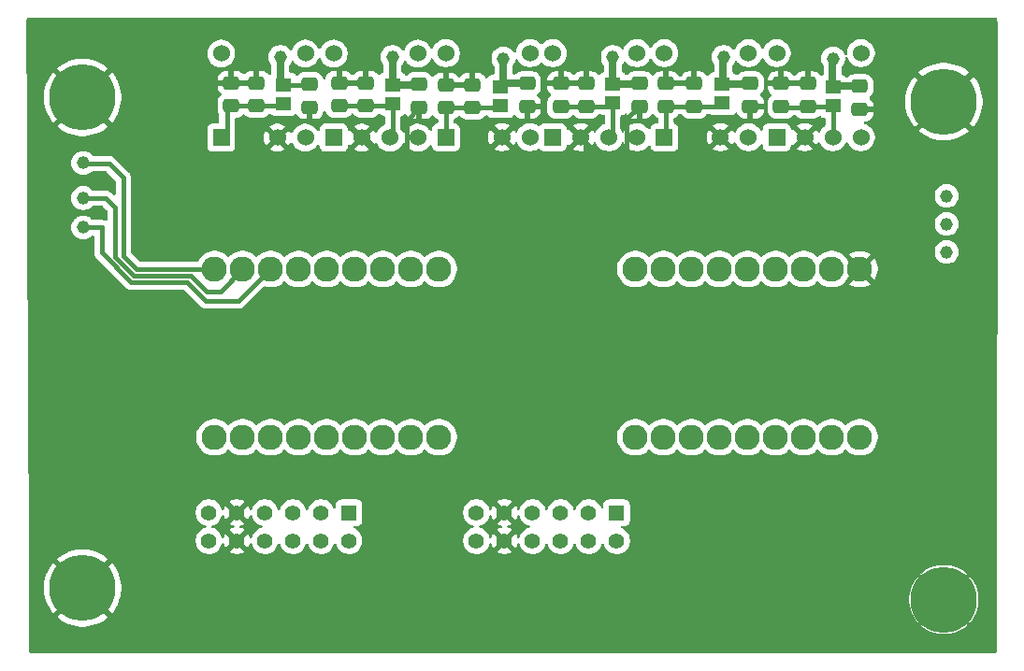
<source format=gbr>
%TF.GenerationSoftware,KiCad,Pcbnew,9.0.0-rc2-32673a0ead~182~ubuntu24.04.1*%
%TF.CreationDate,2025-01-29T18:27:37-05:00*%
%TF.ProjectId,cmod_s7,636d6f64-5f73-4372-9e6b-696361645f70,rev?*%
%TF.SameCoordinates,Original*%
%TF.FileFunction,Copper,L2,Bot*%
%TF.FilePolarity,Positive*%
%FSLAX46Y46*%
G04 Gerber Fmt 4.6, Leading zero omitted, Abs format (unit mm)*
G04 Created by KiCad (PCBNEW 9.0.0-rc2-32673a0ead~182~ubuntu24.04.1) date 2025-01-29 18:27:37*
%MOMM*%
%LPD*%
G01*
G04 APERTURE LIST*
G04 Aperture macros list*
%AMRoundRect*
0 Rectangle with rounded corners*
0 $1 Rounding radius*
0 $2 $3 $4 $5 $6 $7 $8 $9 X,Y pos of 4 corners*
0 Add a 4 corners polygon primitive as box body*
4,1,4,$2,$3,$4,$5,$6,$7,$8,$9,$2,$3,0*
0 Add four circle primitives for the rounded corners*
1,1,$1+$1,$2,$3*
1,1,$1+$1,$4,$5*
1,1,$1+$1,$6,$7*
1,1,$1+$1,$8,$9*
0 Add four rect primitives between the rounded corners*
20,1,$1+$1,$2,$3,$4,$5,0*
20,1,$1+$1,$4,$5,$6,$7,0*
20,1,$1+$1,$6,$7,$8,$9,0*
20,1,$1+$1,$8,$9,$2,$3,0*%
G04 Aperture macros list end*
%TA.AperFunction,ComponentPad*%
%ADD10C,1.390000*%
%TD*%
%TA.AperFunction,ComponentPad*%
%ADD11R,1.390000X1.390000*%
%TD*%
%TA.AperFunction,ComponentPad*%
%ADD12R,1.524000X1.524000*%
%TD*%
%TA.AperFunction,ComponentPad*%
%ADD13C,1.524000*%
%TD*%
%TA.AperFunction,ComponentPad*%
%ADD14C,2.286000*%
%TD*%
%TA.AperFunction,SMDPad,CuDef*%
%ADD15RoundRect,0.250000X0.475000X-0.337500X0.475000X0.337500X-0.475000X0.337500X-0.475000X-0.337500X0*%
%TD*%
%TA.AperFunction,SMDPad,CuDef*%
%ADD16R,1.470000X1.200000*%
%TD*%
%TA.AperFunction,SMDPad,CuDef*%
%ADD17RoundRect,0.250000X-0.475000X0.337500X-0.475000X-0.337500X0.475000X-0.337500X0.475000X0.337500X0*%
%TD*%
%TA.AperFunction,ComponentPad*%
%ADD18C,6.000000*%
%TD*%
%TA.AperFunction,HeatsinkPad*%
%ADD19C,6.000000*%
%TD*%
%TA.AperFunction,ViaPad*%
%ADD20C,1.168400*%
%TD*%
%TA.AperFunction,Conductor*%
%ADD21C,0.635000*%
%TD*%
%TA.AperFunction,Conductor*%
%ADD22C,0.381000*%
%TD*%
G04 APERTURE END LIST*
D10*
%TO.P,J7,12,12*%
%TO.N,+3V3*%
X101092000Y-76708000D03*
%TO.P,J7,11,11*%
%TO.N,GND*%
X103632000Y-76708000D03*
%TO.P,J7,10,10*%
%TO.N,/FPGA/PMOD_A_7*%
X106172000Y-76708000D03*
%TO.P,J7,09,09*%
%TO.N,/FPGA/PMOD_A_6*%
X108712000Y-76708000D03*
%TO.P,J7,08,08*%
%TO.N,/FPGA/PMOD_A_5*%
X111252000Y-76708000D03*
%TO.P,J7,07,07*%
%TO.N,/FPGA/PMOD_A_4*%
X113792000Y-76708000D03*
%TO.P,J7,06,06*%
%TO.N,+3V3*%
X101092000Y-74168000D03*
%TO.P,J7,05,05*%
%TO.N,GND*%
X103632000Y-74168000D03*
%TO.P,J7,04,04*%
%TO.N,/FPGA/PMOD_A_3*%
X106172000Y-74168000D03*
%TO.P,J7,03,03*%
%TO.N,/FPGA/PMOD_A_2*%
X108712000Y-74168000D03*
%TO.P,J7,02,02*%
%TO.N,/FPGA/PMOD_A_1*%
X111252000Y-74168000D03*
D11*
%TO.P,J7,01,01*%
%TO.N,/FPGA/PMOD_A_0*%
X113792000Y-74168000D03*
%TD*%
D12*
%TO.P,J1,1,VCCT*%
%TO.N,Net-(J1-VCCT)*%
X122555000Y-40163500D03*
D13*
%TO.P,J1,3,VEET*%
%TO.N,GND*%
X127635000Y-40163500D03*
%TO.P,J1,4,Data_in*%
%TO.N,/FPGA/Fiber_B_TX*%
X130175000Y-40163500D03*
%TO.P,J1,5,HP*%
%TO.N,Net-(J1-HP-Pad5)*%
X130175000Y-32543500D03*
%TO.P,J1,8,HP*%
X122555000Y-32543500D03*
%TD*%
D12*
%TO.P,J5,1,VCCT*%
%TO.N,Net-(J5-VCCT)*%
X102209600Y-40197500D03*
D13*
%TO.P,J5,3,VEET*%
%TO.N,GND*%
X107289600Y-40197500D03*
%TO.P,J5,4,Data_in*%
%TO.N,/FPGA/Fiber_A_TX*%
X109829600Y-40197500D03*
%TO.P,J5,5,HP*%
%TO.N,Net-(J5-HP-Pad5)*%
X109829600Y-32577500D03*
%TO.P,J5,8,HP*%
X102209600Y-32577500D03*
%TD*%
D12*
%TO.P,J4,1,Data_Out*%
%TO.N,/FPGA/Fiber_C_RX*%
X152511000Y-40163500D03*
D13*
%TO.P,J4,2,VEER*%
%TO.N,GND*%
X155051000Y-40163500D03*
%TO.P,J4,3,VCCR*%
%TO.N,Net-(J4-VCCR)*%
X157591000Y-40163500D03*
%TO.P,J4,4,NC*%
%TO.N,unconnected-(J4-NC-Pad4)*%
X160131000Y-40163500D03*
%TO.P,J4,5,HP*%
%TO.N,Net-(J4-HP-Pad5)*%
X160131000Y-32543500D03*
%TO.P,J4,8,HP*%
X152511000Y-32543500D03*
%TD*%
D11*
%TO.P,J8,01,01*%
%TO.N,/FPGA/PMOD_B_0*%
X138015500Y-74168000D03*
D10*
%TO.P,J8,02,02*%
%TO.N,/FPGA/PMOD_B_1*%
X135475500Y-74168000D03*
%TO.P,J8,03,03*%
%TO.N,/FPGA/PMOD_B_2*%
X132935500Y-74168000D03*
%TO.P,J8,04,04*%
%TO.N,/FPGA/PMOD_B_3*%
X130395500Y-74168000D03*
%TO.P,J8,05,05*%
%TO.N,GND*%
X127855500Y-74168000D03*
%TO.P,J8,06,06*%
%TO.N,+3V3*%
X125315500Y-74168000D03*
%TO.P,J8,07,07*%
%TO.N,/FPGA/PMOD_B_4*%
X138015500Y-76708000D03*
%TO.P,J8,08,08*%
%TO.N,/FPGA/PMOD_B_5*%
X135475500Y-76708000D03*
%TO.P,J8,09,09*%
%TO.N,/FPGA/PMOD_B_6*%
X132935500Y-76708000D03*
%TO.P,J8,10,10*%
%TO.N,/FPGA/PMOD_B_7*%
X130395500Y-76708000D03*
%TO.P,J8,11,11*%
%TO.N,GND*%
X127855500Y-76708000D03*
%TO.P,J8,12,12*%
%TO.N,+3V3*%
X125315500Y-76708000D03*
%TD*%
D14*
%TO.P,U2,1,PIO1*%
%TO.N,unconnected-(U2-PIO1-Pad1)*%
X101600000Y-67340000D03*
%TO.P,U2,2,PIO2*%
%TO.N,/FPGA/PMOD_A_3*%
X104140000Y-67340000D03*
%TO.P,U2,3,PIO3*%
%TO.N,/FPGA/PMOD_A_7*%
X106680000Y-67340000D03*
%TO.P,U2,4,PIO4*%
%TO.N,/FPGA/PMOD_A_2*%
X109220000Y-67340000D03*
%TO.P,U2,5,PIO5*%
%TO.N,/FPGA/PMOD_A_6*%
X111760000Y-67340000D03*
%TO.P,U2,6,PIO6*%
%TO.N,/FPGA/PMOD_A_1*%
X114300000Y-67340000D03*
%TO.P,U2,7,PIO7*%
%TO.N,/FPGA/PMOD_A_5*%
X116840000Y-67340000D03*
%TO.P,U2,8,PIO8*%
%TO.N,/FPGA/PMOD_A_0*%
X119380000Y-67340000D03*
%TO.P,U2,9,PIO9*%
%TO.N,/FPGA/PMOD_A_4*%
X121920000Y-67340000D03*
%TO.P,U2,16,PIO16*%
%TO.N,/FPGA/PMOD_B_3*%
X139700000Y-67340000D03*
%TO.P,U2,17,PIO17*%
%TO.N,/FPGA/PMOD_B_7*%
X142240000Y-67340000D03*
%TO.P,U2,18,PIO18*%
%TO.N,/FPGA/PMOD_B_2*%
X144780000Y-67340000D03*
%TO.P,U2,19,PIO19*%
%TO.N,/FPGA/PMOD_B_6*%
X147320000Y-67340000D03*
%TO.P,U2,20,PIO20*%
%TO.N,/FPGA/PMOD_B_1*%
X149860000Y-67340000D03*
%TO.P,U2,21,PIO21*%
%TO.N,/FPGA/PMOD_B_5*%
X152400000Y-67340000D03*
%TO.P,U2,22,PIO22*%
%TO.N,/FPGA/PMOD_B_0*%
X154940000Y-67340000D03*
%TO.P,U2,23,PIO23*%
%TO.N,/FPGA/PMOD_B_4*%
X157480000Y-67340000D03*
%TO.P,U2,24,VU*%
%TO.N,+5VP*%
X160020000Y-67340000D03*
%TO.P,U2,25,GND*%
%TO.N,GND*%
X160020000Y-52100000D03*
%TO.P,U2,26,PIO26*%
%TO.N,unconnected-(U2-PIO26-Pad26)*%
X157480000Y-52100000D03*
%TO.P,U2,27,PIO27*%
%TO.N,unconnected-(U2-PIO27-Pad27)*%
X154940000Y-52100000D03*
%TO.P,U2,28,PIO28*%
%TO.N,/FPGA/Fiber_C_RX*%
X152400000Y-52100000D03*
%TO.P,U2,29,PIO29*%
%TO.N,/FPGA/Fiber_C_TX*%
X149860000Y-52100000D03*
%TO.P,U2,30,PIO30*%
%TO.N,unconnected-(U2-PIO30-Pad30)*%
X147320000Y-52100000D03*
%TO.P,U2,31,PIO31*%
%TO.N,unconnected-(U2-PIO31-Pad31)*%
X144780000Y-52100000D03*
%TO.P,U2,32,AIN32*%
%TO.N,unconnected-(U2-AIN32-Pad32)*%
X142240000Y-52100000D03*
%TO.P,U2,33,AIN33*%
%TO.N,unconnected-(U2-AIN33-Pad33)*%
X139700000Y-52100000D03*
%TO.P,U2,40,PIO40*%
%TO.N,/FPGA/Fiber_B_RX*%
X121920000Y-52100000D03*
%TO.P,U2,41,PIO41*%
%TO.N,/FPGA/Fiber_B_TX*%
X119380000Y-52100000D03*
%TO.P,U2,42,PIO42*%
%TO.N,unconnected-(U2-PIO42-Pad42)*%
X116840000Y-52100000D03*
%TO.P,U2,43,PIO43*%
%TO.N,/FPGA/Fiber_A_RX*%
X114300000Y-52100000D03*
%TO.P,U2,44,PIO44*%
%TO.N,/FPGA/Fiber_A_TX*%
X111760000Y-52100000D03*
%TO.P,U2,45,PIO45*%
%TO.N,unconnected-(U2-PIO45-Pad45)*%
X109220000Y-52100000D03*
%TO.P,U2,46,PIO46*%
%TO.N,unconnected-(U2-PIO46-Pad46)*%
X106680000Y-52100000D03*
%TO.P,U2,47,PIO47*%
%TO.N,unconnected-(U2-PIO47-Pad47)*%
X104140000Y-52100000D03*
%TO.P,U2,48,PIO48*%
%TO.N,unconnected-(U2-PIO48-Pad48)*%
X101600000Y-52100000D03*
%TD*%
D12*
%TO.P,J2,1,Data_Out*%
%TO.N,/FPGA/Fiber_B_RX*%
X132223000Y-40163500D03*
D13*
%TO.P,J2,2,VEER*%
%TO.N,GND*%
X134763000Y-40163500D03*
%TO.P,J2,3,VCCR*%
%TO.N,Net-(J2-VCCR)*%
X137303000Y-40163500D03*
%TO.P,J2,4,NC*%
%TO.N,unconnected-(J2-NC-Pad4)*%
X139843000Y-40163500D03*
%TO.P,J2,5,HP*%
%TO.N,Net-(J2-HP-Pad5)*%
X139843000Y-32543500D03*
%TO.P,J2,8,HP*%
X132223000Y-32543500D03*
%TD*%
D12*
%TO.P,J6,1,Data_Out*%
%TO.N,/FPGA/Fiber_A_RX*%
X112395000Y-40197500D03*
D13*
%TO.P,J6,2,VEER*%
%TO.N,GND*%
X114935000Y-40197500D03*
%TO.P,J6,3,VCCR*%
%TO.N,Net-(J6-VCCR)*%
X117475000Y-40197500D03*
%TO.P,J6,4,NC*%
%TO.N,unconnected-(J6-NC-Pad4)*%
X120015000Y-40197500D03*
%TO.P,J6,5,HP*%
%TO.N,Net-(J6-HP-Pad5)*%
X120015000Y-32577500D03*
%TO.P,J6,8,HP*%
X112395000Y-32577500D03*
%TD*%
D12*
%TO.P,J3,1,VCCT*%
%TO.N,Net-(J3-VCCT)*%
X142335000Y-40163500D03*
D13*
%TO.P,J3,3,VEET*%
%TO.N,GND*%
X147415000Y-40163500D03*
%TO.P,J3,4,Data_in*%
%TO.N,/FPGA/Fiber_C_TX*%
X149955000Y-40163500D03*
%TO.P,J3,5,HP*%
%TO.N,Net-(J3-HP-Pad5)*%
X149955000Y-32543500D03*
%TO.P,J3,8,HP*%
X142335000Y-32543500D03*
%TD*%
D15*
%TO.P,C20,1*%
%TO.N,Net-(J6-VCCR)*%
X112887000Y-37298000D03*
%TO.P,C20,2*%
%TO.N,GND*%
X112887000Y-35223000D03*
%TD*%
D16*
%TO.P,L4,1*%
%TO.N,+3V3*%
X157607000Y-35589000D03*
%TO.P,L4,2*%
%TO.N,Net-(J4-VCCR)*%
X157607000Y-37309000D03*
%TD*%
D15*
%TO.P,C18,1*%
%TO.N,Net-(J6-VCCR)*%
X115300000Y-37298000D03*
%TO.P,C18,2*%
%TO.N,GND*%
X115300000Y-35223000D03*
%TD*%
%TO.P,C12,1*%
%TO.N,Net-(J3-VCCT)*%
X142494000Y-37359500D03*
%TO.P,C12,2*%
%TO.N,GND*%
X142494000Y-35284500D03*
%TD*%
D17*
%TO.P,C2,1*%
%TO.N,+3V3*%
X140081000Y-35284500D03*
%TO.P,C2,2*%
%TO.N,GND*%
X140081000Y-37359500D03*
%TD*%
D15*
%TO.P,C3,1*%
%TO.N,Net-(J1-VCCT)*%
X124968000Y-37486500D03*
%TO.P,C3,2*%
%TO.N,GND*%
X124968000Y-35411500D03*
%TD*%
%TO.P,C19,1*%
%TO.N,Net-(J5-VCCT)*%
X105394000Y-37298000D03*
%TO.P,C19,2*%
%TO.N,GND*%
X105394000Y-35223000D03*
%TD*%
D16*
%TO.P,L2,1*%
%TO.N,+3V3*%
X137668000Y-35335000D03*
%TO.P,L2,2*%
%TO.N,Net-(J2-VCCR)*%
X137668000Y-37055000D03*
%TD*%
%TO.P,L3,1*%
%TO.N,+3V3*%
X147574000Y-35335000D03*
%TO.P,L3,2*%
%TO.N,Net-(J3-VCCT)*%
X147574000Y-37055000D03*
%TD*%
D15*
%TO.P,C13,1*%
%TO.N,Net-(J4-VCCR)*%
X155321000Y-37359500D03*
%TO.P,C13,2*%
%TO.N,GND*%
X155321000Y-35284500D03*
%TD*%
%TO.P,C5,1*%
%TO.N,Net-(J1-VCCT)*%
X122555000Y-37486500D03*
%TO.P,C5,2*%
%TO.N,GND*%
X122555000Y-35411500D03*
%TD*%
%TO.P,C15,1*%
%TO.N,Net-(J4-VCCR)*%
X152908000Y-37359500D03*
%TO.P,C15,2*%
%TO.N,GND*%
X152908000Y-35284500D03*
%TD*%
%TO.P,C6,1*%
%TO.N,Net-(J2-VCCR)*%
X132969000Y-37359500D03*
%TO.P,C6,2*%
%TO.N,GND*%
X132969000Y-35284500D03*
%TD*%
D17*
%TO.P,C1,1*%
%TO.N,+3V3*%
X129921000Y-35284500D03*
%TO.P,C1,2*%
%TO.N,GND*%
X129921000Y-37359500D03*
%TD*%
D16*
%TO.P,L5,1*%
%TO.N,+3V3*%
X117713000Y-35400500D03*
%TO.P,L5,2*%
%TO.N,Net-(J6-VCCR)*%
X117713000Y-37120500D03*
%TD*%
D17*
%TO.P,C16,1*%
%TO.N,+3V3*%
X120126000Y-35350000D03*
%TO.P,C16,2*%
%TO.N,GND*%
X120126000Y-37425000D03*
%TD*%
%TO.P,C10,1*%
%TO.N,+3V3*%
X150114000Y-35284500D03*
%TO.P,C10,2*%
%TO.N,GND*%
X150114000Y-37359500D03*
%TD*%
%TO.P,C11,1*%
%TO.N,+3V3*%
X160020000Y-35538500D03*
%TO.P,C11,2*%
%TO.N,GND*%
X160020000Y-37613500D03*
%TD*%
D15*
%TO.P,C4,1*%
%TO.N,Net-(J2-VCCR)*%
X135255000Y-37359500D03*
%TO.P,C4,2*%
%TO.N,GND*%
X135255000Y-35284500D03*
%TD*%
%TO.P,C21,1*%
%TO.N,Net-(J5-VCCT)*%
X103108000Y-37298000D03*
%TO.P,C21,2*%
%TO.N,GND*%
X103108000Y-35223000D03*
%TD*%
%TO.P,C14,1*%
%TO.N,Net-(J3-VCCT)*%
X145034000Y-37359500D03*
%TO.P,C14,2*%
%TO.N,GND*%
X145034000Y-35284500D03*
%TD*%
D17*
%TO.P,C17,1*%
%TO.N,+3V3*%
X110220000Y-35350000D03*
%TO.P,C17,2*%
%TO.N,GND*%
X110220000Y-37425000D03*
%TD*%
D16*
%TO.P,L6,1*%
%TO.N,+3V3*%
X107807000Y-35400500D03*
%TO.P,L6,2*%
%TO.N,Net-(J5-VCCT)*%
X107807000Y-37120500D03*
%TD*%
%TO.P,L1,1*%
%TO.N,+3V3*%
X127508000Y-35589000D03*
%TO.P,L1,2*%
%TO.N,Net-(J1-VCCT)*%
X127508000Y-37309000D03*
%TD*%
D18*
%TO.P,H2,1*%
%TO.N,GND*%
X167640000Y-36927000D03*
%TD*%
%TO.P,H3,1*%
%TO.N,GND*%
X89662002Y-36546000D03*
%TD*%
%TO.P,H1,1*%
%TO.N,GND*%
X89662002Y-80996000D03*
%TD*%
D19*
%TO.P,H4,1*%
%TO.N,GND*%
X167640000Y-82042000D03*
%TD*%
D20*
%TO.N,GND*%
X157226000Y-73533000D03*
X155067000Y-74041000D03*
X162830000Y-83947000D03*
%TO.N,+3V3*%
X147701000Y-32893000D03*
X127762000Y-33020000D03*
X107569000Y-32893000D03*
X137668000Y-32893000D03*
X157607000Y-33020000D03*
X117713000Y-32893000D03*
%TO.N,unconnected-(U2-PIO30-Pad30)*%
X167894000Y-50546000D03*
%TO.N,unconnected-(U2-PIO26-Pad26)*%
X167894000Y-48006000D03*
%TO.N,unconnected-(U2-PIO27-Pad27)*%
X167894000Y-45466000D03*
%TO.N,unconnected-(U2-PIO47-Pad47)*%
X89712800Y-45669200D03*
%TO.N,unconnected-(U2-PIO48-Pad48)*%
X89712800Y-42494200D03*
%TO.N,unconnected-(U2-PIO46-Pad46)*%
X89712800Y-48336200D03*
%TD*%
D21*
%TO.N,+3V3*%
X147574000Y-35335000D02*
X150063500Y-35335000D01*
D22*
X150063500Y-35335000D02*
X150114000Y-35284500D01*
%TO.N,GND*%
X140081000Y-37359500D02*
X138938000Y-38502500D01*
X135144000Y-41164000D02*
X135144000Y-40163500D01*
X138938000Y-41402000D02*
X138684000Y-41656000D01*
X118999000Y-41910000D02*
X118745000Y-42164000D01*
X135636000Y-41656000D02*
X135144000Y-41164000D01*
X138684000Y-41656000D02*
X135636000Y-41656000D01*
X118999000Y-38608000D02*
X118999000Y-41910000D01*
X120126000Y-37481000D02*
X118999000Y-38608000D01*
X138938000Y-38502500D02*
X138938000Y-41402000D01*
X120126000Y-37425000D02*
X120126000Y-37481000D01*
X118745000Y-42164000D02*
X117155500Y-42164000D01*
X117155500Y-42164000D02*
X115189000Y-40197500D01*
D21*
%TO.N,+3V3*%
X157575000Y-35335000D02*
X157575000Y-33052000D01*
D22*
X127812500Y-35284500D02*
X127762000Y-35335000D01*
X157575000Y-33052000D02*
X157607000Y-33020000D01*
X147719500Y-35284500D02*
X147669000Y-35335000D01*
D21*
X117713000Y-35400500D02*
X120075500Y-35400500D01*
D22*
X110207000Y-35400500D02*
X107807000Y-35400500D01*
X140030500Y-35335000D02*
X140081000Y-35284500D01*
D21*
X117713000Y-35400500D02*
X117713000Y-32893000D01*
X160020000Y-35538500D02*
X157657500Y-35538500D01*
X127762000Y-33020000D02*
X127762000Y-35335000D01*
X147669000Y-35335000D02*
X147669000Y-33052000D01*
D22*
X147669000Y-33052000D02*
X147701000Y-33020000D01*
D21*
X107569000Y-35162500D02*
X107569000Y-32893000D01*
D22*
X120075500Y-35400500D02*
X120126000Y-35350000D01*
D21*
X137668000Y-32893000D02*
X137668000Y-35335000D01*
X137668000Y-35335000D02*
X140030500Y-35335000D01*
D22*
X107807000Y-35400500D02*
X107569000Y-35162500D01*
X147730000Y-35306000D02*
X147701000Y-35335000D01*
D21*
X130175000Y-35284500D02*
X127812500Y-35284500D01*
D22*
X157657500Y-35538500D02*
X157607000Y-35589000D01*
%TO.N,Net-(J3-VCCT)*%
X145034000Y-37359500D02*
X147269500Y-37359500D01*
X142494000Y-37105500D02*
X142494000Y-40131500D01*
X147269500Y-37359500D02*
X147574000Y-37055000D01*
X142494000Y-37359500D02*
X145034000Y-37359500D01*
X142494000Y-40131500D02*
X142462000Y-40163500D01*
%TO.N,Net-(J4-VCCR)*%
X157607000Y-40147500D02*
X157591000Y-40163500D01*
X155215500Y-37465000D02*
X155321000Y-37359500D01*
X155321000Y-37359500D02*
X157556500Y-37359500D01*
X157607000Y-37309000D02*
X157607000Y-40147500D01*
X152886500Y-37465000D02*
X155215500Y-37465000D01*
X157556500Y-37359500D02*
X157607000Y-37309000D01*
%TO.N,unconnected-(U2-PIO47-Pad47)*%
X92583000Y-50991184D02*
X94276016Y-52684200D01*
X92583000Y-46482000D02*
X92583000Y-50991184D01*
X102138000Y-54102000D02*
X104140000Y-52100000D01*
X89712800Y-45669200D02*
X91770200Y-45669200D01*
X99483700Y-52684200D02*
X100901500Y-54102000D01*
X94276016Y-52684200D02*
X99483700Y-52684200D01*
X91770200Y-45669200D02*
X92583000Y-46482000D01*
X100901500Y-54102000D02*
X102138000Y-54102000D01*
%TO.N,unconnected-(U2-PIO48-Pad48)*%
X94518000Y-52100000D02*
X101600000Y-52100000D01*
X93345000Y-43815000D02*
X93345000Y-50927000D01*
X93345000Y-50927000D02*
X94518000Y-52100000D01*
X89916000Y-42545000D02*
X92075000Y-42545000D01*
X92075000Y-42545000D02*
X93345000Y-43815000D01*
%TO.N,Net-(J1-VCCT)*%
X124968000Y-37486500D02*
X127330500Y-37486500D01*
X122555000Y-37486500D02*
X122555000Y-40163500D01*
X127330500Y-37486500D02*
X127508000Y-37309000D01*
X122555000Y-37486500D02*
X124968000Y-37486500D01*
%TO.N,Net-(J2-VCCR)*%
X132969000Y-37359500D02*
X135255000Y-37359500D01*
X137668000Y-37182000D02*
X137668000Y-40147500D01*
X135255000Y-37359500D02*
X137490500Y-37359500D01*
X137668000Y-40147500D02*
X137684000Y-40163500D01*
X137490500Y-37359500D02*
X137668000Y-37182000D01*
%TO.N,Net-(J5-VCCT)*%
X102727000Y-37679000D02*
X103108000Y-37298000D01*
X107629500Y-37298000D02*
X107807000Y-37120500D01*
X103108000Y-37298000D02*
X105394000Y-37298000D01*
X102727000Y-40197500D02*
X102727000Y-37679000D01*
X105394000Y-37298000D02*
X107629500Y-37298000D01*
%TO.N,Net-(J6-VCCR)*%
X117729000Y-40197500D02*
X117729000Y-37136500D01*
X117729000Y-37136500D02*
X117713000Y-37120500D01*
X112887000Y-37298000D02*
X115300000Y-37298000D01*
X115300000Y-37298000D02*
X117535500Y-37298000D01*
X117535500Y-37298000D02*
X117713000Y-37120500D01*
%TO.N,unconnected-(U2-PIO46-Pad46)*%
X103789000Y-54991000D02*
X106680000Y-52100000D01*
X89712800Y-48336200D02*
X91389200Y-48336200D01*
X100838000Y-54991000D02*
X103789000Y-54991000D01*
X91389200Y-50623568D02*
X94034032Y-53268400D01*
X89712800Y-48082200D02*
X90017600Y-48387000D01*
X94034032Y-53268400D02*
X99115400Y-53268400D01*
X99115400Y-53268400D02*
X100838000Y-54991000D01*
X91389200Y-48336200D02*
X91389200Y-50623568D01*
%TD*%
%TA.AperFunction,Conductor*%
%TO.N,GND*%
G36*
X103147437Y-74368712D02*
G01*
X103215896Y-74487287D01*
X103312713Y-74584104D01*
X103431288Y-74652563D01*
X103486259Y-74667292D01*
X102981248Y-75172302D01*
X102981249Y-75172303D01*
X103005680Y-75190053D01*
X103173281Y-75275451D01*
X103310600Y-75320069D01*
X103368276Y-75359506D01*
X103395474Y-75423865D01*
X103383559Y-75492711D01*
X103336315Y-75544187D01*
X103310600Y-75555931D01*
X103173281Y-75600548D01*
X103005681Y-75685945D01*
X102981249Y-75703696D01*
X102981248Y-75703696D01*
X103486260Y-76208707D01*
X103431288Y-76223437D01*
X103312713Y-76291896D01*
X103215896Y-76388713D01*
X103147437Y-76507288D01*
X103132707Y-76562260D01*
X102627696Y-76057248D01*
X102627696Y-76057249D01*
X102609945Y-76081681D01*
X102524549Y-76249280D01*
X102480193Y-76385792D01*
X102440755Y-76443467D01*
X102376396Y-76470665D01*
X102307550Y-76458750D01*
X102256074Y-76411506D01*
X102244331Y-76385790D01*
X102244068Y-76384982D01*
X102234147Y-76354446D01*
X102199916Y-76249092D01*
X102199914Y-76249086D01*
X102114616Y-76081681D01*
X102114484Y-76081421D01*
X102003877Y-75929184D01*
X101870816Y-75796123D01*
X101718579Y-75685516D01*
X101718571Y-75685512D01*
X101550913Y-75600085D01*
X101550910Y-75600084D01*
X101415017Y-75555931D01*
X101357342Y-75516494D01*
X101330143Y-75452135D01*
X101342057Y-75383289D01*
X101389301Y-75331813D01*
X101415017Y-75320069D01*
X101550910Y-75275915D01*
X101550913Y-75275914D01*
X101551822Y-75275451D01*
X101718579Y-75190484D01*
X101870816Y-75079877D01*
X102003877Y-74946816D01*
X102114484Y-74794579D01*
X102199914Y-74626913D01*
X102244331Y-74490207D01*
X102283768Y-74432533D01*
X102348126Y-74405334D01*
X102416972Y-74417248D01*
X102468449Y-74464492D01*
X102480193Y-74490207D01*
X102524549Y-74626719D01*
X102609942Y-74794312D01*
X102627696Y-74818749D01*
X103132707Y-74313738D01*
X103147437Y-74368712D01*
G37*
%TD.AperFunction*%
%TA.AperFunction,Conductor*%
G36*
X104636302Y-74818749D02*
G01*
X104636303Y-74818749D01*
X104654055Y-74794316D01*
X104739451Y-74626718D01*
X104783806Y-74490208D01*
X104823243Y-74432533D01*
X104887602Y-74405334D01*
X104956448Y-74417248D01*
X105007924Y-74464492D01*
X105019668Y-74490208D01*
X105064084Y-74626910D01*
X105064085Y-74626913D01*
X105090667Y-74679082D01*
X105149516Y-74794579D01*
X105260123Y-74946816D01*
X105393184Y-75079877D01*
X105545421Y-75190484D01*
X105604417Y-75220544D01*
X105713086Y-75275914D01*
X105713089Y-75275915D01*
X105848982Y-75320069D01*
X105906657Y-75359506D01*
X105933856Y-75423865D01*
X105921942Y-75492711D01*
X105874698Y-75544187D01*
X105848982Y-75555931D01*
X105713089Y-75600084D01*
X105713086Y-75600085D01*
X105545420Y-75685516D01*
X105520398Y-75703696D01*
X105393184Y-75796123D01*
X105393182Y-75796125D01*
X105393181Y-75796125D01*
X105260125Y-75929181D01*
X105260125Y-75929182D01*
X105260123Y-75929184D01*
X105212621Y-75994563D01*
X105149516Y-76081420D01*
X105064085Y-76249086D01*
X105064084Y-76249089D01*
X105019668Y-76385791D01*
X104980231Y-76443466D01*
X104915872Y-76470665D01*
X104847026Y-76458750D01*
X104795550Y-76411506D01*
X104783806Y-76385791D01*
X104739451Y-76249281D01*
X104654053Y-76081680D01*
X104636303Y-76057249D01*
X104636302Y-76057248D01*
X104131292Y-76562259D01*
X104116563Y-76507288D01*
X104048104Y-76388713D01*
X103951287Y-76291896D01*
X103832712Y-76223437D01*
X103777739Y-76208707D01*
X104282749Y-75703696D01*
X104258312Y-75685942D01*
X104090718Y-75600548D01*
X103953399Y-75555931D01*
X103895724Y-75516494D01*
X103868525Y-75452135D01*
X103880439Y-75383289D01*
X103927684Y-75331813D01*
X103953399Y-75320069D01*
X104090718Y-75275451D01*
X104258316Y-75190055D01*
X104282749Y-75172303D01*
X104282749Y-75172302D01*
X103777740Y-74667292D01*
X103832712Y-74652563D01*
X103951287Y-74584104D01*
X104048104Y-74487287D01*
X104116563Y-74368712D01*
X104131292Y-74313739D01*
X104636302Y-74818749D01*
G37*
%TD.AperFunction*%
%TA.AperFunction,Conductor*%
G36*
X127370937Y-74368712D02*
G01*
X127439396Y-74487287D01*
X127536213Y-74584104D01*
X127654788Y-74652563D01*
X127709759Y-74667292D01*
X127204748Y-75172302D01*
X127204749Y-75172303D01*
X127229180Y-75190053D01*
X127396781Y-75275451D01*
X127534100Y-75320069D01*
X127591776Y-75359506D01*
X127618974Y-75423865D01*
X127607059Y-75492711D01*
X127559815Y-75544187D01*
X127534100Y-75555931D01*
X127396781Y-75600548D01*
X127229181Y-75685945D01*
X127204749Y-75703696D01*
X127204748Y-75703696D01*
X127709760Y-76208707D01*
X127654788Y-76223437D01*
X127536213Y-76291896D01*
X127439396Y-76388713D01*
X127370937Y-76507288D01*
X127356207Y-76562260D01*
X126851196Y-76057248D01*
X126851196Y-76057249D01*
X126833445Y-76081681D01*
X126748049Y-76249280D01*
X126703693Y-76385792D01*
X126664255Y-76443467D01*
X126599896Y-76470665D01*
X126531050Y-76458750D01*
X126479574Y-76411506D01*
X126467831Y-76385790D01*
X126467568Y-76384982D01*
X126457647Y-76354446D01*
X126423416Y-76249092D01*
X126423414Y-76249086D01*
X126338116Y-76081681D01*
X126337984Y-76081421D01*
X126227377Y-75929184D01*
X126094316Y-75796123D01*
X125942079Y-75685516D01*
X125942071Y-75685512D01*
X125774413Y-75600085D01*
X125774410Y-75600084D01*
X125638517Y-75555931D01*
X125580842Y-75516494D01*
X125553643Y-75452135D01*
X125565557Y-75383289D01*
X125612801Y-75331813D01*
X125638517Y-75320069D01*
X125774410Y-75275915D01*
X125774413Y-75275914D01*
X125775322Y-75275451D01*
X125942079Y-75190484D01*
X126094316Y-75079877D01*
X126227377Y-74946816D01*
X126337984Y-74794579D01*
X126423414Y-74626913D01*
X126467831Y-74490207D01*
X126507268Y-74432533D01*
X126571626Y-74405334D01*
X126640472Y-74417248D01*
X126691949Y-74464492D01*
X126703693Y-74490207D01*
X126748049Y-74626719D01*
X126833442Y-74794312D01*
X126851196Y-74818749D01*
X127356207Y-74313738D01*
X127370937Y-74368712D01*
G37*
%TD.AperFunction*%
%TA.AperFunction,Conductor*%
G36*
X128859802Y-74818749D02*
G01*
X128859803Y-74818749D01*
X128877555Y-74794316D01*
X128962951Y-74626718D01*
X129007306Y-74490208D01*
X129046743Y-74432533D01*
X129111102Y-74405334D01*
X129179948Y-74417248D01*
X129231424Y-74464492D01*
X129243168Y-74490208D01*
X129287584Y-74626910D01*
X129287585Y-74626913D01*
X129314167Y-74679082D01*
X129373016Y-74794579D01*
X129483623Y-74946816D01*
X129616684Y-75079877D01*
X129768921Y-75190484D01*
X129827917Y-75220544D01*
X129936586Y-75275914D01*
X129936589Y-75275915D01*
X130072482Y-75320069D01*
X130130157Y-75359506D01*
X130157356Y-75423865D01*
X130145442Y-75492711D01*
X130098198Y-75544187D01*
X130072482Y-75555931D01*
X129936589Y-75600084D01*
X129936586Y-75600085D01*
X129768920Y-75685516D01*
X129743898Y-75703696D01*
X129616684Y-75796123D01*
X129616682Y-75796125D01*
X129616681Y-75796125D01*
X129483625Y-75929181D01*
X129483625Y-75929182D01*
X129483623Y-75929184D01*
X129436121Y-75994563D01*
X129373016Y-76081420D01*
X129287585Y-76249086D01*
X129287584Y-76249089D01*
X129243168Y-76385791D01*
X129203731Y-76443466D01*
X129139372Y-76470665D01*
X129070526Y-76458750D01*
X129019050Y-76411506D01*
X129007306Y-76385791D01*
X128962951Y-76249281D01*
X128877553Y-76081680D01*
X128859803Y-76057249D01*
X128859802Y-76057248D01*
X128354792Y-76562259D01*
X128340063Y-76507288D01*
X128271604Y-76388713D01*
X128174787Y-76291896D01*
X128056212Y-76223437D01*
X128001239Y-76208707D01*
X128506249Y-75703696D01*
X128481812Y-75685942D01*
X128314218Y-75600548D01*
X128176899Y-75555931D01*
X128119224Y-75516494D01*
X128092025Y-75452135D01*
X128103939Y-75383289D01*
X128151184Y-75331813D01*
X128176899Y-75320069D01*
X128314218Y-75275451D01*
X128481816Y-75190055D01*
X128506249Y-75172303D01*
X128506249Y-75172302D01*
X128001240Y-74667292D01*
X128056212Y-74652563D01*
X128174787Y-74584104D01*
X128271604Y-74487287D01*
X128340063Y-74368712D01*
X128354792Y-74313739D01*
X128859802Y-74818749D01*
G37*
%TD.AperFunction*%
%TA.AperFunction,Conductor*%
G36*
X120319039Y-37444685D02*
G01*
X120364794Y-37497489D01*
X120376000Y-37549000D01*
X120376000Y-38512499D01*
X120650972Y-38512499D01*
X120650986Y-38512498D01*
X120753697Y-38502005D01*
X120920119Y-38446858D01*
X120920124Y-38446856D01*
X121069345Y-38354815D01*
X121193315Y-38230845D01*
X121215699Y-38194555D01*
X121267646Y-38147829D01*
X121336609Y-38136606D01*
X121400691Y-38164448D01*
X121426777Y-38194552D01*
X121487288Y-38292656D01*
X121611344Y-38416712D01*
X121760666Y-38508814D01*
X121779003Y-38514890D01*
X121799035Y-38528759D01*
X121821203Y-38538883D01*
X121827251Y-38548294D01*
X121836448Y-38554662D01*
X121845802Y-38577160D01*
X121858977Y-38597661D01*
X121861435Y-38614761D01*
X121863272Y-38619178D01*
X121864000Y-38632596D01*
X121864000Y-38777097D01*
X121844315Y-38844136D01*
X121791511Y-38889891D01*
X121748411Y-38900485D01*
X121748429Y-38900646D01*
X121747237Y-38900774D01*
X121746648Y-38900919D01*
X121745132Y-38901000D01*
X121685516Y-38907408D01*
X121550671Y-38957702D01*
X121550664Y-38957706D01*
X121435455Y-39043952D01*
X121435452Y-39043955D01*
X121349206Y-39159164D01*
X121349202Y-39159171D01*
X121298908Y-39294017D01*
X121293853Y-39341039D01*
X121292501Y-39353623D01*
X121292500Y-39353635D01*
X121292500Y-39426301D01*
X121272815Y-39493340D01*
X121220011Y-39539095D01*
X121150853Y-39549039D01*
X121087297Y-39520014D01*
X121068182Y-39499187D01*
X121046297Y-39469065D01*
X120977981Y-39375036D01*
X120837464Y-39234519D01*
X120676694Y-39117713D01*
X120674567Y-39116629D01*
X120499632Y-39027494D01*
X120499629Y-39027493D01*
X120310637Y-38966087D01*
X120212498Y-38950543D01*
X120114361Y-38935000D01*
X119915639Y-38935000D01*
X119871746Y-38941952D01*
X119719362Y-38966087D01*
X119530370Y-39027493D01*
X119530367Y-39027494D01*
X119353305Y-39117713D01*
X119192533Y-39234521D01*
X119052021Y-39375033D01*
X118935213Y-39535805D01*
X118855485Y-39692280D01*
X118807510Y-39743076D01*
X118739689Y-39759871D01*
X118673554Y-39737333D01*
X118634515Y-39692280D01*
X118615774Y-39655500D01*
X118554787Y-39535806D01*
X118500627Y-39461261D01*
X118443682Y-39382882D01*
X118420202Y-39317076D01*
X118420000Y-39309997D01*
X118420000Y-38340540D01*
X118439685Y-38273501D01*
X118492489Y-38227746D01*
X118530747Y-38217250D01*
X118555483Y-38214591D01*
X118615988Y-38192024D01*
X118690331Y-38164296D01*
X118805546Y-38078046D01*
X118805548Y-38078042D01*
X118805624Y-38077986D01*
X118871088Y-38053568D01*
X118939361Y-38068419D01*
X118985474Y-38112155D01*
X119058680Y-38230840D01*
X119058683Y-38230844D01*
X119182654Y-38354815D01*
X119331875Y-38446856D01*
X119331880Y-38446858D01*
X119498302Y-38502005D01*
X119498309Y-38502006D01*
X119601019Y-38512499D01*
X119875999Y-38512499D01*
X119876000Y-38512498D01*
X119876000Y-37549000D01*
X119895685Y-37481961D01*
X119948489Y-37436206D01*
X120000000Y-37425000D01*
X120252000Y-37425000D01*
X120319039Y-37444685D01*
G37*
%TD.AperFunction*%
%TA.AperFunction,Conductor*%
G36*
X140274039Y-37379185D02*
G01*
X140319794Y-37431989D01*
X140331000Y-37483500D01*
X140331000Y-38446999D01*
X140605972Y-38446999D01*
X140605986Y-38446998D01*
X140708697Y-38436505D01*
X140875119Y-38381358D01*
X140875124Y-38381356D01*
X141024345Y-38289315D01*
X141148317Y-38165343D01*
X141181667Y-38111274D01*
X141233614Y-38064549D01*
X141302577Y-38053326D01*
X141366659Y-38081169D01*
X141392743Y-38111270D01*
X141426288Y-38165656D01*
X141550344Y-38289712D01*
X141699666Y-38381814D01*
X141718003Y-38387890D01*
X141775448Y-38427662D01*
X141802272Y-38492178D01*
X141803000Y-38505596D01*
X141803000Y-38777000D01*
X141783315Y-38844039D01*
X141730511Y-38889794D01*
X141679001Y-38901000D01*
X141525130Y-38901000D01*
X141525123Y-38901001D01*
X141465516Y-38907408D01*
X141330671Y-38957702D01*
X141330664Y-38957706D01*
X141215455Y-39043952D01*
X141215452Y-39043955D01*
X141129206Y-39159164D01*
X141129202Y-39159171D01*
X141078908Y-39294016D01*
X141073732Y-39342166D01*
X141046994Y-39406717D01*
X140989601Y-39446565D01*
X140919776Y-39449058D01*
X140859688Y-39413405D01*
X140850125Y-39401795D01*
X140815130Y-39353629D01*
X140805981Y-39341036D01*
X140665464Y-39200519D01*
X140504694Y-39083713D01*
X140493393Y-39077955D01*
X140327632Y-38993494D01*
X140327629Y-38993493D01*
X140138637Y-38932087D01*
X140040498Y-38916543D01*
X139942361Y-38901000D01*
X139743639Y-38901000D01*
X139678214Y-38911362D01*
X139547362Y-38932087D01*
X139358370Y-38993493D01*
X139358367Y-38993494D01*
X139181305Y-39083713D01*
X139020533Y-39200521D01*
X138880021Y-39341033D01*
X138763213Y-39501805D01*
X138683485Y-39658280D01*
X138675177Y-39667076D01*
X138670716Y-39678324D01*
X138651632Y-39692005D01*
X138635510Y-39709076D01*
X138623764Y-39711984D01*
X138613932Y-39719034D01*
X138590481Y-39720226D01*
X138567689Y-39725871D01*
X138556237Y-39721968D01*
X138544153Y-39722583D01*
X138523779Y-39710907D01*
X138501554Y-39703333D01*
X138492523Y-39692995D01*
X138483532Y-39687842D01*
X138463892Y-39660217D01*
X138462967Y-39659158D01*
X138462719Y-39658682D01*
X138382787Y-39501806D01*
X138377237Y-39494166D01*
X138372967Y-39485949D01*
X138367954Y-39460382D01*
X138359202Y-39435847D01*
X138359000Y-39428776D01*
X138359000Y-38276760D01*
X138378685Y-38209721D01*
X138431489Y-38163966D01*
X138469747Y-38153470D01*
X138510483Y-38149091D01*
X138518770Y-38146000D01*
X138645331Y-38098796D01*
X138760546Y-38012546D01*
X138760548Y-38012542D01*
X138760624Y-38012486D01*
X138826088Y-37988068D01*
X138894361Y-38002919D01*
X138940474Y-38046655D01*
X139013680Y-38165340D01*
X139013683Y-38165344D01*
X139137654Y-38289315D01*
X139286875Y-38381356D01*
X139286880Y-38381358D01*
X139453302Y-38436505D01*
X139453309Y-38436506D01*
X139556019Y-38446999D01*
X139830999Y-38446999D01*
X139831000Y-38446998D01*
X139831000Y-37483500D01*
X139850685Y-37416461D01*
X139903489Y-37370706D01*
X139955000Y-37359500D01*
X140207000Y-37359500D01*
X140274039Y-37379185D01*
G37*
%TD.AperFunction*%
%TA.AperFunction,Conductor*%
G36*
X172413161Y-29356685D02*
G01*
X172458916Y-29409489D01*
X172470122Y-29461287D01*
X172469595Y-29688778D01*
X172337271Y-86852896D01*
X172323918Y-86864413D01*
X172272668Y-86875500D01*
X84963004Y-86875500D01*
X84895965Y-86855815D01*
X84850210Y-86803011D01*
X84839005Y-86752077D01*
X84831459Y-85129675D01*
X84811433Y-80824059D01*
X86162002Y-80824059D01*
X86162002Y-81167940D01*
X86195707Y-81510165D01*
X86195710Y-81510182D01*
X86262793Y-81847437D01*
X86262794Y-81847443D01*
X86362625Y-82176540D01*
X86494221Y-82494241D01*
X86494228Y-82494255D01*
X86656324Y-82797518D01*
X86656335Y-82797536D01*
X86847379Y-83083453D01*
X86847389Y-83083467D01*
X87015787Y-83288659D01*
X87015788Y-83288660D01*
X88367750Y-81936698D01*
X88441590Y-82038330D01*
X88619672Y-82216412D01*
X88721302Y-82290251D01*
X87369340Y-83642212D01*
X87369341Y-83642213D01*
X87574535Y-83810612D01*
X87574548Y-83810622D01*
X87860465Y-84001666D01*
X87860483Y-84001677D01*
X88163746Y-84163773D01*
X88163760Y-84163780D01*
X88481461Y-84295376D01*
X88810558Y-84395207D01*
X88810564Y-84395208D01*
X89147819Y-84462291D01*
X89147836Y-84462294D01*
X89490061Y-84496000D01*
X89833943Y-84496000D01*
X90176167Y-84462294D01*
X90176184Y-84462291D01*
X90513439Y-84395208D01*
X90513445Y-84395207D01*
X90842542Y-84295376D01*
X91128326Y-84177001D01*
X91128327Y-84177000D01*
X91160236Y-84163783D01*
X91160257Y-84163773D01*
X91463520Y-84001677D01*
X91463538Y-84001666D01*
X91749455Y-83810622D01*
X91749468Y-83810612D01*
X91954661Y-83642213D01*
X91954661Y-83642212D01*
X90602700Y-82290251D01*
X90704332Y-82216412D01*
X90882414Y-82038330D01*
X90956253Y-81936698D01*
X92308214Y-83288659D01*
X92308215Y-83288659D01*
X92476614Y-83083466D01*
X92476624Y-83083453D01*
X92667668Y-82797536D01*
X92667679Y-82797518D01*
X92829775Y-82494255D01*
X92829782Y-82494241D01*
X92961378Y-82176540D01*
X93055463Y-81866386D01*
X164513000Y-81866386D01*
X164513000Y-82217613D01*
X164552322Y-82566604D01*
X164552324Y-82566620D01*
X164630476Y-82909028D01*
X164630480Y-82909040D01*
X164746474Y-83240530D01*
X164746480Y-83240544D01*
X164898862Y-83556969D01*
X165085722Y-83854354D01*
X165304702Y-84128948D01*
X165339074Y-84163320D01*
X166418946Y-83083447D01*
X166419588Y-83084330D01*
X166597670Y-83262412D01*
X166598551Y-83263052D01*
X165518679Y-84342924D01*
X165553056Y-84377301D01*
X165827645Y-84596277D01*
X166125030Y-84783137D01*
X166441455Y-84935519D01*
X166441469Y-84935525D01*
X166772959Y-85051519D01*
X166772971Y-85051523D01*
X167115379Y-85129675D01*
X167115395Y-85129677D01*
X167464386Y-85168999D01*
X167464388Y-85169000D01*
X167815612Y-85169000D01*
X167815613Y-85168999D01*
X168164604Y-85129677D01*
X168164620Y-85129675D01*
X168507028Y-85051523D01*
X168507040Y-85051519D01*
X168838530Y-84935525D01*
X168838544Y-84935519D01*
X169154969Y-84783137D01*
X169452354Y-84596277D01*
X169726948Y-84377297D01*
X169761320Y-84342924D01*
X168681448Y-83263052D01*
X168682330Y-83262412D01*
X168860412Y-83084330D01*
X168861052Y-83083448D01*
X169940924Y-84163320D01*
X169940925Y-84163320D01*
X169975297Y-84128948D01*
X170194277Y-83854354D01*
X170381137Y-83556969D01*
X170533519Y-83240544D01*
X170533525Y-83240530D01*
X170649519Y-82909040D01*
X170649523Y-82909028D01*
X170727675Y-82566620D01*
X170727677Y-82566604D01*
X170766999Y-82217613D01*
X170767000Y-82217611D01*
X170767000Y-81866388D01*
X170766999Y-81866386D01*
X170727677Y-81517395D01*
X170727675Y-81517379D01*
X170649523Y-81174971D01*
X170649519Y-81174959D01*
X170533525Y-80843469D01*
X170533519Y-80843455D01*
X170381137Y-80527030D01*
X170194277Y-80229645D01*
X169975297Y-79955051D01*
X169940925Y-79920679D01*
X169940924Y-79920679D01*
X168861052Y-81000551D01*
X168860412Y-80999670D01*
X168682330Y-80821588D01*
X168681447Y-80820946D01*
X169761320Y-79741074D01*
X169726948Y-79706702D01*
X169452354Y-79487722D01*
X169154969Y-79300862D01*
X168838544Y-79148480D01*
X168838530Y-79148474D01*
X168507040Y-79032480D01*
X168507028Y-79032476D01*
X168164620Y-78954324D01*
X168164604Y-78954322D01*
X167815613Y-78915000D01*
X167464386Y-78915000D01*
X167115395Y-78954322D01*
X167115379Y-78954324D01*
X166772971Y-79032476D01*
X166772959Y-79032480D01*
X166441469Y-79148474D01*
X166441455Y-79148480D01*
X166125030Y-79300862D01*
X165827645Y-79487722D01*
X165553047Y-79706706D01*
X165518679Y-79741073D01*
X166598552Y-80820946D01*
X166597670Y-80821588D01*
X166419588Y-80999670D01*
X166418947Y-81000552D01*
X165339074Y-79920679D01*
X165339073Y-79920679D01*
X165304706Y-79955047D01*
X165085722Y-80229645D01*
X164898862Y-80527030D01*
X164746480Y-80843455D01*
X164746474Y-80843469D01*
X164630480Y-81174959D01*
X164630476Y-81174971D01*
X164552324Y-81517379D01*
X164552322Y-81517395D01*
X164513000Y-81866386D01*
X93055463Y-81866386D01*
X93061209Y-81847443D01*
X93062943Y-81838725D01*
X93062943Y-81838724D01*
X93062944Y-81838721D01*
X93128293Y-81510182D01*
X93128296Y-81510165D01*
X93162002Y-81167940D01*
X93162002Y-80824059D01*
X93128296Y-80481834D01*
X93128293Y-80481817D01*
X93061210Y-80144562D01*
X93061209Y-80144556D01*
X92961376Y-79815455D01*
X92928947Y-79737162D01*
X92829782Y-79497758D01*
X92829775Y-79497744D01*
X92667679Y-79194481D01*
X92667668Y-79194463D01*
X92476624Y-78908546D01*
X92476614Y-78908533D01*
X92308215Y-78703339D01*
X92308214Y-78703338D01*
X90956252Y-80055300D01*
X90882414Y-79953670D01*
X90704332Y-79775588D01*
X90602699Y-79701747D01*
X91954662Y-78349786D01*
X91954661Y-78349785D01*
X91749469Y-78181387D01*
X91749455Y-78181377D01*
X91463538Y-77990333D01*
X91463520Y-77990322D01*
X91160257Y-77828226D01*
X91160243Y-77828219D01*
X90842542Y-77696623D01*
X90513445Y-77596792D01*
X90513439Y-77596791D01*
X90176184Y-77529708D01*
X90176167Y-77529705D01*
X89833943Y-77496000D01*
X89490061Y-77496000D01*
X89147836Y-77529705D01*
X89147819Y-77529708D01*
X88810564Y-77596791D01*
X88810558Y-77596792D01*
X88481461Y-77696623D01*
X88163760Y-77828219D01*
X88163746Y-77828226D01*
X87860483Y-77990322D01*
X87860465Y-77990333D01*
X87574548Y-78181377D01*
X87574534Y-78181387D01*
X87369340Y-78349786D01*
X88721303Y-79701748D01*
X88619672Y-79775588D01*
X88441590Y-79953670D01*
X88367750Y-80055301D01*
X87015788Y-78703338D01*
X86847389Y-78908532D01*
X86847379Y-78908546D01*
X86656335Y-79194463D01*
X86656324Y-79194481D01*
X86494228Y-79497744D01*
X86494221Y-79497758D01*
X86362625Y-79815459D01*
X86262794Y-80144556D01*
X86262793Y-80144562D01*
X86195710Y-80481817D01*
X86195707Y-80481834D01*
X86162002Y-80824059D01*
X84811433Y-80824059D01*
X84780037Y-74073906D01*
X99896500Y-74073906D01*
X99896500Y-74262093D01*
X99925937Y-74447948D01*
X99984084Y-74626910D01*
X99984085Y-74626913D01*
X100010667Y-74679082D01*
X100069516Y-74794579D01*
X100180123Y-74946816D01*
X100313184Y-75079877D01*
X100465421Y-75190484D01*
X100524417Y-75220544D01*
X100633086Y-75275914D01*
X100633089Y-75275915D01*
X100768982Y-75320069D01*
X100826657Y-75359506D01*
X100853856Y-75423865D01*
X100841942Y-75492711D01*
X100794698Y-75544187D01*
X100768982Y-75555931D01*
X100633089Y-75600084D01*
X100633086Y-75600085D01*
X100465420Y-75685516D01*
X100440398Y-75703696D01*
X100313184Y-75796123D01*
X100313182Y-75796125D01*
X100313181Y-75796125D01*
X100180125Y-75929181D01*
X100180125Y-75929182D01*
X100180123Y-75929184D01*
X100132621Y-75994563D01*
X100069516Y-76081420D01*
X99984085Y-76249086D01*
X99984084Y-76249089D01*
X99925937Y-76428051D01*
X99896500Y-76613906D01*
X99896500Y-76802093D01*
X99925937Y-76987948D01*
X99984084Y-77166910D01*
X99984085Y-77166913D01*
X100015211Y-77228000D01*
X100069516Y-77334579D01*
X100180123Y-77486816D01*
X100313184Y-77619877D01*
X100465421Y-77730484D01*
X100547656Y-77772384D01*
X100633086Y-77815914D01*
X100633089Y-77815915D01*
X100722570Y-77844988D01*
X100812053Y-77874063D01*
X100898132Y-77887696D01*
X100997907Y-77903500D01*
X100997912Y-77903500D01*
X101186093Y-77903500D01*
X101276193Y-77889228D01*
X101371947Y-77874063D01*
X101550913Y-77815914D01*
X101718579Y-77730484D01*
X101870816Y-77619877D01*
X102003877Y-77486816D01*
X102114484Y-77334579D01*
X102199914Y-77166913D01*
X102244331Y-77030207D01*
X102283768Y-76972533D01*
X102348126Y-76945334D01*
X102416972Y-76957248D01*
X102468449Y-77004492D01*
X102480193Y-77030207D01*
X102524549Y-77166719D01*
X102609942Y-77334312D01*
X102627696Y-77358749D01*
X103132707Y-76853738D01*
X103147437Y-76908712D01*
X103215896Y-77027287D01*
X103312713Y-77124104D01*
X103431288Y-77192563D01*
X103486259Y-77207292D01*
X102981248Y-77712302D01*
X102981249Y-77712303D01*
X103005680Y-77730053D01*
X103173281Y-77815451D01*
X103352166Y-77873574D01*
X103537952Y-77903000D01*
X103726048Y-77903000D01*
X103911831Y-77873574D01*
X103911834Y-77873574D01*
X104090718Y-77815451D01*
X104258316Y-77730055D01*
X104282749Y-77712303D01*
X104282749Y-77712302D01*
X103777740Y-77207292D01*
X103832712Y-77192563D01*
X103951287Y-77124104D01*
X104048104Y-77027287D01*
X104116563Y-76908712D01*
X104131292Y-76853739D01*
X104636302Y-77358749D01*
X104636303Y-77358749D01*
X104654055Y-77334316D01*
X104739451Y-77166718D01*
X104783806Y-77030208D01*
X104823243Y-76972533D01*
X104887602Y-76945334D01*
X104956448Y-76957248D01*
X105007924Y-77004492D01*
X105019668Y-77030208D01*
X105064084Y-77166910D01*
X105064085Y-77166913D01*
X105095211Y-77228000D01*
X105149516Y-77334579D01*
X105260123Y-77486816D01*
X105393184Y-77619877D01*
X105545421Y-77730484D01*
X105627656Y-77772384D01*
X105713086Y-77815914D01*
X105713089Y-77815915D01*
X105802570Y-77844988D01*
X105892053Y-77874063D01*
X105978132Y-77887696D01*
X106077907Y-77903500D01*
X106077912Y-77903500D01*
X106266093Y-77903500D01*
X106356193Y-77889228D01*
X106451947Y-77874063D01*
X106630913Y-77815914D01*
X106798579Y-77730484D01*
X106950816Y-77619877D01*
X107083877Y-77486816D01*
X107194484Y-77334579D01*
X107279914Y-77166913D01*
X107324069Y-77031017D01*
X107363506Y-76973342D01*
X107427865Y-76946143D01*
X107496711Y-76958057D01*
X107548187Y-77005301D01*
X107559931Y-77031017D01*
X107604084Y-77166910D01*
X107604085Y-77166913D01*
X107635211Y-77228000D01*
X107689516Y-77334579D01*
X107800123Y-77486816D01*
X107933184Y-77619877D01*
X108085421Y-77730484D01*
X108167656Y-77772384D01*
X108253086Y-77815914D01*
X108253089Y-77815915D01*
X108342570Y-77844988D01*
X108432053Y-77874063D01*
X108518132Y-77887696D01*
X108617907Y-77903500D01*
X108617912Y-77903500D01*
X108806093Y-77903500D01*
X108896193Y-77889228D01*
X108991947Y-77874063D01*
X109170913Y-77815914D01*
X109338579Y-77730484D01*
X109490816Y-77619877D01*
X109623877Y-77486816D01*
X109734484Y-77334579D01*
X109819914Y-77166913D01*
X109864069Y-77031017D01*
X109903506Y-76973342D01*
X109967865Y-76946143D01*
X110036711Y-76958057D01*
X110088187Y-77005301D01*
X110099931Y-77031017D01*
X110144084Y-77166910D01*
X110144085Y-77166913D01*
X110175211Y-77228000D01*
X110229516Y-77334579D01*
X110340123Y-77486816D01*
X110473184Y-77619877D01*
X110625421Y-77730484D01*
X110707656Y-77772384D01*
X110793086Y-77815914D01*
X110793089Y-77815915D01*
X110882570Y-77844988D01*
X110972053Y-77874063D01*
X111058132Y-77887696D01*
X111157907Y-77903500D01*
X111157912Y-77903500D01*
X111346093Y-77903500D01*
X111436193Y-77889228D01*
X111531947Y-77874063D01*
X111710913Y-77815914D01*
X111878579Y-77730484D01*
X112030816Y-77619877D01*
X112163877Y-77486816D01*
X112274484Y-77334579D01*
X112359914Y-77166913D01*
X112404069Y-77031017D01*
X112443506Y-76973342D01*
X112507865Y-76946143D01*
X112576711Y-76958057D01*
X112628187Y-77005301D01*
X112639931Y-77031017D01*
X112684084Y-77166910D01*
X112684085Y-77166913D01*
X112715211Y-77228000D01*
X112769516Y-77334579D01*
X112880123Y-77486816D01*
X113013184Y-77619877D01*
X113165421Y-77730484D01*
X113247656Y-77772384D01*
X113333086Y-77815914D01*
X113333089Y-77815915D01*
X113422570Y-77844988D01*
X113512053Y-77874063D01*
X113598132Y-77887696D01*
X113697907Y-77903500D01*
X113697912Y-77903500D01*
X113886093Y-77903500D01*
X113976193Y-77889228D01*
X114071947Y-77874063D01*
X114250913Y-77815914D01*
X114418579Y-77730484D01*
X114570816Y-77619877D01*
X114703877Y-77486816D01*
X114814484Y-77334579D01*
X114899914Y-77166913D01*
X114958063Y-76987947D01*
X114973228Y-76892193D01*
X114987500Y-76802093D01*
X114987500Y-76613906D01*
X114964684Y-76469856D01*
X114958063Y-76428053D01*
X114928988Y-76338570D01*
X114899915Y-76249089D01*
X114899914Y-76249086D01*
X114814616Y-76081681D01*
X114814484Y-76081421D01*
X114703877Y-75929184D01*
X114570816Y-75796123D01*
X114418579Y-75685516D01*
X114250913Y-75600086D01*
X114250914Y-75600086D01*
X114246788Y-75597984D01*
X114195992Y-75550009D01*
X114179197Y-75482188D01*
X114201734Y-75416053D01*
X114256450Y-75372602D01*
X114303082Y-75363499D01*
X114534872Y-75363499D01*
X114594483Y-75357091D01*
X114729331Y-75306796D01*
X114844546Y-75220546D01*
X114930796Y-75105331D01*
X114981091Y-74970483D01*
X114987500Y-74910873D01*
X114987499Y-74073906D01*
X124120000Y-74073906D01*
X124120000Y-74262093D01*
X124149437Y-74447948D01*
X124207584Y-74626910D01*
X124207585Y-74626913D01*
X124234167Y-74679082D01*
X124293016Y-74794579D01*
X124403623Y-74946816D01*
X124536684Y-75079877D01*
X124688921Y-75190484D01*
X124747917Y-75220544D01*
X124856586Y-75275914D01*
X124856589Y-75275915D01*
X124992482Y-75320069D01*
X125050157Y-75359506D01*
X125077356Y-75423865D01*
X125065442Y-75492711D01*
X125018198Y-75544187D01*
X124992482Y-75555931D01*
X124856589Y-75600084D01*
X124856586Y-75600085D01*
X124688920Y-75685516D01*
X124663898Y-75703696D01*
X124536684Y-75796123D01*
X124536682Y-75796125D01*
X124536681Y-75796125D01*
X124403625Y-75929181D01*
X124403625Y-75929182D01*
X124403623Y-75929184D01*
X124356121Y-75994563D01*
X124293016Y-76081420D01*
X124207585Y-76249086D01*
X124207584Y-76249089D01*
X124149437Y-76428051D01*
X124120000Y-76613906D01*
X124120000Y-76802093D01*
X124149437Y-76987948D01*
X124207584Y-77166910D01*
X124207585Y-77166913D01*
X124238711Y-77228000D01*
X124293016Y-77334579D01*
X124403623Y-77486816D01*
X124536684Y-77619877D01*
X124688921Y-77730484D01*
X124771156Y-77772384D01*
X124856586Y-77815914D01*
X124856589Y-77815915D01*
X124946070Y-77844988D01*
X125035553Y-77874063D01*
X125121632Y-77887696D01*
X125221407Y-77903500D01*
X125221412Y-77903500D01*
X125409593Y-77903500D01*
X125499693Y-77889228D01*
X125595447Y-77874063D01*
X125774413Y-77815914D01*
X125942079Y-77730484D01*
X126094316Y-77619877D01*
X126227377Y-77486816D01*
X126337984Y-77334579D01*
X126423414Y-77166913D01*
X126467831Y-77030207D01*
X126507268Y-76972533D01*
X126571626Y-76945334D01*
X126640472Y-76957248D01*
X126691949Y-77004492D01*
X126703693Y-77030207D01*
X126748049Y-77166719D01*
X126833442Y-77334312D01*
X126851196Y-77358749D01*
X127356207Y-76853738D01*
X127370937Y-76908712D01*
X127439396Y-77027287D01*
X127536213Y-77124104D01*
X127654788Y-77192563D01*
X127709759Y-77207292D01*
X127204748Y-77712302D01*
X127204749Y-77712303D01*
X127229180Y-77730053D01*
X127396781Y-77815451D01*
X127575666Y-77873574D01*
X127761452Y-77903000D01*
X127949548Y-77903000D01*
X128135331Y-77873574D01*
X128135334Y-77873574D01*
X128314218Y-77815451D01*
X128481816Y-77730055D01*
X128506249Y-77712303D01*
X128506249Y-77712302D01*
X128001240Y-77207292D01*
X128056212Y-77192563D01*
X128174787Y-77124104D01*
X128271604Y-77027287D01*
X128340063Y-76908712D01*
X128354792Y-76853739D01*
X128859802Y-77358749D01*
X128859803Y-77358749D01*
X128877555Y-77334316D01*
X128962951Y-77166718D01*
X129007306Y-77030208D01*
X129046743Y-76972533D01*
X129111102Y-76945334D01*
X129179948Y-76957248D01*
X129231424Y-77004492D01*
X129243168Y-77030208D01*
X129287584Y-77166910D01*
X129287585Y-77166913D01*
X129318711Y-77228000D01*
X129373016Y-77334579D01*
X129483623Y-77486816D01*
X129616684Y-77619877D01*
X129768921Y-77730484D01*
X129851156Y-77772384D01*
X129936586Y-77815914D01*
X129936589Y-77815915D01*
X130026070Y-77844988D01*
X130115553Y-77874063D01*
X130201632Y-77887696D01*
X130301407Y-77903500D01*
X130301412Y-77903500D01*
X130489593Y-77903500D01*
X130579693Y-77889228D01*
X130675447Y-77874063D01*
X130854413Y-77815914D01*
X131022079Y-77730484D01*
X131174316Y-77619877D01*
X131307377Y-77486816D01*
X131417984Y-77334579D01*
X131503414Y-77166913D01*
X131547569Y-77031017D01*
X131587006Y-76973342D01*
X131651365Y-76946143D01*
X131720211Y-76958057D01*
X131771687Y-77005301D01*
X131783431Y-77031017D01*
X131827584Y-77166910D01*
X131827585Y-77166913D01*
X131858711Y-77228000D01*
X131913016Y-77334579D01*
X132023623Y-77486816D01*
X132156684Y-77619877D01*
X132308921Y-77730484D01*
X132391156Y-77772384D01*
X132476586Y-77815914D01*
X132476589Y-77815915D01*
X132566070Y-77844988D01*
X132655553Y-77874063D01*
X132741632Y-77887696D01*
X132841407Y-77903500D01*
X132841412Y-77903500D01*
X133029593Y-77903500D01*
X133119693Y-77889228D01*
X133215447Y-77874063D01*
X133394413Y-77815914D01*
X133562079Y-77730484D01*
X133714316Y-77619877D01*
X133847377Y-77486816D01*
X133957984Y-77334579D01*
X134043414Y-77166913D01*
X134087569Y-77031017D01*
X134127006Y-76973342D01*
X134191365Y-76946143D01*
X134260211Y-76958057D01*
X134311687Y-77005301D01*
X134323431Y-77031017D01*
X134367584Y-77166910D01*
X134367585Y-77166913D01*
X134398711Y-77228000D01*
X134453016Y-77334579D01*
X134563623Y-77486816D01*
X134696684Y-77619877D01*
X134848921Y-77730484D01*
X134931156Y-77772384D01*
X135016586Y-77815914D01*
X135016589Y-77815915D01*
X135106070Y-77844988D01*
X135195553Y-77874063D01*
X135281632Y-77887696D01*
X135381407Y-77903500D01*
X135381412Y-77903500D01*
X135569593Y-77903500D01*
X135659693Y-77889228D01*
X135755447Y-77874063D01*
X135934413Y-77815914D01*
X136102079Y-77730484D01*
X136254316Y-77619877D01*
X136387377Y-77486816D01*
X136497984Y-77334579D01*
X136583414Y-77166913D01*
X136627569Y-77031017D01*
X136667006Y-76973342D01*
X136731365Y-76946143D01*
X136800211Y-76958057D01*
X136851687Y-77005301D01*
X136863431Y-77031017D01*
X136907584Y-77166910D01*
X136907585Y-77166913D01*
X136938711Y-77228000D01*
X136993016Y-77334579D01*
X137103623Y-77486816D01*
X137236684Y-77619877D01*
X137388921Y-77730484D01*
X137471156Y-77772384D01*
X137556586Y-77815914D01*
X137556589Y-77815915D01*
X137646070Y-77844988D01*
X137735553Y-77874063D01*
X137821632Y-77887696D01*
X137921407Y-77903500D01*
X137921412Y-77903500D01*
X138109593Y-77903500D01*
X138199693Y-77889228D01*
X138295447Y-77874063D01*
X138474413Y-77815914D01*
X138642079Y-77730484D01*
X138794316Y-77619877D01*
X138927377Y-77486816D01*
X139037984Y-77334579D01*
X139123414Y-77166913D01*
X139181563Y-76987947D01*
X139196728Y-76892193D01*
X139211000Y-76802093D01*
X139211000Y-76613906D01*
X139188184Y-76469856D01*
X139181563Y-76428053D01*
X139152488Y-76338570D01*
X139123415Y-76249089D01*
X139123414Y-76249086D01*
X139038116Y-76081681D01*
X139037984Y-76081421D01*
X138927377Y-75929184D01*
X138794316Y-75796123D01*
X138642079Y-75685516D01*
X138474413Y-75600086D01*
X138474414Y-75600086D01*
X138470288Y-75597984D01*
X138419492Y-75550009D01*
X138402697Y-75482188D01*
X138425234Y-75416053D01*
X138479950Y-75372602D01*
X138526582Y-75363499D01*
X138758372Y-75363499D01*
X138817983Y-75357091D01*
X138952831Y-75306796D01*
X139068046Y-75220546D01*
X139154296Y-75105331D01*
X139204591Y-74970483D01*
X139211000Y-74910873D01*
X139210999Y-73425128D01*
X139204591Y-73365517D01*
X139163790Y-73256125D01*
X139154297Y-73230671D01*
X139154293Y-73230664D01*
X139068047Y-73115455D01*
X139068044Y-73115452D01*
X138952835Y-73029206D01*
X138952828Y-73029202D01*
X138817982Y-72978908D01*
X138817983Y-72978908D01*
X138758383Y-72972501D01*
X138758381Y-72972500D01*
X138758373Y-72972500D01*
X138758364Y-72972500D01*
X137272629Y-72972500D01*
X137272623Y-72972501D01*
X137213016Y-72978908D01*
X137078171Y-73029202D01*
X137078164Y-73029206D01*
X136962955Y-73115452D01*
X136962952Y-73115455D01*
X136876706Y-73230664D01*
X136876702Y-73230671D01*
X136826408Y-73365517D01*
X136823864Y-73389184D01*
X136820001Y-73425123D01*
X136820000Y-73425135D01*
X136820000Y-73656915D01*
X136800315Y-73723954D01*
X136747511Y-73769709D01*
X136678353Y-73779653D01*
X136614797Y-73750628D01*
X136585515Y-73713210D01*
X136498116Y-73541681D01*
X136497984Y-73541421D01*
X136387377Y-73389184D01*
X136254316Y-73256123D01*
X136102079Y-73145516D01*
X135934413Y-73060085D01*
X135934410Y-73060084D01*
X135755448Y-73001937D01*
X135569593Y-72972500D01*
X135569588Y-72972500D01*
X135381412Y-72972500D01*
X135381407Y-72972500D01*
X135195551Y-73001937D01*
X135016589Y-73060084D01*
X135016586Y-73060085D01*
X134848920Y-73145516D01*
X134823898Y-73163696D01*
X134696684Y-73256123D01*
X134696682Y-73256125D01*
X134696681Y-73256125D01*
X134563625Y-73389181D01*
X134563625Y-73389182D01*
X134563623Y-73389184D01*
X134537503Y-73425135D01*
X134453016Y-73541420D01*
X134367585Y-73709086D01*
X134367584Y-73709089D01*
X134323431Y-73844982D01*
X134283994Y-73902657D01*
X134219635Y-73929856D01*
X134150789Y-73917942D01*
X134099313Y-73870698D01*
X134087569Y-73844982D01*
X134043415Y-73709089D01*
X134043414Y-73709086D01*
X133958116Y-73541681D01*
X133957984Y-73541421D01*
X133847377Y-73389184D01*
X133714316Y-73256123D01*
X133562079Y-73145516D01*
X133394413Y-73060085D01*
X133394410Y-73060084D01*
X133215448Y-73001937D01*
X133029593Y-72972500D01*
X133029588Y-72972500D01*
X132841412Y-72972500D01*
X132841407Y-72972500D01*
X132655551Y-73001937D01*
X132476589Y-73060084D01*
X132476586Y-73060085D01*
X132308920Y-73145516D01*
X132283898Y-73163696D01*
X132156684Y-73256123D01*
X132156682Y-73256125D01*
X132156681Y-73256125D01*
X132023625Y-73389181D01*
X132023625Y-73389182D01*
X132023623Y-73389184D01*
X131997503Y-73425135D01*
X131913016Y-73541420D01*
X131827585Y-73709086D01*
X131827584Y-73709089D01*
X131783431Y-73844982D01*
X131743994Y-73902657D01*
X131679635Y-73929856D01*
X131610789Y-73917942D01*
X131559313Y-73870698D01*
X131547569Y-73844982D01*
X131503415Y-73709089D01*
X131503414Y-73709086D01*
X131418116Y-73541681D01*
X131417984Y-73541421D01*
X131307377Y-73389184D01*
X131174316Y-73256123D01*
X131022079Y-73145516D01*
X130854413Y-73060085D01*
X130854410Y-73060084D01*
X130675448Y-73001937D01*
X130489593Y-72972500D01*
X130489588Y-72972500D01*
X130301412Y-72972500D01*
X130301407Y-72972500D01*
X130115551Y-73001937D01*
X129936589Y-73060084D01*
X129936586Y-73060085D01*
X129768920Y-73145516D01*
X129743898Y-73163696D01*
X129616684Y-73256123D01*
X129616682Y-73256125D01*
X129616681Y-73256125D01*
X129483625Y-73389181D01*
X129483625Y-73389182D01*
X129483623Y-73389184D01*
X129457503Y-73425135D01*
X129373016Y-73541420D01*
X129287585Y-73709086D01*
X129287584Y-73709089D01*
X129243168Y-73845791D01*
X129203731Y-73903466D01*
X129139372Y-73930665D01*
X129070526Y-73918750D01*
X129019050Y-73871506D01*
X129007306Y-73845791D01*
X128962951Y-73709281D01*
X128877553Y-73541680D01*
X128859803Y-73517249D01*
X128859802Y-73517248D01*
X128354792Y-74022259D01*
X128340063Y-73967288D01*
X128271604Y-73848713D01*
X128174787Y-73751896D01*
X128056212Y-73683437D01*
X128001239Y-73668707D01*
X128506249Y-73163696D01*
X128481812Y-73145942D01*
X128314218Y-73060548D01*
X128135333Y-73002425D01*
X127949548Y-72973000D01*
X127761452Y-72973000D01*
X127575668Y-73002425D01*
X127575665Y-73002425D01*
X127396781Y-73060548D01*
X127229181Y-73145945D01*
X127204749Y-73163696D01*
X127204748Y-73163696D01*
X127709760Y-73668707D01*
X127654788Y-73683437D01*
X127536213Y-73751896D01*
X127439396Y-73848713D01*
X127370937Y-73967288D01*
X127356207Y-74022260D01*
X126851196Y-73517248D01*
X126851196Y-73517249D01*
X126833445Y-73541681D01*
X126748049Y-73709280D01*
X126703693Y-73845792D01*
X126664255Y-73903467D01*
X126599896Y-73930665D01*
X126531050Y-73918750D01*
X126479574Y-73871506D01*
X126467831Y-73845790D01*
X126467568Y-73844982D01*
X126443111Y-73769709D01*
X126423416Y-73709092D01*
X126423414Y-73709086D01*
X126338116Y-73541681D01*
X126337984Y-73541421D01*
X126227377Y-73389184D01*
X126094316Y-73256123D01*
X125942079Y-73145516D01*
X125774413Y-73060085D01*
X125774410Y-73060084D01*
X125595448Y-73001937D01*
X125409593Y-72972500D01*
X125409588Y-72972500D01*
X125221412Y-72972500D01*
X125221407Y-72972500D01*
X125035551Y-73001937D01*
X124856589Y-73060084D01*
X124856586Y-73060085D01*
X124688920Y-73145516D01*
X124663898Y-73163696D01*
X124536684Y-73256123D01*
X124536682Y-73256125D01*
X124536681Y-73256125D01*
X124403625Y-73389181D01*
X124403625Y-73389182D01*
X124403623Y-73389184D01*
X124377503Y-73425135D01*
X124293016Y-73541420D01*
X124207585Y-73709086D01*
X124207584Y-73709089D01*
X124149437Y-73888051D01*
X124120000Y-74073906D01*
X114987499Y-74073906D01*
X114987499Y-73425128D01*
X114981091Y-73365517D01*
X114940290Y-73256125D01*
X114930797Y-73230671D01*
X114930793Y-73230664D01*
X114844547Y-73115455D01*
X114844544Y-73115452D01*
X114729335Y-73029206D01*
X114729328Y-73029202D01*
X114594482Y-72978908D01*
X114594483Y-72978908D01*
X114534883Y-72972501D01*
X114534881Y-72972500D01*
X114534873Y-72972500D01*
X114534864Y-72972500D01*
X113049129Y-72972500D01*
X113049123Y-72972501D01*
X112989516Y-72978908D01*
X112854671Y-73029202D01*
X112854664Y-73029206D01*
X112739455Y-73115452D01*
X112739452Y-73115455D01*
X112653206Y-73230664D01*
X112653202Y-73230671D01*
X112602908Y-73365517D01*
X112600364Y-73389184D01*
X112596501Y-73425123D01*
X112596500Y-73425135D01*
X112596500Y-73656915D01*
X112576815Y-73723954D01*
X112524011Y-73769709D01*
X112454853Y-73779653D01*
X112391297Y-73750628D01*
X112362015Y-73713210D01*
X112274616Y-73541681D01*
X112274484Y-73541421D01*
X112163877Y-73389184D01*
X112030816Y-73256123D01*
X111878579Y-73145516D01*
X111710913Y-73060085D01*
X111710910Y-73060084D01*
X111531948Y-73001937D01*
X111346093Y-72972500D01*
X111346088Y-72972500D01*
X111157912Y-72972500D01*
X111157907Y-72972500D01*
X110972051Y-73001937D01*
X110793089Y-73060084D01*
X110793086Y-73060085D01*
X110625420Y-73145516D01*
X110600398Y-73163696D01*
X110473184Y-73256123D01*
X110473182Y-73256125D01*
X110473181Y-73256125D01*
X110340125Y-73389181D01*
X110340125Y-73389182D01*
X110340123Y-73389184D01*
X110314003Y-73425135D01*
X110229516Y-73541420D01*
X110144085Y-73709086D01*
X110144084Y-73709089D01*
X110099931Y-73844982D01*
X110060494Y-73902657D01*
X109996135Y-73929856D01*
X109927289Y-73917942D01*
X109875813Y-73870698D01*
X109864069Y-73844982D01*
X109819915Y-73709089D01*
X109819914Y-73709086D01*
X109734616Y-73541681D01*
X109734484Y-73541421D01*
X109623877Y-73389184D01*
X109490816Y-73256123D01*
X109338579Y-73145516D01*
X109170913Y-73060085D01*
X109170910Y-73060084D01*
X108991948Y-73001937D01*
X108806093Y-72972500D01*
X108806088Y-72972500D01*
X108617912Y-72972500D01*
X108617907Y-72972500D01*
X108432051Y-73001937D01*
X108253089Y-73060084D01*
X108253086Y-73060085D01*
X108085420Y-73145516D01*
X108060398Y-73163696D01*
X107933184Y-73256123D01*
X107933182Y-73256125D01*
X107933181Y-73256125D01*
X107800125Y-73389181D01*
X107800125Y-73389182D01*
X107800123Y-73389184D01*
X107774003Y-73425135D01*
X107689516Y-73541420D01*
X107604085Y-73709086D01*
X107604084Y-73709089D01*
X107559931Y-73844982D01*
X107520494Y-73902657D01*
X107456135Y-73929856D01*
X107387289Y-73917942D01*
X107335813Y-73870698D01*
X107324069Y-73844982D01*
X107279915Y-73709089D01*
X107279914Y-73709086D01*
X107194616Y-73541681D01*
X107194484Y-73541421D01*
X107083877Y-73389184D01*
X106950816Y-73256123D01*
X106798579Y-73145516D01*
X106630913Y-73060085D01*
X106630910Y-73060084D01*
X106451948Y-73001937D01*
X106266093Y-72972500D01*
X106266088Y-72972500D01*
X106077912Y-72972500D01*
X106077907Y-72972500D01*
X105892051Y-73001937D01*
X105713089Y-73060084D01*
X105713086Y-73060085D01*
X105545420Y-73145516D01*
X105520398Y-73163696D01*
X105393184Y-73256123D01*
X105393182Y-73256125D01*
X105393181Y-73256125D01*
X105260125Y-73389181D01*
X105260125Y-73389182D01*
X105260123Y-73389184D01*
X105234003Y-73425135D01*
X105149516Y-73541420D01*
X105064085Y-73709086D01*
X105064084Y-73709089D01*
X105019668Y-73845791D01*
X104980231Y-73903466D01*
X104915872Y-73930665D01*
X104847026Y-73918750D01*
X104795550Y-73871506D01*
X104783806Y-73845791D01*
X104739451Y-73709281D01*
X104654053Y-73541680D01*
X104636303Y-73517249D01*
X104636302Y-73517248D01*
X104131292Y-74022259D01*
X104116563Y-73967288D01*
X104048104Y-73848713D01*
X103951287Y-73751896D01*
X103832712Y-73683437D01*
X103777739Y-73668707D01*
X104282749Y-73163696D01*
X104258312Y-73145942D01*
X104090718Y-73060548D01*
X103911833Y-73002425D01*
X103726048Y-72973000D01*
X103537952Y-72973000D01*
X103352168Y-73002425D01*
X103352165Y-73002425D01*
X103173281Y-73060548D01*
X103005681Y-73145945D01*
X102981249Y-73163696D01*
X102981248Y-73163696D01*
X103486260Y-73668707D01*
X103431288Y-73683437D01*
X103312713Y-73751896D01*
X103215896Y-73848713D01*
X103147437Y-73967288D01*
X103132707Y-74022260D01*
X102627696Y-73517248D01*
X102627696Y-73517249D01*
X102609945Y-73541681D01*
X102524549Y-73709280D01*
X102480193Y-73845792D01*
X102440755Y-73903467D01*
X102376396Y-73930665D01*
X102307550Y-73918750D01*
X102256074Y-73871506D01*
X102244331Y-73845790D01*
X102244068Y-73844982D01*
X102219611Y-73769709D01*
X102199916Y-73709092D01*
X102199914Y-73709086D01*
X102114616Y-73541681D01*
X102114484Y-73541421D01*
X102003877Y-73389184D01*
X101870816Y-73256123D01*
X101718579Y-73145516D01*
X101550913Y-73060085D01*
X101550910Y-73060084D01*
X101371948Y-73001937D01*
X101186093Y-72972500D01*
X101186088Y-72972500D01*
X100997912Y-72972500D01*
X100997907Y-72972500D01*
X100812051Y-73001937D01*
X100633089Y-73060084D01*
X100633086Y-73060085D01*
X100465420Y-73145516D01*
X100440398Y-73163696D01*
X100313184Y-73256123D01*
X100313182Y-73256125D01*
X100313181Y-73256125D01*
X100180125Y-73389181D01*
X100180125Y-73389182D01*
X100180123Y-73389184D01*
X100154003Y-73425135D01*
X100069516Y-73541420D01*
X99984085Y-73709086D01*
X99984084Y-73709089D01*
X99925937Y-73888051D01*
X99896500Y-74073906D01*
X84780037Y-74073906D01*
X84748115Y-67210648D01*
X99956500Y-67210648D01*
X99956500Y-67469351D01*
X99996967Y-67724850D01*
X99996968Y-67724854D01*
X100076909Y-67970885D01*
X100194353Y-68201382D01*
X100346408Y-68410668D01*
X100529332Y-68593592D01*
X100738618Y-68745647D01*
X100969115Y-68863091D01*
X101215146Y-68943032D01*
X101310961Y-68958207D01*
X101470649Y-68983500D01*
X101470654Y-68983500D01*
X101729351Y-68983500D01*
X101871294Y-68961017D01*
X101984854Y-68943032D01*
X102230885Y-68863091D01*
X102461382Y-68745647D01*
X102670668Y-68593592D01*
X102782319Y-68481941D01*
X102843642Y-68448456D01*
X102913334Y-68453440D01*
X102957681Y-68481941D01*
X103069332Y-68593592D01*
X103278618Y-68745647D01*
X103509115Y-68863091D01*
X103755146Y-68943032D01*
X103850961Y-68958207D01*
X104010649Y-68983500D01*
X104010654Y-68983500D01*
X104269351Y-68983500D01*
X104411294Y-68961017D01*
X104524854Y-68943032D01*
X104770885Y-68863091D01*
X105001382Y-68745647D01*
X105210668Y-68593592D01*
X105322319Y-68481941D01*
X105383642Y-68448456D01*
X105453334Y-68453440D01*
X105497681Y-68481941D01*
X105609332Y-68593592D01*
X105818618Y-68745647D01*
X106049115Y-68863091D01*
X106295146Y-68943032D01*
X106390961Y-68958207D01*
X106550649Y-68983500D01*
X106550654Y-68983500D01*
X106809351Y-68983500D01*
X106951294Y-68961017D01*
X107064854Y-68943032D01*
X107310885Y-68863091D01*
X107541382Y-68745647D01*
X107750668Y-68593592D01*
X107862319Y-68481941D01*
X107923642Y-68448456D01*
X107993334Y-68453440D01*
X108037681Y-68481941D01*
X108149332Y-68593592D01*
X108358618Y-68745647D01*
X108589115Y-68863091D01*
X108835146Y-68943032D01*
X108930961Y-68958207D01*
X109090649Y-68983500D01*
X109090654Y-68983500D01*
X109349351Y-68983500D01*
X109491294Y-68961017D01*
X109604854Y-68943032D01*
X109850885Y-68863091D01*
X110081382Y-68745647D01*
X110290668Y-68593592D01*
X110402319Y-68481941D01*
X110463642Y-68448456D01*
X110533334Y-68453440D01*
X110577681Y-68481941D01*
X110689332Y-68593592D01*
X110898618Y-68745647D01*
X111129115Y-68863091D01*
X111375146Y-68943032D01*
X111470961Y-68958207D01*
X111630649Y-68983500D01*
X111630654Y-68983500D01*
X111889351Y-68983500D01*
X112031294Y-68961017D01*
X112144854Y-68943032D01*
X112390885Y-68863091D01*
X112621382Y-68745647D01*
X112830668Y-68593592D01*
X112942319Y-68481941D01*
X113003642Y-68448456D01*
X113073334Y-68453440D01*
X113117681Y-68481941D01*
X113229332Y-68593592D01*
X113438618Y-68745647D01*
X113669115Y-68863091D01*
X113915146Y-68943032D01*
X114010961Y-68958207D01*
X114170649Y-68983500D01*
X114170654Y-68983500D01*
X114429351Y-68983500D01*
X114571294Y-68961017D01*
X114684854Y-68943032D01*
X114930885Y-68863091D01*
X115161382Y-68745647D01*
X115370668Y-68593592D01*
X115482319Y-68481941D01*
X115543642Y-68448456D01*
X115613334Y-68453440D01*
X115657681Y-68481941D01*
X115769332Y-68593592D01*
X115978618Y-68745647D01*
X116209115Y-68863091D01*
X116455146Y-68943032D01*
X116550961Y-68958207D01*
X116710649Y-68983500D01*
X116710654Y-68983500D01*
X116969351Y-68983500D01*
X117111294Y-68961017D01*
X117224854Y-68943032D01*
X117470885Y-68863091D01*
X117701382Y-68745647D01*
X117910668Y-68593592D01*
X118022319Y-68481941D01*
X118083642Y-68448456D01*
X118153334Y-68453440D01*
X118197681Y-68481941D01*
X118309332Y-68593592D01*
X118518618Y-68745647D01*
X118749115Y-68863091D01*
X118995146Y-68943032D01*
X119090961Y-68958207D01*
X119250649Y-68983500D01*
X119250654Y-68983500D01*
X119509351Y-68983500D01*
X119651294Y-68961017D01*
X119764854Y-68943032D01*
X120010885Y-68863091D01*
X120241382Y-68745647D01*
X120450668Y-68593592D01*
X120562319Y-68481941D01*
X120623642Y-68448456D01*
X120693334Y-68453440D01*
X120737681Y-68481941D01*
X120849332Y-68593592D01*
X121058618Y-68745647D01*
X121289115Y-68863091D01*
X121535146Y-68943032D01*
X121630961Y-68958207D01*
X121790649Y-68983500D01*
X121790654Y-68983500D01*
X122049351Y-68983500D01*
X122191294Y-68961017D01*
X122304854Y-68943032D01*
X122550885Y-68863091D01*
X122781382Y-68745647D01*
X122990668Y-68593592D01*
X123173592Y-68410668D01*
X123325647Y-68201382D01*
X123443091Y-67970885D01*
X123523032Y-67724854D01*
X123541017Y-67611294D01*
X123563500Y-67469351D01*
X123563500Y-67210648D01*
X138056500Y-67210648D01*
X138056500Y-67469351D01*
X138096967Y-67724850D01*
X138096968Y-67724854D01*
X138176909Y-67970885D01*
X138294353Y-68201382D01*
X138446408Y-68410668D01*
X138629332Y-68593592D01*
X138838618Y-68745647D01*
X139069115Y-68863091D01*
X139315146Y-68943032D01*
X139410961Y-68958207D01*
X139570649Y-68983500D01*
X139570654Y-68983500D01*
X139829351Y-68983500D01*
X139971294Y-68961017D01*
X140084854Y-68943032D01*
X140330885Y-68863091D01*
X140561382Y-68745647D01*
X140770668Y-68593592D01*
X140882319Y-68481941D01*
X140943642Y-68448456D01*
X141013334Y-68453440D01*
X141057681Y-68481941D01*
X141169332Y-68593592D01*
X141378618Y-68745647D01*
X141609115Y-68863091D01*
X141855146Y-68943032D01*
X141950961Y-68958207D01*
X142110649Y-68983500D01*
X142110654Y-68983500D01*
X142369351Y-68983500D01*
X142511294Y-68961017D01*
X142624854Y-68943032D01*
X142870885Y-68863091D01*
X143101382Y-68745647D01*
X143310668Y-68593592D01*
X143422319Y-68481941D01*
X143483642Y-68448456D01*
X143553334Y-68453440D01*
X143597681Y-68481941D01*
X143709332Y-68593592D01*
X143918618Y-68745647D01*
X144149115Y-68863091D01*
X144395146Y-68943032D01*
X144490961Y-68958207D01*
X144650649Y-68983500D01*
X144650654Y-68983500D01*
X144909351Y-68983500D01*
X145051294Y-68961017D01*
X145164854Y-68943032D01*
X145410885Y-68863091D01*
X145641382Y-68745647D01*
X145850668Y-68593592D01*
X145962319Y-68481941D01*
X146023642Y-68448456D01*
X146093334Y-68453440D01*
X146137681Y-68481941D01*
X146249332Y-68593592D01*
X146458618Y-68745647D01*
X146689115Y-68863091D01*
X146935146Y-68943032D01*
X147030961Y-68958207D01*
X147190649Y-68983500D01*
X147190654Y-68983500D01*
X147449351Y-68983500D01*
X147591294Y-68961017D01*
X147704854Y-68943032D01*
X147950885Y-68863091D01*
X148181382Y-68745647D01*
X148390668Y-68593592D01*
X148502319Y-68481941D01*
X148563642Y-68448456D01*
X148633334Y-68453440D01*
X148677681Y-68481941D01*
X148789332Y-68593592D01*
X148998618Y-68745647D01*
X149229115Y-68863091D01*
X149475146Y-68943032D01*
X149570961Y-68958207D01*
X149730649Y-68983500D01*
X149730654Y-68983500D01*
X149989351Y-68983500D01*
X150131294Y-68961017D01*
X150244854Y-68943032D01*
X150490885Y-68863091D01*
X150721382Y-68745647D01*
X150930668Y-68593592D01*
X151042319Y-68481941D01*
X151103642Y-68448456D01*
X151173334Y-68453440D01*
X151217681Y-68481941D01*
X151329332Y-68593592D01*
X151538618Y-68745647D01*
X151769115Y-68863091D01*
X152015146Y-68943032D01*
X152110961Y-68958207D01*
X152270649Y-68983500D01*
X152270654Y-68983500D01*
X152529351Y-68983500D01*
X152671294Y-68961017D01*
X152784854Y-68943032D01*
X153030885Y-68863091D01*
X153261382Y-68745647D01*
X153470668Y-68593592D01*
X153582319Y-68481941D01*
X153643642Y-68448456D01*
X153713334Y-68453440D01*
X153757681Y-68481941D01*
X153869332Y-68593592D01*
X154078618Y-68745647D01*
X154309115Y-68863091D01*
X154555146Y-68943032D01*
X154650961Y-68958207D01*
X154810649Y-68983500D01*
X154810654Y-68983500D01*
X155069351Y-68983500D01*
X155211294Y-68961017D01*
X155324854Y-68943032D01*
X155570885Y-68863091D01*
X155801382Y-68745647D01*
X156010668Y-68593592D01*
X156122319Y-68481941D01*
X156183642Y-68448456D01*
X156253334Y-68453440D01*
X156297681Y-68481941D01*
X156409332Y-68593592D01*
X156618618Y-68745647D01*
X156849115Y-68863091D01*
X157095146Y-68943032D01*
X157190961Y-68958207D01*
X157350649Y-68983500D01*
X157350654Y-68983500D01*
X157609351Y-68983500D01*
X157751294Y-68961017D01*
X157864854Y-68943032D01*
X158110885Y-68863091D01*
X158341382Y-68745647D01*
X158550668Y-68593592D01*
X158662319Y-68481941D01*
X158723642Y-68448456D01*
X158793334Y-68453440D01*
X158837681Y-68481941D01*
X158949332Y-68593592D01*
X159158618Y-68745647D01*
X159389115Y-68863091D01*
X159635146Y-68943032D01*
X159730961Y-68958207D01*
X159890649Y-68983500D01*
X159890654Y-68983500D01*
X160149351Y-68983500D01*
X160291294Y-68961017D01*
X160404854Y-68943032D01*
X160650885Y-68863091D01*
X160881382Y-68745647D01*
X161090668Y-68593592D01*
X161273592Y-68410668D01*
X161425647Y-68201382D01*
X161543091Y-67970885D01*
X161623032Y-67724854D01*
X161641017Y-67611294D01*
X161663500Y-67469351D01*
X161663500Y-67210648D01*
X161623032Y-66955149D01*
X161623032Y-66955146D01*
X161543091Y-66709115D01*
X161425647Y-66478618D01*
X161273592Y-66269332D01*
X161090668Y-66086408D01*
X160881382Y-65934353D01*
X160650885Y-65816909D01*
X160404854Y-65736968D01*
X160404852Y-65736967D01*
X160404850Y-65736967D01*
X160149351Y-65696500D01*
X160149346Y-65696500D01*
X159890654Y-65696500D01*
X159890649Y-65696500D01*
X159635149Y-65736967D01*
X159389112Y-65816910D01*
X159158617Y-65934353D01*
X158949333Y-66086407D01*
X158837681Y-66198059D01*
X158776358Y-66231543D01*
X158706666Y-66226559D01*
X158662319Y-66198059D01*
X158550668Y-66086408D01*
X158341382Y-65934353D01*
X158110885Y-65816909D01*
X157864854Y-65736968D01*
X157864852Y-65736967D01*
X157864850Y-65736967D01*
X157609351Y-65696500D01*
X157609346Y-65696500D01*
X157350654Y-65696500D01*
X157350649Y-65696500D01*
X157095149Y-65736967D01*
X156849112Y-65816910D01*
X156618617Y-65934353D01*
X156409333Y-66086407D01*
X156297681Y-66198059D01*
X156236358Y-66231543D01*
X156166666Y-66226559D01*
X156122319Y-66198059D01*
X156010668Y-66086408D01*
X155801382Y-65934353D01*
X155570885Y-65816909D01*
X155324854Y-65736968D01*
X155324852Y-65736967D01*
X155324850Y-65736967D01*
X155069351Y-65696500D01*
X155069346Y-65696500D01*
X154810654Y-65696500D01*
X154810649Y-65696500D01*
X154555149Y-65736967D01*
X154309112Y-65816910D01*
X154078617Y-65934353D01*
X153869333Y-66086407D01*
X153757681Y-66198059D01*
X153696358Y-66231543D01*
X153626666Y-66226559D01*
X153582319Y-66198059D01*
X153470668Y-66086408D01*
X153261382Y-65934353D01*
X153030885Y-65816909D01*
X152784854Y-65736968D01*
X152784852Y-65736967D01*
X152784850Y-65736967D01*
X152529351Y-65696500D01*
X152529346Y-65696500D01*
X152270654Y-65696500D01*
X152270649Y-65696500D01*
X152015149Y-65736967D01*
X151769112Y-65816910D01*
X151538617Y-65934353D01*
X151329333Y-66086407D01*
X151217681Y-66198059D01*
X151156358Y-66231543D01*
X151086666Y-66226559D01*
X151042319Y-66198059D01*
X150930668Y-66086408D01*
X150721382Y-65934353D01*
X150490885Y-65816909D01*
X150244854Y-65736968D01*
X150244852Y-65736967D01*
X150244850Y-65736967D01*
X149989351Y-65696500D01*
X149989346Y-65696500D01*
X149730654Y-65696500D01*
X149730649Y-65696500D01*
X149475149Y-65736967D01*
X149229112Y-65816910D01*
X148998617Y-65934353D01*
X148789333Y-66086407D01*
X148677681Y-66198059D01*
X148616358Y-66231543D01*
X148546666Y-66226559D01*
X148502319Y-66198059D01*
X148390668Y-66086408D01*
X148181382Y-65934353D01*
X147950885Y-65816909D01*
X147704854Y-65736968D01*
X147704852Y-65736967D01*
X147704850Y-65736967D01*
X147449351Y-65696500D01*
X147449346Y-65696500D01*
X147190654Y-65696500D01*
X147190649Y-65696500D01*
X146935149Y-65736967D01*
X146689112Y-65816910D01*
X146458617Y-65934353D01*
X146249333Y-66086407D01*
X146137681Y-66198059D01*
X146076358Y-66231543D01*
X146006666Y-66226559D01*
X145962319Y-66198059D01*
X145850668Y-66086408D01*
X145641382Y-65934353D01*
X145410885Y-65816909D01*
X145164854Y-65736968D01*
X145164852Y-65736967D01*
X145164850Y-65736967D01*
X144909351Y-65696500D01*
X144909346Y-65696500D01*
X144650654Y-65696500D01*
X144650649Y-65696500D01*
X144395149Y-65736967D01*
X144149112Y-65816910D01*
X143918617Y-65934353D01*
X143709333Y-66086407D01*
X143597681Y-66198059D01*
X143536358Y-66231543D01*
X143466666Y-66226559D01*
X143422319Y-66198059D01*
X143310668Y-66086408D01*
X143101382Y-65934353D01*
X142870885Y-65816909D01*
X142624854Y-65736968D01*
X142624852Y-65736967D01*
X142624850Y-65736967D01*
X142369351Y-65696500D01*
X142369346Y-65696500D01*
X142110654Y-65696500D01*
X142110649Y-65696500D01*
X141855149Y-65736967D01*
X141609112Y-65816910D01*
X141378617Y-65934353D01*
X141169333Y-66086407D01*
X141057681Y-66198059D01*
X140996358Y-66231543D01*
X140926666Y-66226559D01*
X140882319Y-66198059D01*
X140770668Y-66086408D01*
X140561382Y-65934353D01*
X140330885Y-65816909D01*
X140084854Y-65736968D01*
X140084852Y-65736967D01*
X140084850Y-65736967D01*
X139829351Y-65696500D01*
X139829346Y-65696500D01*
X139570654Y-65696500D01*
X139570649Y-65696500D01*
X139315149Y-65736967D01*
X139069112Y-65816910D01*
X138838617Y-65934353D01*
X138629329Y-66086410D01*
X138446410Y-66269329D01*
X138294353Y-66478617D01*
X138176910Y-66709112D01*
X138096967Y-66955149D01*
X138056500Y-67210648D01*
X123563500Y-67210648D01*
X123523032Y-66955149D01*
X123523032Y-66955146D01*
X123443091Y-66709115D01*
X123325647Y-66478618D01*
X123173592Y-66269332D01*
X122990668Y-66086408D01*
X122781382Y-65934353D01*
X122550885Y-65816909D01*
X122304854Y-65736968D01*
X122304852Y-65736967D01*
X122304850Y-65736967D01*
X122049351Y-65696500D01*
X122049346Y-65696500D01*
X121790654Y-65696500D01*
X121790649Y-65696500D01*
X121535149Y-65736967D01*
X121289112Y-65816910D01*
X121058617Y-65934353D01*
X120849333Y-66086407D01*
X120737681Y-66198059D01*
X120676358Y-66231543D01*
X120606666Y-66226559D01*
X120562319Y-66198059D01*
X120450668Y-66086408D01*
X120241382Y-65934353D01*
X120010885Y-65816909D01*
X119764854Y-65736968D01*
X119764852Y-65736967D01*
X119764850Y-65736967D01*
X119509351Y-65696500D01*
X119509346Y-65696500D01*
X119250654Y-65696500D01*
X119250649Y-65696500D01*
X118995149Y-65736967D01*
X118749112Y-65816910D01*
X118518617Y-65934353D01*
X118309333Y-66086407D01*
X118197681Y-66198059D01*
X118136358Y-66231543D01*
X118066666Y-66226559D01*
X118022319Y-66198059D01*
X117910668Y-66086408D01*
X117701382Y-65934353D01*
X117470885Y-65816909D01*
X117224854Y-65736968D01*
X117224852Y-65736967D01*
X117224850Y-65736967D01*
X116969351Y-65696500D01*
X116969346Y-65696500D01*
X116710654Y-65696500D01*
X116710649Y-65696500D01*
X116455149Y-65736967D01*
X116209112Y-65816910D01*
X115978617Y-65934353D01*
X115769333Y-66086407D01*
X115657681Y-66198059D01*
X115596358Y-66231543D01*
X115526666Y-66226559D01*
X115482319Y-66198059D01*
X115370668Y-66086408D01*
X115161382Y-65934353D01*
X114930885Y-65816909D01*
X114684854Y-65736968D01*
X114684852Y-65736967D01*
X114684850Y-65736967D01*
X114429351Y-65696500D01*
X114429346Y-65696500D01*
X114170654Y-65696500D01*
X114170649Y-65696500D01*
X113915149Y-65736967D01*
X113669112Y-65816910D01*
X113438617Y-65934353D01*
X113229333Y-66086407D01*
X113117681Y-66198059D01*
X113056358Y-66231543D01*
X112986666Y-66226559D01*
X112942319Y-66198059D01*
X112830668Y-66086408D01*
X112621382Y-65934353D01*
X112390885Y-65816909D01*
X112144854Y-65736968D01*
X112144852Y-65736967D01*
X112144850Y-65736967D01*
X111889351Y-65696500D01*
X111889346Y-65696500D01*
X111630654Y-65696500D01*
X111630649Y-65696500D01*
X111375149Y-65736967D01*
X111129112Y-65816910D01*
X110898617Y-65934353D01*
X110689333Y-66086407D01*
X110577681Y-66198059D01*
X110516358Y-66231543D01*
X110446666Y-66226559D01*
X110402319Y-66198059D01*
X110290668Y-66086408D01*
X110081382Y-65934353D01*
X109850885Y-65816909D01*
X109604854Y-65736968D01*
X109604852Y-65736967D01*
X109604850Y-65736967D01*
X109349351Y-65696500D01*
X109349346Y-65696500D01*
X109090654Y-65696500D01*
X109090649Y-65696500D01*
X108835149Y-65736967D01*
X108589112Y-65816910D01*
X108358617Y-65934353D01*
X108149333Y-66086407D01*
X108037681Y-66198059D01*
X107976358Y-66231543D01*
X107906666Y-66226559D01*
X107862319Y-66198059D01*
X107750668Y-66086408D01*
X107541382Y-65934353D01*
X107310885Y-65816909D01*
X107064854Y-65736968D01*
X107064852Y-65736967D01*
X107064850Y-65736967D01*
X106809351Y-65696500D01*
X106809346Y-65696500D01*
X106550654Y-65696500D01*
X106550649Y-65696500D01*
X106295149Y-65736967D01*
X106049112Y-65816910D01*
X105818617Y-65934353D01*
X105609333Y-66086407D01*
X105497681Y-66198059D01*
X105436358Y-66231543D01*
X105366666Y-66226559D01*
X105322319Y-66198059D01*
X105210668Y-66086408D01*
X105001382Y-65934353D01*
X104770885Y-65816909D01*
X104524854Y-65736968D01*
X104524852Y-65736967D01*
X104524850Y-65736967D01*
X104269351Y-65696500D01*
X104269346Y-65696500D01*
X104010654Y-65696500D01*
X104010649Y-65696500D01*
X103755149Y-65736967D01*
X103509112Y-65816910D01*
X103278617Y-65934353D01*
X103069333Y-66086407D01*
X102957681Y-66198059D01*
X102896358Y-66231543D01*
X102826666Y-66226559D01*
X102782319Y-66198059D01*
X102670668Y-66086408D01*
X102461382Y-65934353D01*
X102230885Y-65816909D01*
X101984854Y-65736968D01*
X101984852Y-65736967D01*
X101984850Y-65736967D01*
X101729351Y-65696500D01*
X101729346Y-65696500D01*
X101470654Y-65696500D01*
X101470649Y-65696500D01*
X101215149Y-65736967D01*
X100969112Y-65816910D01*
X100738617Y-65934353D01*
X100529329Y-66086410D01*
X100346410Y-66269329D01*
X100194353Y-66478617D01*
X100076910Y-66709112D01*
X99996967Y-66955149D01*
X99956500Y-67210648D01*
X84748115Y-67210648D01*
X84632757Y-42408832D01*
X88628100Y-42408832D01*
X88628100Y-42579567D01*
X88654809Y-42748202D01*
X88654809Y-42748205D01*
X88707567Y-42910577D01*
X88707569Y-42910580D01*
X88785081Y-43062707D01*
X88885437Y-43200835D01*
X89006165Y-43321563D01*
X89144293Y-43421919D01*
X89296420Y-43499431D01*
X89296422Y-43499432D01*
X89458795Y-43552190D01*
X89458796Y-43552190D01*
X89458799Y-43552191D01*
X89627432Y-43578900D01*
X89627433Y-43578900D01*
X89798167Y-43578900D01*
X89798168Y-43578900D01*
X89966801Y-43552191D01*
X89966804Y-43552190D01*
X89966805Y-43552190D01*
X90129177Y-43499432D01*
X90129177Y-43499431D01*
X90129180Y-43499431D01*
X90281307Y-43421919D01*
X90419435Y-43321563D01*
X90468679Y-43272319D01*
X90530002Y-43238834D01*
X90556360Y-43236000D01*
X91737416Y-43236000D01*
X91804455Y-43255685D01*
X91825097Y-43272319D01*
X92617681Y-44064903D01*
X92651166Y-44126226D01*
X92654000Y-44152584D01*
X92654000Y-45276415D01*
X92634315Y-45343454D01*
X92581511Y-45389209D01*
X92512353Y-45399153D01*
X92448797Y-45370128D01*
X92442319Y-45364096D01*
X92210692Y-45132469D01*
X92210685Y-45132463D01*
X92097512Y-45056844D01*
X92097509Y-45056842D01*
X91971761Y-45004756D01*
X91971751Y-45004753D01*
X91838260Y-44978200D01*
X91838258Y-44978200D01*
X90607161Y-44978200D01*
X90540122Y-44958515D01*
X90519480Y-44941882D01*
X90475090Y-44897492D01*
X90419435Y-44841837D01*
X90281307Y-44741481D01*
X90129180Y-44663969D01*
X90129177Y-44663967D01*
X89966804Y-44611209D01*
X89840326Y-44591177D01*
X89798168Y-44584500D01*
X89627432Y-44584500D01*
X89571221Y-44593403D01*
X89458797Y-44611209D01*
X89458794Y-44611209D01*
X89296422Y-44663967D01*
X89296419Y-44663969D01*
X89144292Y-44741481D01*
X89065485Y-44798738D01*
X89006165Y-44841837D01*
X89006163Y-44841839D01*
X89006162Y-44841839D01*
X88885439Y-44962562D01*
X88885439Y-44962563D01*
X88885437Y-44962565D01*
X88842338Y-45021885D01*
X88785081Y-45100692D01*
X88707569Y-45252819D01*
X88707567Y-45252822D01*
X88654809Y-45415194D01*
X88654809Y-45415197D01*
X88628100Y-45583832D01*
X88628100Y-45754567D01*
X88654809Y-45923202D01*
X88654809Y-45923205D01*
X88707567Y-46085577D01*
X88707569Y-46085580D01*
X88785081Y-46237707D01*
X88885437Y-46375835D01*
X89006165Y-46496563D01*
X89144293Y-46596919D01*
X89296420Y-46674431D01*
X89296422Y-46674432D01*
X89458795Y-46727190D01*
X89458796Y-46727190D01*
X89458799Y-46727191D01*
X89627432Y-46753900D01*
X89627433Y-46753900D01*
X89798167Y-46753900D01*
X89798168Y-46753900D01*
X89966801Y-46727191D01*
X89966804Y-46727190D01*
X89966805Y-46727190D01*
X90129177Y-46674432D01*
X90129177Y-46674431D01*
X90129180Y-46674431D01*
X90281307Y-46596919D01*
X90419435Y-46496563D01*
X90519480Y-46396518D01*
X90580803Y-46363034D01*
X90607161Y-46360200D01*
X91432616Y-46360200D01*
X91499655Y-46379885D01*
X91520297Y-46396519D01*
X91855681Y-46731902D01*
X91889166Y-46793225D01*
X91892000Y-46819583D01*
X91892000Y-47610954D01*
X91872315Y-47677993D01*
X91819511Y-47723748D01*
X91750353Y-47733692D01*
X91720548Y-47725515D01*
X91590761Y-47671756D01*
X91590751Y-47671753D01*
X91457260Y-47645200D01*
X91457258Y-47645200D01*
X90607161Y-47645200D01*
X90540122Y-47625515D01*
X90519480Y-47608882D01*
X90500217Y-47589619D01*
X90419435Y-47508837D01*
X90281307Y-47408481D01*
X90129180Y-47330969D01*
X90129177Y-47330967D01*
X89966804Y-47278209D01*
X89840326Y-47258177D01*
X89798168Y-47251500D01*
X89627432Y-47251500D01*
X89571221Y-47260403D01*
X89458797Y-47278209D01*
X89458794Y-47278209D01*
X89296422Y-47330967D01*
X89296419Y-47330969D01*
X89144292Y-47408481D01*
X89104361Y-47437493D01*
X89006165Y-47508837D01*
X89006163Y-47508839D01*
X89006162Y-47508839D01*
X88885439Y-47629562D01*
X88885439Y-47629563D01*
X88885437Y-47629565D01*
X88850252Y-47677993D01*
X88785081Y-47767692D01*
X88707569Y-47919819D01*
X88707567Y-47919822D01*
X88654809Y-48082194D01*
X88654809Y-48082197D01*
X88628100Y-48250832D01*
X88628100Y-48421567D01*
X88654809Y-48590202D01*
X88654809Y-48590205D01*
X88707567Y-48752577D01*
X88707569Y-48752580D01*
X88785081Y-48904707D01*
X88885437Y-49042835D01*
X89006165Y-49163563D01*
X89144293Y-49263919D01*
X89296420Y-49341431D01*
X89296422Y-49341432D01*
X89458795Y-49394190D01*
X89458796Y-49394190D01*
X89458799Y-49394191D01*
X89627432Y-49420900D01*
X89627433Y-49420900D01*
X89798167Y-49420900D01*
X89798168Y-49420900D01*
X89966801Y-49394191D01*
X89966804Y-49394190D01*
X89966805Y-49394190D01*
X90129177Y-49341432D01*
X90129177Y-49341431D01*
X90129180Y-49341431D01*
X90281307Y-49263919D01*
X90419435Y-49163563D01*
X90486519Y-49096479D01*
X90547842Y-49062994D01*
X90617534Y-49067978D01*
X90673467Y-49109850D01*
X90697884Y-49175314D01*
X90698200Y-49184160D01*
X90698200Y-50691626D01*
X90704927Y-50725442D01*
X90704927Y-50725445D01*
X90724753Y-50825117D01*
X90724756Y-50825129D01*
X90776842Y-50950877D01*
X90776844Y-50950880D01*
X90852463Y-51064053D01*
X90852469Y-51064060D01*
X93593539Y-53805130D01*
X93593546Y-53805136D01*
X93706719Y-53880755D01*
X93706722Y-53880757D01*
X93806853Y-53922232D01*
X93832475Y-53932845D01*
X93832479Y-53932845D01*
X93832480Y-53932846D01*
X93965971Y-53959400D01*
X93965974Y-53959400D01*
X98777816Y-53959400D01*
X98844855Y-53979085D01*
X98865497Y-53995719D01*
X100397507Y-55527730D01*
X100397514Y-55527736D01*
X100510687Y-55603355D01*
X100510690Y-55603357D01*
X100636438Y-55655443D01*
X100636443Y-55655445D01*
X100636447Y-55655445D01*
X100636448Y-55655446D01*
X100769939Y-55682000D01*
X100769942Y-55682000D01*
X103857060Y-55682000D01*
X103946870Y-55664134D01*
X103990557Y-55655445D01*
X104116311Y-55603356D01*
X104229487Y-55527735D01*
X106059551Y-53697669D01*
X106120872Y-53664186D01*
X106185547Y-53667420D01*
X106295146Y-53703032D01*
X106390961Y-53718207D01*
X106550649Y-53743500D01*
X106550654Y-53743500D01*
X106809351Y-53743500D01*
X106951294Y-53721017D01*
X107064854Y-53703032D01*
X107310885Y-53623091D01*
X107541382Y-53505647D01*
X107750668Y-53353592D01*
X107862319Y-53241941D01*
X107923642Y-53208456D01*
X107993334Y-53213440D01*
X108037681Y-53241941D01*
X108149332Y-53353592D01*
X108358618Y-53505647D01*
X108589115Y-53623091D01*
X108835146Y-53703032D01*
X108930961Y-53718207D01*
X109090649Y-53743500D01*
X109090654Y-53743500D01*
X109349351Y-53743500D01*
X109491294Y-53721017D01*
X109604854Y-53703032D01*
X109850885Y-53623091D01*
X110081382Y-53505647D01*
X110290668Y-53353592D01*
X110402319Y-53241941D01*
X110463642Y-53208456D01*
X110533334Y-53213440D01*
X110577681Y-53241941D01*
X110689332Y-53353592D01*
X110898618Y-53505647D01*
X111129115Y-53623091D01*
X111375146Y-53703032D01*
X111470961Y-53718207D01*
X111630649Y-53743500D01*
X111630654Y-53743500D01*
X111889351Y-53743500D01*
X112031294Y-53721017D01*
X112144854Y-53703032D01*
X112390885Y-53623091D01*
X112621382Y-53505647D01*
X112830668Y-53353592D01*
X112942319Y-53241941D01*
X113003642Y-53208456D01*
X113073334Y-53213440D01*
X113117681Y-53241941D01*
X113229332Y-53353592D01*
X113438618Y-53505647D01*
X113669115Y-53623091D01*
X113915146Y-53703032D01*
X114010961Y-53718207D01*
X114170649Y-53743500D01*
X114170654Y-53743500D01*
X114429351Y-53743500D01*
X114571294Y-53721017D01*
X114684854Y-53703032D01*
X114930885Y-53623091D01*
X115161382Y-53505647D01*
X115370668Y-53353592D01*
X115482319Y-53241941D01*
X115543642Y-53208456D01*
X115613334Y-53213440D01*
X115657681Y-53241941D01*
X115769332Y-53353592D01*
X115978618Y-53505647D01*
X116209115Y-53623091D01*
X116455146Y-53703032D01*
X116550961Y-53718207D01*
X116710649Y-53743500D01*
X116710654Y-53743500D01*
X116969351Y-53743500D01*
X117111294Y-53721017D01*
X117224854Y-53703032D01*
X117470885Y-53623091D01*
X117701382Y-53505647D01*
X117910668Y-53353592D01*
X118022319Y-53241941D01*
X118083642Y-53208456D01*
X118153334Y-53213440D01*
X118197681Y-53241941D01*
X118309332Y-53353592D01*
X118518618Y-53505647D01*
X118749115Y-53623091D01*
X118995146Y-53703032D01*
X119090961Y-53718207D01*
X119250649Y-53743500D01*
X119250654Y-53743500D01*
X119509351Y-53743500D01*
X119651294Y-53721017D01*
X119764854Y-53703032D01*
X120010885Y-53623091D01*
X120241382Y-53505647D01*
X120450668Y-53353592D01*
X120562319Y-53241941D01*
X120623642Y-53208456D01*
X120693334Y-53213440D01*
X120737681Y-53241941D01*
X120849332Y-53353592D01*
X121058618Y-53505647D01*
X121289115Y-53623091D01*
X121535146Y-53703032D01*
X121630961Y-53718207D01*
X121790649Y-53743500D01*
X121790654Y-53743500D01*
X122049351Y-53743500D01*
X122191294Y-53721017D01*
X122304854Y-53703032D01*
X122550885Y-53623091D01*
X122781382Y-53505647D01*
X122990668Y-53353592D01*
X123173592Y-53170668D01*
X123325647Y-52961382D01*
X123443091Y-52730885D01*
X123523032Y-52484854D01*
X123541017Y-52371294D01*
X123563500Y-52229351D01*
X123563500Y-51970648D01*
X138056500Y-51970648D01*
X138056500Y-52229351D01*
X138096949Y-52484734D01*
X138096968Y-52484854D01*
X138176909Y-52730885D01*
X138294353Y-52961382D01*
X138446408Y-53170668D01*
X138629332Y-53353592D01*
X138838618Y-53505647D01*
X139069115Y-53623091D01*
X139315146Y-53703032D01*
X139410961Y-53718207D01*
X139570649Y-53743500D01*
X139570654Y-53743500D01*
X139829351Y-53743500D01*
X139971294Y-53721017D01*
X140084854Y-53703032D01*
X140330885Y-53623091D01*
X140561382Y-53505647D01*
X140770668Y-53353592D01*
X140882319Y-53241941D01*
X140943642Y-53208456D01*
X141013334Y-53213440D01*
X141057681Y-53241941D01*
X141169332Y-53353592D01*
X141378618Y-53505647D01*
X141609115Y-53623091D01*
X141855146Y-53703032D01*
X141950961Y-53718207D01*
X142110649Y-53743500D01*
X142110654Y-53743500D01*
X142369351Y-53743500D01*
X142511294Y-53721017D01*
X142624854Y-53703032D01*
X142870885Y-53623091D01*
X143101382Y-53505647D01*
X143310668Y-53353592D01*
X143422319Y-53241941D01*
X143483642Y-53208456D01*
X143553334Y-53213440D01*
X143597681Y-53241941D01*
X143709332Y-53353592D01*
X143918618Y-53505647D01*
X144149115Y-53623091D01*
X144395146Y-53703032D01*
X144490961Y-53718207D01*
X144650649Y-53743500D01*
X144650654Y-53743500D01*
X144909351Y-53743500D01*
X145051294Y-53721017D01*
X145164854Y-53703032D01*
X145410885Y-53623091D01*
X145641382Y-53505647D01*
X145850668Y-53353592D01*
X145962319Y-53241941D01*
X146023642Y-53208456D01*
X146093334Y-53213440D01*
X146137681Y-53241941D01*
X146249332Y-53353592D01*
X146458618Y-53505647D01*
X146689115Y-53623091D01*
X146935146Y-53703032D01*
X147030961Y-53718207D01*
X147190649Y-53743500D01*
X147190654Y-53743500D01*
X147449351Y-53743500D01*
X147591294Y-53721017D01*
X147704854Y-53703032D01*
X147950885Y-53623091D01*
X148181382Y-53505647D01*
X148390668Y-53353592D01*
X148502319Y-53241941D01*
X148563642Y-53208456D01*
X148633334Y-53213440D01*
X148677681Y-53241941D01*
X148789332Y-53353592D01*
X148998618Y-53505647D01*
X149229115Y-53623091D01*
X149475146Y-53703032D01*
X149570961Y-53718207D01*
X149730649Y-53743500D01*
X149730654Y-53743500D01*
X149989351Y-53743500D01*
X150131294Y-53721017D01*
X150244854Y-53703032D01*
X150490885Y-53623091D01*
X150721382Y-53505647D01*
X150930668Y-53353592D01*
X151042319Y-53241941D01*
X151103642Y-53208456D01*
X151173334Y-53213440D01*
X151217681Y-53241941D01*
X151329332Y-53353592D01*
X151538618Y-53505647D01*
X151769115Y-53623091D01*
X152015146Y-53703032D01*
X152110961Y-53718207D01*
X152270649Y-53743500D01*
X152270654Y-53743500D01*
X152529351Y-53743500D01*
X152671294Y-53721017D01*
X152784854Y-53703032D01*
X153030885Y-53623091D01*
X153261382Y-53505647D01*
X153470668Y-53353592D01*
X153582319Y-53241941D01*
X153643642Y-53208456D01*
X153713334Y-53213440D01*
X153757681Y-53241941D01*
X153869332Y-53353592D01*
X154078618Y-53505647D01*
X154309115Y-53623091D01*
X154555146Y-53703032D01*
X154650961Y-53718207D01*
X154810649Y-53743500D01*
X154810654Y-53743500D01*
X155069351Y-53743500D01*
X155211294Y-53721017D01*
X155324854Y-53703032D01*
X155570885Y-53623091D01*
X155801382Y-53505647D01*
X156010668Y-53353592D01*
X156122319Y-53241941D01*
X156183642Y-53208456D01*
X156253334Y-53213440D01*
X156297681Y-53241941D01*
X156409332Y-53353592D01*
X156618618Y-53505647D01*
X156849115Y-53623091D01*
X157095146Y-53703032D01*
X157190961Y-53718207D01*
X157350649Y-53743500D01*
X157350654Y-53743500D01*
X157609351Y-53743500D01*
X157751294Y-53721017D01*
X157864854Y-53703032D01*
X158110885Y-53623091D01*
X158341382Y-53505647D01*
X158550668Y-53353592D01*
X158733592Y-53170668D01*
X158885647Y-52961382D01*
X158960445Y-52814581D01*
X158983247Y-52783198D01*
X159430438Y-52336006D01*
X159457271Y-52400785D01*
X159526764Y-52504789D01*
X159615211Y-52593236D01*
X159719215Y-52662729D01*
X159783991Y-52689560D01*
X159048516Y-53425034D01*
X159048517Y-53425036D01*
X159158877Y-53505216D01*
X159389304Y-53622625D01*
X159635266Y-53702543D01*
X159890694Y-53743000D01*
X160149306Y-53743000D01*
X160404733Y-53702543D01*
X160404734Y-53702543D01*
X160650695Y-53622625D01*
X160881119Y-53505218D01*
X160991481Y-53425034D01*
X160991482Y-53425034D01*
X160256008Y-52689560D01*
X160320785Y-52662729D01*
X160424789Y-52593236D01*
X160513236Y-52504789D01*
X160582729Y-52400785D01*
X160609560Y-52336008D01*
X161345034Y-53071482D01*
X161345034Y-53071481D01*
X161425218Y-52961119D01*
X161542625Y-52730695D01*
X161622543Y-52484734D01*
X161622543Y-52484733D01*
X161663000Y-52229306D01*
X161663000Y-51970693D01*
X161622543Y-51715266D01*
X161622543Y-51715265D01*
X161542625Y-51469304D01*
X161425216Y-51238877D01*
X161345036Y-51128517D01*
X161345034Y-51128516D01*
X160609560Y-51863991D01*
X160582729Y-51799215D01*
X160513236Y-51695211D01*
X160424789Y-51606764D01*
X160320785Y-51537271D01*
X160256006Y-51510438D01*
X160991482Y-50774964D01*
X160991481Y-50774963D01*
X160881122Y-50694783D01*
X160650695Y-50577374D01*
X160639360Y-50573691D01*
X160404733Y-50497456D01*
X160172237Y-50460632D01*
X166809300Y-50460632D01*
X166809300Y-50631368D01*
X166816543Y-50677097D01*
X166836009Y-50800002D01*
X166836009Y-50800005D01*
X166888767Y-50962377D01*
X166888769Y-50962380D01*
X166966281Y-51114507D01*
X167066637Y-51252635D01*
X167187365Y-51373363D01*
X167325493Y-51473719D01*
X167477620Y-51551231D01*
X167477622Y-51551232D01*
X167639995Y-51603990D01*
X167639996Y-51603990D01*
X167639999Y-51603991D01*
X167808632Y-51630700D01*
X167808633Y-51630700D01*
X167979367Y-51630700D01*
X167979368Y-51630700D01*
X168148001Y-51603991D01*
X168148004Y-51603990D01*
X168148005Y-51603990D01*
X168310377Y-51551232D01*
X168310377Y-51551231D01*
X168310380Y-51551231D01*
X168462507Y-51473719D01*
X168600635Y-51373363D01*
X168721363Y-51252635D01*
X168821719Y-51114507D01*
X168899231Y-50962380D01*
X168936912Y-50846410D01*
X168951990Y-50800005D01*
X168951990Y-50800004D01*
X168951991Y-50800001D01*
X168978700Y-50631368D01*
X168978700Y-50460632D01*
X168951991Y-50291999D01*
X168951990Y-50291995D01*
X168951990Y-50291994D01*
X168899232Y-50129622D01*
X168899230Y-50129619D01*
X168821718Y-49977492D01*
X168721363Y-49839365D01*
X168600635Y-49718637D01*
X168462507Y-49618281D01*
X168310380Y-49540769D01*
X168310377Y-49540767D01*
X168148004Y-49488009D01*
X168021526Y-49467977D01*
X167979368Y-49461300D01*
X167808632Y-49461300D01*
X167752421Y-49470203D01*
X167639997Y-49488009D01*
X167639994Y-49488009D01*
X167477622Y-49540767D01*
X167477619Y-49540769D01*
X167325492Y-49618281D01*
X167246685Y-49675538D01*
X167187365Y-49718637D01*
X167187363Y-49718639D01*
X167187362Y-49718639D01*
X167066639Y-49839362D01*
X167066639Y-49839363D01*
X167066637Y-49839365D01*
X167023538Y-49898685D01*
X166966281Y-49977492D01*
X166888769Y-50129619D01*
X166888767Y-50129622D01*
X166836009Y-50291994D01*
X166836009Y-50291997D01*
X166836009Y-50291999D01*
X166809300Y-50460632D01*
X160172237Y-50460632D01*
X160149306Y-50457000D01*
X159890694Y-50457000D01*
X159635266Y-50497456D01*
X159635265Y-50497456D01*
X159389304Y-50577374D01*
X159158884Y-50694779D01*
X159048517Y-50774964D01*
X159048517Y-50774965D01*
X159783991Y-51510439D01*
X159719215Y-51537271D01*
X159615211Y-51606764D01*
X159526764Y-51695211D01*
X159457271Y-51799215D01*
X159430439Y-51863992D01*
X158983247Y-51416800D01*
X158960443Y-51385414D01*
X158953955Y-51372681D01*
X158885647Y-51238618D01*
X158733592Y-51029332D01*
X158550668Y-50846408D01*
X158341382Y-50694353D01*
X158110885Y-50576909D01*
X157864854Y-50496968D01*
X157864852Y-50496967D01*
X157864850Y-50496967D01*
X157609351Y-50456500D01*
X157609346Y-50456500D01*
X157350654Y-50456500D01*
X157350649Y-50456500D01*
X157095149Y-50496967D01*
X156849112Y-50576910D01*
X156618617Y-50694353D01*
X156409333Y-50846407D01*
X156297681Y-50958059D01*
X156236358Y-50991543D01*
X156166666Y-50986559D01*
X156122319Y-50958059D01*
X156115137Y-50950877D01*
X156010668Y-50846408D01*
X155801382Y-50694353D01*
X155570885Y-50576909D01*
X155324854Y-50496968D01*
X155324852Y-50496967D01*
X155324850Y-50496967D01*
X155069351Y-50456500D01*
X155069346Y-50456500D01*
X154810654Y-50456500D01*
X154810649Y-50456500D01*
X154555149Y-50496967D01*
X154309112Y-50576910D01*
X154078617Y-50694353D01*
X153869333Y-50846407D01*
X153757681Y-50958059D01*
X153696358Y-50991543D01*
X153626666Y-50986559D01*
X153582319Y-50958059D01*
X153575137Y-50950877D01*
X153470668Y-50846408D01*
X153261382Y-50694353D01*
X153030885Y-50576909D01*
X152784854Y-50496968D01*
X152784852Y-50496967D01*
X152784850Y-50496967D01*
X152529351Y-50456500D01*
X152529346Y-50456500D01*
X152270654Y-50456500D01*
X152270649Y-50456500D01*
X152015149Y-50496967D01*
X151769112Y-50576910D01*
X151538617Y-50694353D01*
X151329333Y-50846407D01*
X151217681Y-50958059D01*
X151156358Y-50991543D01*
X151086666Y-50986559D01*
X151042319Y-50958059D01*
X151035137Y-50950877D01*
X150930668Y-50846408D01*
X150721382Y-50694353D01*
X150490885Y-50576909D01*
X150244854Y-50496968D01*
X150244852Y-50496967D01*
X150244850Y-50496967D01*
X149989351Y-50456500D01*
X149989346Y-50456500D01*
X149730654Y-50456500D01*
X149730649Y-50456500D01*
X149475149Y-50496967D01*
X149229112Y-50576910D01*
X148998617Y-50694353D01*
X148789333Y-50846407D01*
X148677681Y-50958059D01*
X148616358Y-50991543D01*
X148546666Y-50986559D01*
X148502319Y-50958059D01*
X148495137Y-50950877D01*
X148390668Y-50846408D01*
X148181382Y-50694353D01*
X147950885Y-50576909D01*
X147704854Y-50496968D01*
X147704852Y-50496967D01*
X147704850Y-50496967D01*
X147449351Y-50456500D01*
X147449346Y-50456500D01*
X147190654Y-50456500D01*
X147190649Y-50456500D01*
X146935149Y-50496967D01*
X146689112Y-50576910D01*
X146458617Y-50694353D01*
X146249333Y-50846407D01*
X146137681Y-50958059D01*
X146076358Y-50991543D01*
X146006666Y-50986559D01*
X145962319Y-50958059D01*
X145955137Y-50950877D01*
X145850668Y-50846408D01*
X145641382Y-50694353D01*
X145410885Y-50576909D01*
X145164854Y-50496968D01*
X145164852Y-50496967D01*
X145164850Y-50496967D01*
X144909351Y-50456500D01*
X144909346Y-50456500D01*
X144650654Y-50456500D01*
X144650649Y-50456500D01*
X144395149Y-50496967D01*
X144149112Y-50576910D01*
X143918617Y-50694353D01*
X143709333Y-50846407D01*
X143597681Y-50958059D01*
X143536358Y-50991543D01*
X143466666Y-50986559D01*
X143422319Y-50958059D01*
X143415137Y-50950877D01*
X143310668Y-50846408D01*
X143101382Y-50694353D01*
X142870885Y-50576909D01*
X142624854Y-50496968D01*
X142624852Y-50496967D01*
X142624850Y-50496967D01*
X142369351Y-50456500D01*
X142369346Y-50456500D01*
X142110654Y-50456500D01*
X142110649Y-50456500D01*
X141855149Y-50496967D01*
X141609112Y-50576910D01*
X141378617Y-50694353D01*
X141169333Y-50846407D01*
X141057681Y-50958059D01*
X140996358Y-50991543D01*
X140926666Y-50986559D01*
X140882319Y-50958059D01*
X140875137Y-50950877D01*
X140770668Y-50846408D01*
X140561382Y-50694353D01*
X140330885Y-50576909D01*
X140084854Y-50496968D01*
X140084852Y-50496967D01*
X140084850Y-50496967D01*
X139829351Y-50456500D01*
X139829346Y-50456500D01*
X139570654Y-50456500D01*
X139570649Y-50456500D01*
X139315149Y-50496967D01*
X139069112Y-50576910D01*
X138838617Y-50694353D01*
X138629329Y-50846410D01*
X138446410Y-51029329D01*
X138294353Y-51238617D01*
X138176910Y-51469112D01*
X138096967Y-51715149D01*
X138056500Y-51970648D01*
X123563500Y-51970648D01*
X123523051Y-51715266D01*
X123523032Y-51715146D01*
X123443091Y-51469115D01*
X123325647Y-51238618D01*
X123173592Y-51029332D01*
X122990668Y-50846408D01*
X122781382Y-50694353D01*
X122550885Y-50576909D01*
X122304854Y-50496968D01*
X122304852Y-50496967D01*
X122304850Y-50496967D01*
X122049351Y-50456500D01*
X122049346Y-50456500D01*
X121790654Y-50456500D01*
X121790649Y-50456500D01*
X121535149Y-50496967D01*
X121289112Y-50576910D01*
X121058617Y-50694353D01*
X120849333Y-50846407D01*
X120737681Y-50958059D01*
X120676358Y-50991543D01*
X120606666Y-50986559D01*
X120562319Y-50958059D01*
X120555137Y-50950877D01*
X120450668Y-50846408D01*
X120241382Y-50694353D01*
X120010885Y-50576909D01*
X119764854Y-50496968D01*
X119764852Y-50496967D01*
X119764850Y-50496967D01*
X119509351Y-50456500D01*
X119509346Y-50456500D01*
X119250654Y-50456500D01*
X119250649Y-50456500D01*
X118995149Y-50496967D01*
X118749112Y-50576910D01*
X118518617Y-50694353D01*
X118309333Y-50846407D01*
X118197681Y-50958059D01*
X118136358Y-50991543D01*
X118066666Y-50986559D01*
X118022319Y-50958059D01*
X118015137Y-50950877D01*
X117910668Y-50846408D01*
X117701382Y-50694353D01*
X117470885Y-50576909D01*
X117224854Y-50496968D01*
X117224852Y-50496967D01*
X117224850Y-50496967D01*
X116969351Y-50456500D01*
X116969346Y-50456500D01*
X116710654Y-50456500D01*
X116710649Y-50456500D01*
X116455149Y-50496967D01*
X116209112Y-50576910D01*
X115978617Y-50694353D01*
X115769333Y-50846407D01*
X115657681Y-50958059D01*
X115596358Y-50991543D01*
X115526666Y-50986559D01*
X115482319Y-50958059D01*
X115475137Y-50950877D01*
X115370668Y-50846408D01*
X115161382Y-50694353D01*
X114930885Y-50576909D01*
X114684854Y-50496968D01*
X114684852Y-50496967D01*
X114684850Y-50496967D01*
X114429351Y-50456500D01*
X114429346Y-50456500D01*
X114170654Y-50456500D01*
X114170649Y-50456500D01*
X113915149Y-50496967D01*
X113669112Y-50576910D01*
X113438617Y-50694353D01*
X113229333Y-50846407D01*
X113117681Y-50958059D01*
X113056358Y-50991543D01*
X112986666Y-50986559D01*
X112942319Y-50958059D01*
X112935137Y-50950877D01*
X112830668Y-50846408D01*
X112621382Y-50694353D01*
X112390885Y-50576909D01*
X112144854Y-50496968D01*
X112144852Y-50496967D01*
X112144850Y-50496967D01*
X111889351Y-50456500D01*
X111889346Y-50456500D01*
X111630654Y-50456500D01*
X111630649Y-50456500D01*
X111375149Y-50496967D01*
X111129112Y-50576910D01*
X110898617Y-50694353D01*
X110689333Y-50846407D01*
X110577681Y-50958059D01*
X110516358Y-50991543D01*
X110446666Y-50986559D01*
X110402319Y-50958059D01*
X110395137Y-50950877D01*
X110290668Y-50846408D01*
X110081382Y-50694353D01*
X109850885Y-50576909D01*
X109604854Y-50496968D01*
X109604852Y-50496967D01*
X109604850Y-50496967D01*
X109349351Y-50456500D01*
X109349346Y-50456500D01*
X109090654Y-50456500D01*
X109090649Y-50456500D01*
X108835149Y-50496967D01*
X108589112Y-50576910D01*
X108358617Y-50694353D01*
X108149333Y-50846407D01*
X108037681Y-50958059D01*
X107976358Y-50991543D01*
X107906666Y-50986559D01*
X107862319Y-50958059D01*
X107855137Y-50950877D01*
X107750668Y-50846408D01*
X107541382Y-50694353D01*
X107310885Y-50576909D01*
X107064854Y-50496968D01*
X107064852Y-50496967D01*
X107064850Y-50496967D01*
X106809351Y-50456500D01*
X106809346Y-50456500D01*
X106550654Y-50456500D01*
X106550649Y-50456500D01*
X106295149Y-50496967D01*
X106049112Y-50576910D01*
X105818617Y-50694353D01*
X105609333Y-50846407D01*
X105497681Y-50958059D01*
X105436358Y-50991543D01*
X105366666Y-50986559D01*
X105322319Y-50958059D01*
X105315137Y-50950877D01*
X105210668Y-50846408D01*
X105001382Y-50694353D01*
X104770885Y-50576909D01*
X104524854Y-50496968D01*
X104524852Y-50496967D01*
X104524850Y-50496967D01*
X104269351Y-50456500D01*
X104269346Y-50456500D01*
X104010654Y-50456500D01*
X104010649Y-50456500D01*
X103755149Y-50496967D01*
X103509112Y-50576910D01*
X103278617Y-50694353D01*
X103069333Y-50846407D01*
X102957681Y-50958059D01*
X102896358Y-50991543D01*
X102826666Y-50986559D01*
X102782319Y-50958059D01*
X102775137Y-50950877D01*
X102670668Y-50846408D01*
X102461382Y-50694353D01*
X102230885Y-50576909D01*
X101984854Y-50496968D01*
X101984852Y-50496967D01*
X101984850Y-50496967D01*
X101729351Y-50456500D01*
X101729346Y-50456500D01*
X101470654Y-50456500D01*
X101470649Y-50456500D01*
X101215149Y-50496967D01*
X100969112Y-50576910D01*
X100738617Y-50694353D01*
X100529329Y-50846410D01*
X100346410Y-51029329D01*
X100194353Y-51238617D01*
X100142036Y-51341295D01*
X100094061Y-51392091D01*
X100031551Y-51409000D01*
X94855583Y-51409000D01*
X94788544Y-51389315D01*
X94767902Y-51372681D01*
X94072319Y-50677097D01*
X94038834Y-50615774D01*
X94036000Y-50589416D01*
X94036000Y-47920632D01*
X166809300Y-47920632D01*
X166809300Y-48091367D01*
X166836009Y-48260002D01*
X166836009Y-48260005D01*
X166888767Y-48422377D01*
X166888769Y-48422380D01*
X166966281Y-48574507D01*
X167066637Y-48712635D01*
X167187365Y-48833363D01*
X167325493Y-48933719D01*
X167477620Y-49011231D01*
X167477622Y-49011232D01*
X167639995Y-49063990D01*
X167639996Y-49063990D01*
X167639999Y-49063991D01*
X167808632Y-49090700D01*
X167808633Y-49090700D01*
X167979367Y-49090700D01*
X167979368Y-49090700D01*
X168148001Y-49063991D01*
X168148004Y-49063990D01*
X168148005Y-49063990D01*
X168310377Y-49011232D01*
X168310377Y-49011231D01*
X168310380Y-49011231D01*
X168462507Y-48933719D01*
X168600635Y-48833363D01*
X168721363Y-48712635D01*
X168821719Y-48574507D01*
X168899231Y-48422380D01*
X168951991Y-48260001D01*
X168978700Y-48091368D01*
X168978700Y-47920632D01*
X168951991Y-47751999D01*
X168951990Y-47751995D01*
X168951990Y-47751994D01*
X168899232Y-47589622D01*
X168899230Y-47589619D01*
X168858070Y-47508836D01*
X168821719Y-47437493D01*
X168721363Y-47299365D01*
X168600635Y-47178637D01*
X168462507Y-47078281D01*
X168310380Y-47000769D01*
X168310377Y-47000767D01*
X168148004Y-46948009D01*
X168021526Y-46927977D01*
X167979368Y-46921300D01*
X167808632Y-46921300D01*
X167752421Y-46930203D01*
X167639997Y-46948009D01*
X167639994Y-46948009D01*
X167477622Y-47000767D01*
X167477619Y-47000769D01*
X167325492Y-47078281D01*
X167246685Y-47135538D01*
X167187365Y-47178637D01*
X167187363Y-47178639D01*
X167187362Y-47178639D01*
X167066639Y-47299362D01*
X167066639Y-47299363D01*
X167066637Y-47299365D01*
X167023538Y-47358685D01*
X166966281Y-47437492D01*
X166888769Y-47589619D01*
X166888767Y-47589622D01*
X166836009Y-47751994D01*
X166836009Y-47751997D01*
X166809300Y-47920632D01*
X94036000Y-47920632D01*
X94036000Y-45380632D01*
X166809300Y-45380632D01*
X166809300Y-45551367D01*
X166836009Y-45720002D01*
X166836009Y-45720005D01*
X166888767Y-45882377D01*
X166888769Y-45882380D01*
X166966281Y-46034507D01*
X167066637Y-46172635D01*
X167187365Y-46293363D01*
X167325493Y-46393719D01*
X167477620Y-46471231D01*
X167477622Y-46471232D01*
X167639995Y-46523990D01*
X167639996Y-46523990D01*
X167639999Y-46523991D01*
X167808632Y-46550700D01*
X167808633Y-46550700D01*
X167979367Y-46550700D01*
X167979368Y-46550700D01*
X168148001Y-46523991D01*
X168148004Y-46523990D01*
X168148005Y-46523990D01*
X168310377Y-46471232D01*
X168310377Y-46471231D01*
X168310380Y-46471231D01*
X168462507Y-46393719D01*
X168600635Y-46293363D01*
X168721363Y-46172635D01*
X168821719Y-46034507D01*
X168899231Y-45882380D01*
X168951991Y-45720001D01*
X168978700Y-45551368D01*
X168978700Y-45380632D01*
X168951991Y-45211999D01*
X168951990Y-45211995D01*
X168951990Y-45211994D01*
X168899232Y-45049622D01*
X168899230Y-45049619D01*
X168876372Y-45004756D01*
X168821719Y-44897493D01*
X168721363Y-44759365D01*
X168600635Y-44638637D01*
X168462507Y-44538281D01*
X168310380Y-44460769D01*
X168310377Y-44460767D01*
X168148004Y-44408009D01*
X168021526Y-44387977D01*
X167979368Y-44381300D01*
X167808632Y-44381300D01*
X167752421Y-44390203D01*
X167639997Y-44408009D01*
X167639994Y-44408009D01*
X167477622Y-44460767D01*
X167477619Y-44460769D01*
X167325492Y-44538281D01*
X167261878Y-44584500D01*
X167187365Y-44638637D01*
X167187363Y-44638639D01*
X167187362Y-44638639D01*
X167066639Y-44759362D01*
X167066639Y-44759363D01*
X167066637Y-44759365D01*
X167023538Y-44818685D01*
X166966281Y-44897492D01*
X166888769Y-45049619D01*
X166888767Y-45049622D01*
X166836009Y-45211994D01*
X166836009Y-45211997D01*
X166809300Y-45380632D01*
X94036000Y-45380632D01*
X94036000Y-43746939D01*
X94009446Y-43613448D01*
X94009445Y-43613447D01*
X94009445Y-43613443D01*
X93984073Y-43552190D01*
X93957359Y-43487695D01*
X93957357Y-43487691D01*
X93957356Y-43487689D01*
X93913410Y-43421919D01*
X93881735Y-43374513D01*
X93881733Y-43374511D01*
X93881731Y-43374508D01*
X92515492Y-42008269D01*
X92515485Y-42008263D01*
X92402312Y-41932644D01*
X92402309Y-41932642D01*
X92276561Y-41880556D01*
X92276551Y-41880553D01*
X92143060Y-41854000D01*
X92143058Y-41854000D01*
X90651612Y-41854000D01*
X90584573Y-41834315D01*
X90551295Y-41802887D01*
X90540163Y-41787565D01*
X90419437Y-41666839D01*
X90419435Y-41666837D01*
X90281307Y-41566481D01*
X90129180Y-41488969D01*
X90129177Y-41488967D01*
X89966804Y-41436209D01*
X89840326Y-41416177D01*
X89798168Y-41409500D01*
X89627432Y-41409500D01*
X89571221Y-41418403D01*
X89458797Y-41436209D01*
X89458794Y-41436209D01*
X89296422Y-41488967D01*
X89296419Y-41488969D01*
X89144292Y-41566481D01*
X89065485Y-41623738D01*
X89006165Y-41666837D01*
X89006163Y-41666839D01*
X89006162Y-41666839D01*
X88885439Y-41787562D01*
X88885439Y-41787563D01*
X88885437Y-41787565D01*
X88874305Y-41802887D01*
X88785081Y-41925692D01*
X88707569Y-42077819D01*
X88707567Y-42077822D01*
X88654809Y-42240194D01*
X88654809Y-42240197D01*
X88628100Y-42408832D01*
X84632757Y-42408832D01*
X84604688Y-36374059D01*
X86162002Y-36374059D01*
X86162002Y-36717940D01*
X86195707Y-37060165D01*
X86195710Y-37060182D01*
X86262793Y-37397437D01*
X86262794Y-37397443D01*
X86362625Y-37726540D01*
X86494221Y-38044241D01*
X86494228Y-38044255D01*
X86656324Y-38347518D01*
X86656335Y-38347536D01*
X86847379Y-38633453D01*
X86847389Y-38633467D01*
X87015787Y-38838659D01*
X87015788Y-38838660D01*
X88367750Y-37486698D01*
X88441590Y-37588330D01*
X88619672Y-37766412D01*
X88721302Y-37840251D01*
X87369340Y-39192212D01*
X87369341Y-39192213D01*
X87574535Y-39360612D01*
X87574548Y-39360622D01*
X87860465Y-39551666D01*
X87860483Y-39551677D01*
X88163746Y-39713773D01*
X88163760Y-39713780D01*
X88481461Y-39845376D01*
X88810558Y-39945207D01*
X88810564Y-39945208D01*
X89147819Y-40012291D01*
X89147836Y-40012294D01*
X89490061Y-40046000D01*
X89833943Y-40046000D01*
X90176167Y-40012294D01*
X90176184Y-40012291D01*
X90513439Y-39945208D01*
X90513445Y-39945207D01*
X90842542Y-39845376D01*
X91160243Y-39713780D01*
X91160257Y-39713773D01*
X91463520Y-39551677D01*
X91463538Y-39551666D01*
X91709027Y-39387635D01*
X100947100Y-39387635D01*
X100947100Y-41007370D01*
X100947101Y-41007376D01*
X100953508Y-41066983D01*
X101003802Y-41201828D01*
X101003806Y-41201835D01*
X101090052Y-41317044D01*
X101090055Y-41317047D01*
X101205264Y-41403293D01*
X101205271Y-41403297D01*
X101340117Y-41453591D01*
X101340116Y-41453591D01*
X101347044Y-41454335D01*
X101399727Y-41460000D01*
X103019472Y-41459999D01*
X103079083Y-41453591D01*
X103213931Y-41403296D01*
X103329146Y-41317046D01*
X103415396Y-41201831D01*
X103431306Y-41159175D01*
X103431307Y-41159173D01*
X103465690Y-41066985D01*
X103465691Y-41066983D01*
X103469346Y-41032985D01*
X103472100Y-41007373D01*
X103472099Y-39387628D01*
X103465691Y-39328017D01*
X103461610Y-39317076D01*
X103431310Y-39235837D01*
X103425816Y-39221107D01*
X103418000Y-39177778D01*
X103418000Y-38509999D01*
X103437685Y-38442960D01*
X103490489Y-38397205D01*
X103542000Y-38385999D01*
X103633002Y-38385999D01*
X103633008Y-38385999D01*
X103735797Y-38375499D01*
X103902334Y-38320314D01*
X104051656Y-38228212D01*
X104163319Y-38116549D01*
X104224642Y-38083064D01*
X104294334Y-38088048D01*
X104338681Y-38116549D01*
X104450344Y-38228212D01*
X104599666Y-38320314D01*
X104766203Y-38375499D01*
X104868991Y-38386000D01*
X105919008Y-38385999D01*
X105919016Y-38385998D01*
X105919019Y-38385998D01*
X105975302Y-38380248D01*
X106021797Y-38375499D01*
X106188334Y-38320314D01*
X106337656Y-38228212D01*
X106461712Y-38104156D01*
X106489082Y-38059781D01*
X106541025Y-38013060D01*
X106609987Y-38001836D01*
X106674070Y-38029678D01*
X106693884Y-38050568D01*
X106714455Y-38078047D01*
X106829664Y-38164293D01*
X106829671Y-38164297D01*
X106964517Y-38214591D01*
X106964516Y-38214591D01*
X106971444Y-38215335D01*
X107024127Y-38221000D01*
X108589872Y-38220999D01*
X108649483Y-38214591D01*
X108784331Y-38164296D01*
X108899546Y-38078046D01*
X108899548Y-38078042D01*
X108899624Y-38077986D01*
X108965088Y-38053568D01*
X109033361Y-38068419D01*
X109079474Y-38112155D01*
X109152680Y-38230840D01*
X109152683Y-38230844D01*
X109276654Y-38354815D01*
X109425875Y-38446856D01*
X109425880Y-38446858D01*
X109592302Y-38502005D01*
X109592309Y-38502006D01*
X109695019Y-38512499D01*
X109969999Y-38512499D01*
X109970000Y-38512498D01*
X109970000Y-37549000D01*
X109989685Y-37481961D01*
X110042489Y-37436206D01*
X110094000Y-37425000D01*
X110346000Y-37425000D01*
X110413039Y-37444685D01*
X110458794Y-37497489D01*
X110470000Y-37549000D01*
X110470000Y-38512499D01*
X110744972Y-38512499D01*
X110744986Y-38512498D01*
X110847697Y-38502005D01*
X111014119Y-38446858D01*
X111014124Y-38446856D01*
X111163345Y-38354815D01*
X111287315Y-38230845D01*
X111379356Y-38081624D01*
X111379358Y-38081619D01*
X111434505Y-37915197D01*
X111434506Y-37915189D01*
X111441512Y-37846615D01*
X111467907Y-37781923D01*
X111525088Y-37741771D01*
X111594899Y-37738907D01*
X111655176Y-37774240D01*
X111682576Y-37820211D01*
X111727186Y-37954833D01*
X111727187Y-37954836D01*
X111736127Y-37969330D01*
X111819288Y-38104156D01*
X111943344Y-38228212D01*
X112092666Y-38320314D01*
X112259203Y-38375499D01*
X112361991Y-38386000D01*
X113412008Y-38385999D01*
X113412016Y-38385998D01*
X113412019Y-38385998D01*
X113468302Y-38380248D01*
X113514797Y-38375499D01*
X113681334Y-38320314D01*
X113830656Y-38228212D01*
X113954712Y-38104156D01*
X113987962Y-38050247D01*
X114039908Y-38003524D01*
X114108871Y-37992301D01*
X114172953Y-38020144D01*
X114199036Y-38050246D01*
X114232288Y-38104156D01*
X114356344Y-38228212D01*
X114505666Y-38320314D01*
X114672203Y-38375499D01*
X114774991Y-38386000D01*
X115825008Y-38385999D01*
X115825016Y-38385998D01*
X115825019Y-38385998D01*
X115881302Y-38380248D01*
X115927797Y-38375499D01*
X116094334Y-38320314D01*
X116243656Y-38228212D01*
X116367712Y-38104156D01*
X116395082Y-38059781D01*
X116447025Y-38013060D01*
X116515987Y-38001836D01*
X116580070Y-38029678D01*
X116599884Y-38050568D01*
X116620455Y-38078047D01*
X116735664Y-38164293D01*
X116735671Y-38164297D01*
X116870516Y-38214591D01*
X116927257Y-38220692D01*
X116991807Y-38247430D01*
X117031655Y-38304823D01*
X117038000Y-38343981D01*
X117038000Y-38927238D01*
X117018315Y-38994277D01*
X116970295Y-39037722D01*
X116958066Y-39043954D01*
X116813305Y-39117713D01*
X116652533Y-39234521D01*
X116512021Y-39375033D01*
X116395213Y-39535805D01*
X116315204Y-39692831D01*
X116267229Y-39743627D01*
X116199408Y-39760422D01*
X116133273Y-39737884D01*
X116094234Y-39692831D01*
X116014358Y-39536067D01*
X115987268Y-39498783D01*
X115424494Y-40061557D01*
X115408381Y-40001419D01*
X115341502Y-39885580D01*
X115246920Y-39790998D01*
X115131081Y-39724119D01*
X115070942Y-39708004D01*
X115633716Y-39145231D01*
X115633715Y-39145230D01*
X115596432Y-39118141D01*
X115419437Y-39027957D01*
X115230522Y-38966575D01*
X115034321Y-38935500D01*
X114835679Y-38935500D01*
X114639479Y-38966575D01*
X114639476Y-38966575D01*
X114450562Y-39027957D01*
X114273564Y-39118143D01*
X114236283Y-39145229D01*
X114236282Y-39145230D01*
X114799058Y-39708004D01*
X114738919Y-39724119D01*
X114623080Y-39790998D01*
X114528498Y-39885580D01*
X114461619Y-40001419D01*
X114445504Y-40061557D01*
X113882730Y-39498782D01*
X113882728Y-39498783D01*
X113881817Y-39500038D01*
X113826487Y-39542704D01*
X113756874Y-39548683D01*
X113695079Y-39516077D01*
X113660722Y-39455239D01*
X113660077Y-39452306D01*
X113657499Y-39439861D01*
X113657499Y-39387628D01*
X113651091Y-39328017D01*
X113613389Y-39226934D01*
X113613389Y-39226931D01*
X113600798Y-39193173D01*
X113600793Y-39193164D01*
X113514547Y-39077955D01*
X113514544Y-39077952D01*
X113399335Y-38991706D01*
X113399328Y-38991702D01*
X113264482Y-38941408D01*
X113264483Y-38941408D01*
X113204883Y-38935001D01*
X113204881Y-38935000D01*
X113204873Y-38935000D01*
X113204864Y-38935000D01*
X111585129Y-38935000D01*
X111585123Y-38935001D01*
X111525516Y-38941408D01*
X111390671Y-38991702D01*
X111390664Y-38991706D01*
X111275455Y-39077952D01*
X111275452Y-39077955D01*
X111189206Y-39193164D01*
X111189202Y-39193171D01*
X111138908Y-39328017D01*
X111133010Y-39382882D01*
X111132501Y-39387623D01*
X111132500Y-39387635D01*
X111132500Y-39461261D01*
X111112815Y-39528300D01*
X111060011Y-39574055D01*
X110990853Y-39583999D01*
X110927297Y-39554974D01*
X110908182Y-39534147D01*
X110882488Y-39498783D01*
X110792581Y-39375036D01*
X110652064Y-39234519D01*
X110491294Y-39117713D01*
X110489167Y-39116629D01*
X110314232Y-39027494D01*
X110314229Y-39027493D01*
X110125237Y-38966087D01*
X110027098Y-38950543D01*
X109928961Y-38935000D01*
X109730239Y-38935000D01*
X109686346Y-38941952D01*
X109533962Y-38966087D01*
X109344970Y-39027493D01*
X109344967Y-39027494D01*
X109167905Y-39117713D01*
X109007133Y-39234521D01*
X108866621Y-39375033D01*
X108749813Y-39535805D01*
X108669804Y-39692831D01*
X108621829Y-39743627D01*
X108554008Y-39760422D01*
X108487873Y-39737884D01*
X108448834Y-39692831D01*
X108368958Y-39536067D01*
X108341868Y-39498783D01*
X107779094Y-40061557D01*
X107762981Y-40001419D01*
X107696102Y-39885580D01*
X107601520Y-39790998D01*
X107485681Y-39724119D01*
X107425542Y-39708004D01*
X107988316Y-39145231D01*
X107988315Y-39145230D01*
X107951032Y-39118141D01*
X107774037Y-39027957D01*
X107585122Y-38966575D01*
X107388921Y-38935500D01*
X107190279Y-38935500D01*
X106994079Y-38966575D01*
X106994076Y-38966575D01*
X106805162Y-39027957D01*
X106628164Y-39118143D01*
X106590883Y-39145229D01*
X106590882Y-39145230D01*
X107153658Y-39708004D01*
X107093519Y-39724119D01*
X106977680Y-39790998D01*
X106883098Y-39885580D01*
X106816219Y-40001419D01*
X106800104Y-40061557D01*
X106237330Y-39498782D01*
X106237329Y-39498783D01*
X106210243Y-39536064D01*
X106120057Y-39713062D01*
X106058675Y-39901976D01*
X106058675Y-39901979D01*
X106027600Y-40098178D01*
X106027600Y-40296821D01*
X106058675Y-40493020D01*
X106058675Y-40493023D01*
X106120057Y-40681937D01*
X106210241Y-40858932D01*
X106237330Y-40896215D01*
X106237331Y-40896216D01*
X106800104Y-40333442D01*
X106816219Y-40393581D01*
X106883098Y-40509420D01*
X106977680Y-40604002D01*
X107093519Y-40670881D01*
X107153657Y-40686994D01*
X106590883Y-41249768D01*
X106590883Y-41249769D01*
X106628167Y-41276858D01*
X106805162Y-41367042D01*
X106994077Y-41428424D01*
X107190279Y-41459500D01*
X107388921Y-41459500D01*
X107585120Y-41428424D01*
X107585123Y-41428424D01*
X107774037Y-41367042D01*
X107951025Y-41276862D01*
X107988316Y-41249768D01*
X107425542Y-40686994D01*
X107485681Y-40670881D01*
X107601520Y-40604002D01*
X107696102Y-40509420D01*
X107762981Y-40393581D01*
X107779095Y-40333442D01*
X108341868Y-40896215D01*
X108368964Y-40858922D01*
X108448834Y-40702169D01*
X108496808Y-40651372D01*
X108564629Y-40634577D01*
X108630764Y-40657114D01*
X108669803Y-40702167D01*
X108749813Y-40859194D01*
X108866619Y-41019964D01*
X109007136Y-41160481D01*
X109167906Y-41277287D01*
X109179209Y-41283046D01*
X109344967Y-41367505D01*
X109344970Y-41367506D01*
X109427817Y-41394424D01*
X109533964Y-41428913D01*
X109730239Y-41460000D01*
X109730240Y-41460000D01*
X109928960Y-41460000D01*
X109928961Y-41460000D01*
X110125236Y-41428913D01*
X110314232Y-41367505D01*
X110491294Y-41277287D01*
X110652064Y-41160481D01*
X110792581Y-41019964D01*
X110908182Y-40860851D01*
X110963512Y-40818186D01*
X111033125Y-40812207D01*
X111094920Y-40844812D01*
X111129277Y-40905651D01*
X111132500Y-40933735D01*
X111132500Y-41007369D01*
X111132501Y-41007376D01*
X111138908Y-41066983D01*
X111189202Y-41201828D01*
X111189206Y-41201835D01*
X111275452Y-41317044D01*
X111275455Y-41317047D01*
X111390664Y-41403293D01*
X111390671Y-41403297D01*
X111525517Y-41453591D01*
X111525516Y-41453591D01*
X111532444Y-41454335D01*
X111585127Y-41460000D01*
X113204872Y-41459999D01*
X113264483Y-41453591D01*
X113399331Y-41403296D01*
X113514546Y-41317046D01*
X113600796Y-41201831D01*
X113651091Y-41066983D01*
X113657500Y-41007373D01*
X113657499Y-40955132D01*
X113660077Y-40942692D01*
X113670776Y-40922626D01*
X113677182Y-40900808D01*
X113686900Y-40892386D01*
X113692951Y-40881039D01*
X113712800Y-40869942D01*
X113729985Y-40855052D01*
X113742713Y-40853221D01*
X113753938Y-40846947D01*
X113776635Y-40848343D01*
X113799143Y-40845107D01*
X113810839Y-40850448D01*
X113823676Y-40851238D01*
X113842015Y-40864684D01*
X113862700Y-40874130D01*
X113878753Y-40891621D01*
X113880023Y-40892552D01*
X113880322Y-40893330D01*
X113881816Y-40894958D01*
X113882729Y-40896215D01*
X113882731Y-40896216D01*
X114445504Y-40333442D01*
X114461619Y-40393581D01*
X114528498Y-40509420D01*
X114623080Y-40604002D01*
X114738919Y-40670881D01*
X114799057Y-40686994D01*
X114236283Y-41249768D01*
X114236283Y-41249769D01*
X114273567Y-41276858D01*
X114450562Y-41367042D01*
X114639477Y-41428424D01*
X114835679Y-41459500D01*
X115034321Y-41459500D01*
X115230520Y-41428424D01*
X115230523Y-41428424D01*
X115419437Y-41367042D01*
X115596425Y-41276862D01*
X115633716Y-41249768D01*
X115070942Y-40686994D01*
X115131081Y-40670881D01*
X115246920Y-40604002D01*
X115341502Y-40509420D01*
X115408381Y-40393581D01*
X115424495Y-40333442D01*
X115987268Y-40896215D01*
X116014364Y-40858922D01*
X116094234Y-40702169D01*
X116142208Y-40651372D01*
X116210029Y-40634577D01*
X116276164Y-40657114D01*
X116315203Y-40702167D01*
X116395213Y-40859194D01*
X116512019Y-41019964D01*
X116652536Y-41160481D01*
X116813306Y-41277287D01*
X116824609Y-41283046D01*
X116990367Y-41367505D01*
X116990370Y-41367506D01*
X117073217Y-41394424D01*
X117179364Y-41428913D01*
X117375639Y-41460000D01*
X117375640Y-41460000D01*
X117574360Y-41460000D01*
X117574361Y-41460000D01*
X117770636Y-41428913D01*
X117959632Y-41367505D01*
X118136694Y-41277287D01*
X118297464Y-41160481D01*
X118437981Y-41019964D01*
X118554787Y-40859194D01*
X118634515Y-40702718D01*
X118682490Y-40651923D01*
X118750311Y-40635128D01*
X118816446Y-40657665D01*
X118855484Y-40702718D01*
X118935213Y-40859194D01*
X119052019Y-41019964D01*
X119192536Y-41160481D01*
X119353306Y-41277287D01*
X119364609Y-41283046D01*
X119530367Y-41367505D01*
X119530370Y-41367506D01*
X119613217Y-41394424D01*
X119719364Y-41428913D01*
X119915639Y-41460000D01*
X119915640Y-41460000D01*
X120114360Y-41460000D01*
X120114361Y-41460000D01*
X120310636Y-41428913D01*
X120499632Y-41367505D01*
X120676694Y-41277287D01*
X120837464Y-41160481D01*
X120977981Y-41019964D01*
X121068183Y-40895811D01*
X121123511Y-40853146D01*
X121193125Y-40847167D01*
X121254920Y-40879772D01*
X121289277Y-40940611D01*
X121292500Y-40968681D01*
X121292500Y-40973362D01*
X121292501Y-40973376D01*
X121298908Y-41032983D01*
X121349202Y-41167828D01*
X121349206Y-41167835D01*
X121435452Y-41283044D01*
X121435455Y-41283047D01*
X121550664Y-41369293D01*
X121550671Y-41369297D01*
X121685517Y-41419591D01*
X121685516Y-41419591D01*
X121692444Y-41420335D01*
X121745127Y-41426000D01*
X123364872Y-41425999D01*
X123424483Y-41419591D01*
X123559331Y-41369296D01*
X123674546Y-41283046D01*
X123760796Y-41167831D01*
X123776706Y-41125175D01*
X123776707Y-41125173D01*
X123811090Y-41032985D01*
X123811091Y-41032983D01*
X123817500Y-40973373D01*
X123817499Y-40064178D01*
X126373000Y-40064178D01*
X126373000Y-40262821D01*
X126404075Y-40459020D01*
X126404075Y-40459023D01*
X126465457Y-40647937D01*
X126555641Y-40824932D01*
X126582730Y-40862215D01*
X126582731Y-40862216D01*
X127145504Y-40299442D01*
X127161619Y-40359581D01*
X127228498Y-40475420D01*
X127323080Y-40570002D01*
X127438919Y-40636881D01*
X127499057Y-40652994D01*
X126936283Y-41215768D01*
X126936283Y-41215769D01*
X126973567Y-41242858D01*
X127150562Y-41333042D01*
X127339477Y-41394424D01*
X127535679Y-41425500D01*
X127734321Y-41425500D01*
X127930520Y-41394424D01*
X127930523Y-41394424D01*
X128119437Y-41333042D01*
X128296425Y-41242862D01*
X128333716Y-41215768D01*
X127770942Y-40652994D01*
X127831081Y-40636881D01*
X127946920Y-40570002D01*
X128041502Y-40475420D01*
X128108381Y-40359581D01*
X128124495Y-40299442D01*
X128687268Y-40862215D01*
X128714364Y-40824922D01*
X128794234Y-40668169D01*
X128842208Y-40617372D01*
X128910029Y-40600577D01*
X128976164Y-40623114D01*
X129015203Y-40668167D01*
X129095213Y-40825194D01*
X129212019Y-40985964D01*
X129352536Y-41126481D01*
X129513306Y-41243287D01*
X129591333Y-41283044D01*
X129690367Y-41333505D01*
X129690370Y-41333506D01*
X129784866Y-41364209D01*
X129879364Y-41394913D01*
X130075639Y-41426000D01*
X130075640Y-41426000D01*
X130274360Y-41426000D01*
X130274361Y-41426000D01*
X130470636Y-41394913D01*
X130659632Y-41333505D01*
X130836694Y-41243287D01*
X130891305Y-41203609D01*
X130957110Y-41180130D01*
X131025164Y-41195955D01*
X131063456Y-41229616D01*
X131103455Y-41283047D01*
X131218664Y-41369293D01*
X131218671Y-41369297D01*
X131353517Y-41419591D01*
X131353516Y-41419591D01*
X131360444Y-41420335D01*
X131413127Y-41426000D01*
X133032872Y-41425999D01*
X133092483Y-41419591D01*
X133227331Y-41369296D01*
X133342546Y-41283046D01*
X133428796Y-41167831D01*
X133479091Y-41032983D01*
X133485500Y-40973373D01*
X133485499Y-40921132D01*
X133488077Y-40908692D01*
X133498776Y-40888626D01*
X133505182Y-40866808D01*
X133514900Y-40858386D01*
X133520951Y-40847039D01*
X133540800Y-40835942D01*
X133557985Y-40821052D01*
X133570713Y-40819221D01*
X133581938Y-40812947D01*
X133604635Y-40814343D01*
X133627143Y-40811107D01*
X133638839Y-40816448D01*
X133651676Y-40817238D01*
X133670015Y-40830684D01*
X133690700Y-40840130D01*
X133706753Y-40857621D01*
X133708023Y-40858552D01*
X133708322Y-40859330D01*
X133709816Y-40860958D01*
X133710729Y-40862215D01*
X133710731Y-40862216D01*
X134273504Y-40299442D01*
X134289619Y-40359581D01*
X134356498Y-40475420D01*
X134451080Y-40570002D01*
X134566919Y-40636881D01*
X134627057Y-40652994D01*
X134064283Y-41215768D01*
X134064283Y-41215769D01*
X134101567Y-41242858D01*
X134278562Y-41333042D01*
X134467477Y-41394424D01*
X134663679Y-41425500D01*
X134862321Y-41425500D01*
X135058520Y-41394424D01*
X135058523Y-41394424D01*
X135247437Y-41333042D01*
X135424425Y-41242862D01*
X135461716Y-41215768D01*
X134898942Y-40652994D01*
X134959081Y-40636881D01*
X135074920Y-40570002D01*
X135169502Y-40475420D01*
X135236381Y-40359581D01*
X135252495Y-40299442D01*
X135815268Y-40862215D01*
X135842364Y-40824922D01*
X135922234Y-40668169D01*
X135970208Y-40617372D01*
X136038029Y-40600577D01*
X136104164Y-40623114D01*
X136143203Y-40668167D01*
X136223213Y-40825194D01*
X136340019Y-40985964D01*
X136480536Y-41126481D01*
X136641306Y-41243287D01*
X136719333Y-41283044D01*
X136818367Y-41333505D01*
X136818370Y-41333506D01*
X136912866Y-41364209D01*
X137007364Y-41394913D01*
X137203639Y-41426000D01*
X137203640Y-41426000D01*
X137402360Y-41426000D01*
X137402361Y-41426000D01*
X137598636Y-41394913D01*
X137787632Y-41333505D01*
X137964694Y-41243287D01*
X138125464Y-41126481D01*
X138265981Y-40985964D01*
X138382787Y-40825194D01*
X138462515Y-40668718D01*
X138510490Y-40617923D01*
X138578311Y-40601128D01*
X138644446Y-40623665D01*
X138683484Y-40668718D01*
X138763213Y-40825194D01*
X138880019Y-40985964D01*
X139020536Y-41126481D01*
X139181306Y-41243287D01*
X139259333Y-41283044D01*
X139358367Y-41333505D01*
X139358370Y-41333506D01*
X139452866Y-41364209D01*
X139547364Y-41394913D01*
X139743639Y-41426000D01*
X139743640Y-41426000D01*
X139942360Y-41426000D01*
X139942361Y-41426000D01*
X140138636Y-41394913D01*
X140327632Y-41333505D01*
X140504694Y-41243287D01*
X140665464Y-41126481D01*
X140805981Y-40985964D01*
X140850127Y-40925201D01*
X140905454Y-40882538D01*
X140975067Y-40876559D01*
X141036863Y-40909164D01*
X141071220Y-40970002D01*
X141073733Y-40984835D01*
X141078909Y-41032983D01*
X141129202Y-41167828D01*
X141129206Y-41167835D01*
X141215452Y-41283044D01*
X141215455Y-41283047D01*
X141330664Y-41369293D01*
X141330671Y-41369297D01*
X141465517Y-41419591D01*
X141465516Y-41419591D01*
X141472444Y-41420335D01*
X141525127Y-41426000D01*
X143144872Y-41425999D01*
X143204483Y-41419591D01*
X143339331Y-41369296D01*
X143454546Y-41283046D01*
X143540796Y-41167831D01*
X143556706Y-41125175D01*
X143556707Y-41125173D01*
X143591090Y-41032985D01*
X143591091Y-41032983D01*
X143597500Y-40973373D01*
X143597499Y-40064178D01*
X146153000Y-40064178D01*
X146153000Y-40262821D01*
X146184075Y-40459020D01*
X146184075Y-40459023D01*
X146245457Y-40647937D01*
X146335641Y-40824932D01*
X146362730Y-40862215D01*
X146362731Y-40862216D01*
X146925504Y-40299442D01*
X146941619Y-40359581D01*
X147008498Y-40475420D01*
X147103080Y-40570002D01*
X147218919Y-40636881D01*
X147279057Y-40652994D01*
X146716283Y-41215768D01*
X146716283Y-41215769D01*
X146753567Y-41242858D01*
X146930562Y-41333042D01*
X147119477Y-41394424D01*
X147315679Y-41425500D01*
X147514321Y-41425500D01*
X147710520Y-41394424D01*
X147710523Y-41394424D01*
X147899437Y-41333042D01*
X148076425Y-41242862D01*
X148113715Y-41215768D01*
X147550942Y-40652994D01*
X147611081Y-40636881D01*
X147726920Y-40570002D01*
X147821502Y-40475420D01*
X147888381Y-40359581D01*
X147904495Y-40299442D01*
X148467268Y-40862215D01*
X148494364Y-40824922D01*
X148574234Y-40668169D01*
X148622208Y-40617372D01*
X148690029Y-40600577D01*
X148756164Y-40623114D01*
X148795203Y-40668167D01*
X148875213Y-40825194D01*
X148992019Y-40985964D01*
X149132536Y-41126481D01*
X149293306Y-41243287D01*
X149371333Y-41283044D01*
X149470367Y-41333505D01*
X149470370Y-41333506D01*
X149564866Y-41364209D01*
X149659364Y-41394913D01*
X149855639Y-41426000D01*
X149855640Y-41426000D01*
X150054360Y-41426000D01*
X150054361Y-41426000D01*
X150250636Y-41394913D01*
X150439632Y-41333505D01*
X150616694Y-41243287D01*
X150777464Y-41126481D01*
X150917981Y-40985964D01*
X151024182Y-40839789D01*
X151079512Y-40797124D01*
X151149125Y-40791145D01*
X151210920Y-40823750D01*
X151245277Y-40884589D01*
X151248500Y-40912673D01*
X151248500Y-40973369D01*
X151248501Y-40973376D01*
X151254908Y-41032983D01*
X151305202Y-41167828D01*
X151305206Y-41167835D01*
X151391452Y-41283044D01*
X151391455Y-41283047D01*
X151506664Y-41369293D01*
X151506671Y-41369297D01*
X151641517Y-41419591D01*
X151641516Y-41419591D01*
X151648444Y-41420335D01*
X151701127Y-41426000D01*
X153320872Y-41425999D01*
X153380483Y-41419591D01*
X153515331Y-41369296D01*
X153630546Y-41283046D01*
X153716796Y-41167831D01*
X153767091Y-41032983D01*
X153773500Y-40973373D01*
X153773499Y-40921132D01*
X153776077Y-40908692D01*
X153786776Y-40888626D01*
X153793182Y-40866808D01*
X153802900Y-40858386D01*
X153808951Y-40847039D01*
X153828800Y-40835942D01*
X153845985Y-40821052D01*
X153858713Y-40819221D01*
X153869938Y-40812947D01*
X153892635Y-40814343D01*
X153915143Y-40811107D01*
X153926839Y-40816448D01*
X153939676Y-40817238D01*
X153958015Y-40830684D01*
X153978700Y-40840130D01*
X153994753Y-40857621D01*
X153996023Y-40858552D01*
X153996322Y-40859330D01*
X153997816Y-40860958D01*
X153998729Y-40862215D01*
X153998731Y-40862216D01*
X154561504Y-40299442D01*
X154577619Y-40359581D01*
X154644498Y-40475420D01*
X154739080Y-40570002D01*
X154854919Y-40636881D01*
X154915057Y-40652994D01*
X154352283Y-41215768D01*
X154352283Y-41215769D01*
X154389567Y-41242858D01*
X154566562Y-41333042D01*
X154755477Y-41394424D01*
X154951679Y-41425500D01*
X155150321Y-41425500D01*
X155346520Y-41394424D01*
X155346523Y-41394424D01*
X155535437Y-41333042D01*
X155712425Y-41242862D01*
X155749715Y-41215768D01*
X155186942Y-40652994D01*
X155247081Y-40636881D01*
X155362920Y-40570002D01*
X155457502Y-40475420D01*
X155524381Y-40359581D01*
X155540495Y-40299442D01*
X156103268Y-40862215D01*
X156130364Y-40824922D01*
X156210234Y-40668169D01*
X156258208Y-40617372D01*
X156326029Y-40600577D01*
X156392164Y-40623114D01*
X156431203Y-40668167D01*
X156511213Y-40825194D01*
X156628019Y-40985964D01*
X156768536Y-41126481D01*
X156929306Y-41243287D01*
X157007333Y-41283044D01*
X157106367Y-41333505D01*
X157106370Y-41333506D01*
X157200866Y-41364209D01*
X157295364Y-41394913D01*
X157491639Y-41426000D01*
X157491640Y-41426000D01*
X157690360Y-41426000D01*
X157690361Y-41426000D01*
X157886636Y-41394913D01*
X158075632Y-41333505D01*
X158252694Y-41243287D01*
X158413464Y-41126481D01*
X158553981Y-40985964D01*
X158670787Y-40825194D01*
X158750515Y-40668718D01*
X158798490Y-40617923D01*
X158866311Y-40601128D01*
X158932446Y-40623665D01*
X158971484Y-40668718D01*
X159051213Y-40825194D01*
X159168019Y-40985964D01*
X159308536Y-41126481D01*
X159469306Y-41243287D01*
X159547333Y-41283044D01*
X159646367Y-41333505D01*
X159646370Y-41333506D01*
X159740866Y-41364209D01*
X159835364Y-41394913D01*
X160031639Y-41426000D01*
X160031640Y-41426000D01*
X160230360Y-41426000D01*
X160230361Y-41426000D01*
X160426636Y-41394913D01*
X160615632Y-41333505D01*
X160792694Y-41243287D01*
X160953464Y-41126481D01*
X161093981Y-40985964D01*
X161210787Y-40825194D01*
X161301005Y-40648132D01*
X161362413Y-40459136D01*
X161393500Y-40262861D01*
X161393500Y-40064139D01*
X161362413Y-39867864D01*
X161314056Y-39719034D01*
X161301006Y-39678870D01*
X161301005Y-39678867D01*
X161250982Y-39580693D01*
X161247170Y-39573212D01*
X161210787Y-39501806D01*
X161093981Y-39341036D01*
X160953464Y-39200519D01*
X160792694Y-39083713D01*
X160781393Y-39077955D01*
X160615632Y-38993494D01*
X160615629Y-38993493D01*
X160460008Y-38942930D01*
X160402333Y-38903493D01*
X160375134Y-38839134D01*
X160387048Y-38770288D01*
X160434292Y-38718812D01*
X160498326Y-38700999D01*
X160544971Y-38700999D01*
X160544987Y-38700998D01*
X160647697Y-38690505D01*
X160814119Y-38635358D01*
X160814124Y-38635356D01*
X160963345Y-38543315D01*
X161087315Y-38419345D01*
X161179356Y-38270124D01*
X161179358Y-38270119D01*
X161234505Y-38103697D01*
X161234506Y-38103690D01*
X161244999Y-38000986D01*
X161245000Y-38000973D01*
X161245000Y-37863500D01*
X160144000Y-37863500D01*
X160076961Y-37843815D01*
X160031206Y-37791011D01*
X160020000Y-37739500D01*
X160020000Y-37487500D01*
X160039685Y-37420461D01*
X160092489Y-37374706D01*
X160144000Y-37363500D01*
X161244999Y-37363500D01*
X161244999Y-37226028D01*
X161244998Y-37226013D01*
X161234505Y-37123302D01*
X161179358Y-36956880D01*
X161179356Y-36956875D01*
X161100521Y-36829064D01*
X161027557Y-36755059D01*
X164140000Y-36755059D01*
X164140000Y-37098940D01*
X164173705Y-37441165D01*
X164173708Y-37441182D01*
X164240791Y-37778437D01*
X164240792Y-37778443D01*
X164340623Y-38107540D01*
X164472219Y-38425241D01*
X164472226Y-38425255D01*
X164634322Y-38728518D01*
X164634333Y-38728536D01*
X164825377Y-39014453D01*
X164825387Y-39014467D01*
X164993785Y-39219659D01*
X164993786Y-39219660D01*
X166345748Y-37867698D01*
X166419588Y-37969330D01*
X166597670Y-38147412D01*
X166699300Y-38221251D01*
X165347338Y-39573212D01*
X165347339Y-39573213D01*
X165552533Y-39741612D01*
X165552546Y-39741622D01*
X165838463Y-39932666D01*
X165838481Y-39932677D01*
X166141744Y-40094773D01*
X166141758Y-40094780D01*
X166459459Y-40226376D01*
X166788556Y-40326207D01*
X166788562Y-40326208D01*
X167125817Y-40393291D01*
X167125834Y-40393294D01*
X167468059Y-40427000D01*
X167811941Y-40427000D01*
X168154165Y-40393294D01*
X168154182Y-40393291D01*
X168491437Y-40326208D01*
X168491443Y-40326207D01*
X168820540Y-40226376D01*
X169138241Y-40094780D01*
X169138255Y-40094773D01*
X169441518Y-39932677D01*
X169441536Y-39932666D01*
X169727453Y-39741622D01*
X169727466Y-39741612D01*
X169932659Y-39573213D01*
X169932659Y-39573212D01*
X168580698Y-38221251D01*
X168682330Y-38147412D01*
X168860412Y-37969330D01*
X168934251Y-37867698D01*
X170286212Y-39219659D01*
X170286213Y-39219659D01*
X170454612Y-39014466D01*
X170454622Y-39014453D01*
X170645666Y-38728536D01*
X170645677Y-38728518D01*
X170807773Y-38425255D01*
X170807780Y-38425241D01*
X170939376Y-38107540D01*
X171039207Y-37778443D01*
X171039208Y-37778437D01*
X171106291Y-37441182D01*
X171106294Y-37441165D01*
X171140000Y-37098940D01*
X171140000Y-36755059D01*
X171106294Y-36412834D01*
X171106291Y-36412817D01*
X171039208Y-36075562D01*
X171039207Y-36075556D01*
X170939376Y-35746459D01*
X170807780Y-35428758D01*
X170807773Y-35428744D01*
X170645677Y-35125481D01*
X170645666Y-35125463D01*
X170454622Y-34839546D01*
X170454612Y-34839533D01*
X170286213Y-34634339D01*
X170286212Y-34634338D01*
X168934250Y-35986300D01*
X168860412Y-35884670D01*
X168682330Y-35706588D01*
X168580697Y-35632747D01*
X169932660Y-34280786D01*
X169932659Y-34280785D01*
X169727467Y-34112387D01*
X169727453Y-34112377D01*
X169441536Y-33921333D01*
X169441518Y-33921322D01*
X169138255Y-33759226D01*
X169138241Y-33759219D01*
X168820540Y-33627623D01*
X168491443Y-33527792D01*
X168491437Y-33527791D01*
X168154182Y-33460708D01*
X168154165Y-33460705D01*
X167811941Y-33427000D01*
X167468059Y-33427000D01*
X167125834Y-33460705D01*
X167125817Y-33460708D01*
X166788562Y-33527791D01*
X166788556Y-33527792D01*
X166459459Y-33627623D01*
X166141758Y-33759219D01*
X166141744Y-33759226D01*
X165838481Y-33921322D01*
X165838463Y-33921333D01*
X165552546Y-34112377D01*
X165552532Y-34112387D01*
X165347338Y-34280786D01*
X166699301Y-35632748D01*
X166597670Y-35706588D01*
X166419588Y-35884670D01*
X166345748Y-35986301D01*
X164993786Y-34634338D01*
X164825387Y-34839532D01*
X164825377Y-34839546D01*
X164634333Y-35125463D01*
X164634322Y-35125481D01*
X164472226Y-35428744D01*
X164472219Y-35428758D01*
X164340623Y-35746459D01*
X164240792Y-36075556D01*
X164240791Y-36075562D01*
X164173708Y-36412817D01*
X164173705Y-36412834D01*
X164140000Y-36755059D01*
X161027557Y-36755059D01*
X160937140Y-36663351D01*
X160927394Y-36645198D01*
X160913617Y-36629880D01*
X160911202Y-36615039D01*
X160904090Y-36601792D01*
X160905705Y-36581251D01*
X160902397Y-36560917D01*
X160908389Y-36547127D01*
X160909568Y-36532137D01*
X160922032Y-36515729D01*
X160930243Y-36496836D01*
X160948221Y-36481258D01*
X160951835Y-36476502D01*
X160955076Y-36475319D01*
X160960344Y-36470754D01*
X160963656Y-36468712D01*
X161087712Y-36344656D01*
X161179814Y-36195334D01*
X161234999Y-36028797D01*
X161245500Y-35926009D01*
X161245499Y-35150992D01*
X161234999Y-35048203D01*
X161179814Y-34881666D01*
X161087712Y-34732344D01*
X160963656Y-34608288D01*
X160858269Y-34543285D01*
X160814336Y-34516187D01*
X160814331Y-34516185D01*
X160804321Y-34512868D01*
X160647797Y-34461001D01*
X160647795Y-34461000D01*
X160569079Y-34452959D01*
X160545010Y-34450500D01*
X159494998Y-34450500D01*
X159494980Y-34450501D01*
X159392203Y-34461000D01*
X159392200Y-34461001D01*
X159225668Y-34516185D01*
X159225663Y-34516187D01*
X159076342Y-34608289D01*
X159000451Y-34684181D01*
X158973523Y-34698884D01*
X158947705Y-34715477D01*
X158941504Y-34716368D01*
X158939128Y-34717666D01*
X158912770Y-34720500D01*
X158828275Y-34720500D01*
X158761236Y-34700815D01*
X158729010Y-34670813D01*
X158699546Y-34631454D01*
X158676709Y-34614358D01*
X158584335Y-34545206D01*
X158584330Y-34545203D01*
X158473666Y-34503928D01*
X158417733Y-34462056D01*
X158393316Y-34396592D01*
X158393000Y-34387746D01*
X158393000Y-33819360D01*
X158412685Y-33752321D01*
X158429319Y-33731679D01*
X158429621Y-33731377D01*
X158434363Y-33726635D01*
X158534719Y-33588507D01*
X158612231Y-33436380D01*
X158624065Y-33399960D01*
X158664990Y-33274005D01*
X158664990Y-33274004D01*
X158664991Y-33274001D01*
X158691700Y-33105368D01*
X158691700Y-32982232D01*
X158711385Y-32915193D01*
X158764189Y-32869438D01*
X158833347Y-32859494D01*
X158896903Y-32888519D01*
X158933631Y-32943914D01*
X158960993Y-33028129D01*
X158960994Y-33028132D01*
X159021564Y-33147005D01*
X159051213Y-33205194D01*
X159168019Y-33365964D01*
X159308536Y-33506481D01*
X159469306Y-33623287D01*
X159547013Y-33662881D01*
X159646367Y-33713505D01*
X159646370Y-33713506D01*
X159702302Y-33731679D01*
X159835364Y-33774913D01*
X160031639Y-33806000D01*
X160031640Y-33806000D01*
X160230360Y-33806000D01*
X160230361Y-33806000D01*
X160426636Y-33774913D01*
X160615632Y-33713505D01*
X160792694Y-33623287D01*
X160953464Y-33506481D01*
X161093981Y-33365964D01*
X161210787Y-33205194D01*
X161301005Y-33028132D01*
X161362413Y-32839136D01*
X161393500Y-32642861D01*
X161393500Y-32444139D01*
X161362413Y-32247864D01*
X161314055Y-32099033D01*
X161301006Y-32058870D01*
X161301005Y-32058867D01*
X161251653Y-31962009D01*
X161210787Y-31881806D01*
X161093981Y-31721036D01*
X160953464Y-31580519D01*
X160792694Y-31463713D01*
X160615632Y-31373494D01*
X160615629Y-31373493D01*
X160426637Y-31312087D01*
X160328498Y-31296543D01*
X160230361Y-31281000D01*
X160031639Y-31281000D01*
X159966214Y-31291362D01*
X159835362Y-31312087D01*
X159646370Y-31373493D01*
X159646367Y-31373494D01*
X159469305Y-31463713D01*
X159308533Y-31580521D01*
X159168021Y-31721033D01*
X159051213Y-31881805D01*
X158960994Y-32058867D01*
X158960993Y-32058870D01*
X158899587Y-32247862D01*
X158868500Y-32444139D01*
X158868500Y-32609428D01*
X158848815Y-32676467D01*
X158796011Y-32722222D01*
X158726853Y-32732166D01*
X158663297Y-32703141D01*
X158626569Y-32647747D01*
X158614118Y-32609428D01*
X158612231Y-32603620D01*
X158534719Y-32451493D01*
X158434363Y-32313365D01*
X158313635Y-32192637D01*
X158175507Y-32092281D01*
X158023380Y-32014769D01*
X158023377Y-32014767D01*
X157861004Y-31962009D01*
X157734526Y-31941977D01*
X157692368Y-31935300D01*
X157521632Y-31935300D01*
X157465421Y-31944203D01*
X157352997Y-31962009D01*
X157352994Y-31962009D01*
X157190622Y-32014767D01*
X157190619Y-32014769D01*
X157038492Y-32092281D01*
X156969706Y-32142258D01*
X156900365Y-32192637D01*
X156900363Y-32192639D01*
X156900362Y-32192639D01*
X156779639Y-32313362D01*
X156779639Y-32313363D01*
X156779637Y-32313365D01*
X156771553Y-32324492D01*
X156679281Y-32451492D01*
X156601769Y-32603619D01*
X156601767Y-32603622D01*
X156549009Y-32765994D01*
X156549009Y-32765997D01*
X156522300Y-32934632D01*
X156522300Y-33105367D01*
X156549009Y-33274002D01*
X156549009Y-33274005D01*
X156601767Y-33436377D01*
X156601769Y-33436380D01*
X156679283Y-33588511D01*
X156733317Y-33662881D01*
X156756798Y-33728687D01*
X156757000Y-33735767D01*
X156757000Y-34411617D01*
X156752911Y-34425542D01*
X156753700Y-34440033D01*
X156743264Y-34458394D01*
X156737315Y-34478656D01*
X156725714Y-34489273D01*
X156719177Y-34500777D01*
X156699781Y-34513009D01*
X156690566Y-34521445D01*
X156683649Y-34525070D01*
X156629669Y-34545204D01*
X156593311Y-34572421D01*
X156584511Y-34577034D01*
X156559592Y-34582012D01*
X156535789Y-34590890D01*
X156525911Y-34588741D01*
X156515996Y-34590722D01*
X156492341Y-34581437D01*
X156467517Y-34576037D01*
X156459705Y-34568628D01*
X156450956Y-34565194D01*
X156439795Y-34549743D01*
X156421406Y-34532302D01*
X156388317Y-34478656D01*
X156264345Y-34354684D01*
X156115124Y-34262643D01*
X156115119Y-34262641D01*
X155948697Y-34207494D01*
X155948690Y-34207493D01*
X155845986Y-34197000D01*
X155571000Y-34197000D01*
X155571000Y-35160500D01*
X155551315Y-35227539D01*
X155498511Y-35273294D01*
X155447000Y-35284500D01*
X155321000Y-35284500D01*
X155321000Y-35410500D01*
X155301315Y-35477539D01*
X155248511Y-35523294D01*
X155197000Y-35534500D01*
X151683001Y-35534500D01*
X151683001Y-35671986D01*
X151693494Y-35774697D01*
X151748641Y-35941119D01*
X151748643Y-35941124D01*
X151840684Y-36090345D01*
X151964655Y-36214316D01*
X151964659Y-36214319D01*
X151967656Y-36216168D01*
X151969279Y-36217972D01*
X151970323Y-36218798D01*
X151970181Y-36218976D01*
X152014381Y-36268116D01*
X152025602Y-36337079D01*
X151997759Y-36401161D01*
X151967661Y-36427241D01*
X151964349Y-36429283D01*
X151964343Y-36429288D01*
X151840289Y-36553342D01*
X151748187Y-36702663D01*
X151748185Y-36702668D01*
X151726412Y-36768375D01*
X151693001Y-36869203D01*
X151693001Y-36869204D01*
X151693000Y-36869204D01*
X151682500Y-36971983D01*
X151682500Y-37747001D01*
X151682501Y-37747019D01*
X151693000Y-37849796D01*
X151693001Y-37849799D01*
X151748185Y-38016331D01*
X151748187Y-38016336D01*
X151771003Y-38053326D01*
X151840288Y-38165656D01*
X151964344Y-38289712D01*
X152113666Y-38381814D01*
X152280203Y-38436999D01*
X152382991Y-38447500D01*
X153433008Y-38447499D01*
X153433016Y-38447498D01*
X153433019Y-38447498D01*
X153489302Y-38441748D01*
X153535797Y-38436999D01*
X153702334Y-38381814D01*
X153851656Y-38289712D01*
X153949050Y-38192318D01*
X153975983Y-38177611D01*
X154001796Y-38161023D01*
X154007996Y-38160131D01*
X154010373Y-38158834D01*
X154036731Y-38156000D01*
X154192269Y-38156000D01*
X154259308Y-38175685D01*
X154279950Y-38192318D01*
X154377344Y-38289712D01*
X154526666Y-38381814D01*
X154693203Y-38436999D01*
X154795991Y-38447500D01*
X155846008Y-38447499D01*
X155846016Y-38447498D01*
X155846019Y-38447498D01*
X155902302Y-38441748D01*
X155948797Y-38436999D01*
X156115334Y-38381814D01*
X156264656Y-38289712D01*
X156316241Y-38238127D01*
X156377564Y-38204642D01*
X156447256Y-38209626D01*
X156503187Y-38251495D01*
X156514454Y-38266546D01*
X156549334Y-38292657D01*
X156629664Y-38352793D01*
X156629671Y-38352797D01*
X156635082Y-38354815D01*
X156764517Y-38403091D01*
X156805258Y-38407471D01*
X156869806Y-38434208D01*
X156909654Y-38491601D01*
X156916000Y-38530760D01*
X156916000Y-39030199D01*
X156896315Y-39097238D01*
X156864887Y-39130515D01*
X156825447Y-39159171D01*
X156768533Y-39200521D01*
X156628021Y-39341033D01*
X156511213Y-39501805D01*
X156431204Y-39658831D01*
X156383229Y-39709627D01*
X156315408Y-39726422D01*
X156249273Y-39703884D01*
X156210234Y-39658831D01*
X156130358Y-39502067D01*
X156103268Y-39464783D01*
X155540494Y-40027557D01*
X155524381Y-39967419D01*
X155457502Y-39851580D01*
X155362920Y-39756998D01*
X155247081Y-39690119D01*
X155186942Y-39674004D01*
X155749716Y-39111231D01*
X155749715Y-39111230D01*
X155712432Y-39084141D01*
X155535437Y-38993957D01*
X155346522Y-38932575D01*
X155150321Y-38901500D01*
X154951679Y-38901500D01*
X154755479Y-38932575D01*
X154755476Y-38932575D01*
X154566562Y-38993957D01*
X154389564Y-39084143D01*
X154352283Y-39111229D01*
X154352282Y-39111230D01*
X154915058Y-39674004D01*
X154854919Y-39690119D01*
X154739080Y-39756998D01*
X154644498Y-39851580D01*
X154577619Y-39967419D01*
X154561504Y-40027557D01*
X153998730Y-39464782D01*
X153998728Y-39464783D01*
X153997817Y-39466038D01*
X153942487Y-39508704D01*
X153872874Y-39514683D01*
X153811079Y-39482077D01*
X153776722Y-39421239D01*
X153776077Y-39418306D01*
X153773499Y-39405861D01*
X153773499Y-39353628D01*
X153767091Y-39294017D01*
X153729389Y-39192934D01*
X153729389Y-39192931D01*
X153716798Y-39159173D01*
X153716793Y-39159164D01*
X153630547Y-39043955D01*
X153630544Y-39043952D01*
X153515335Y-38957706D01*
X153515328Y-38957702D01*
X153380482Y-38907408D01*
X153380483Y-38907408D01*
X153320883Y-38901001D01*
X153320881Y-38901000D01*
X153320873Y-38901000D01*
X153320864Y-38901000D01*
X151701129Y-38901000D01*
X151701123Y-38901001D01*
X151641516Y-38907408D01*
X151506671Y-38957702D01*
X151506664Y-38957706D01*
X151391455Y-39043952D01*
X151391452Y-39043955D01*
X151305206Y-39159164D01*
X151305202Y-39159171D01*
X151254908Y-39294017D01*
X151249853Y-39341039D01*
X151248501Y-39353623D01*
X151248500Y-39353635D01*
X151248500Y-39414323D01*
X151228815Y-39481362D01*
X151176011Y-39527117D01*
X151106853Y-39537061D01*
X151043297Y-39508036D01*
X151024182Y-39487209D01*
X150986865Y-39435847D01*
X150917981Y-39341036D01*
X150777464Y-39200519D01*
X150616694Y-39083713D01*
X150605393Y-39077955D01*
X150439632Y-38993494D01*
X150439629Y-38993493D01*
X150250637Y-38932087D01*
X150152498Y-38916543D01*
X150054361Y-38901000D01*
X149855639Y-38901000D01*
X149790214Y-38911362D01*
X149659362Y-38932087D01*
X149470370Y-38993493D01*
X149470367Y-38993494D01*
X149293305Y-39083713D01*
X149132533Y-39200521D01*
X148992021Y-39341033D01*
X148875213Y-39501805D01*
X148795204Y-39658831D01*
X148747229Y-39709627D01*
X148679408Y-39726422D01*
X148613273Y-39703884D01*
X148574234Y-39658831D01*
X148494358Y-39502067D01*
X148467268Y-39464783D01*
X147904494Y-40027557D01*
X147888381Y-39967419D01*
X147821502Y-39851580D01*
X147726920Y-39756998D01*
X147611081Y-39690119D01*
X147550942Y-39674004D01*
X148113716Y-39111231D01*
X148113715Y-39111230D01*
X148076432Y-39084141D01*
X147899437Y-38993957D01*
X147710522Y-38932575D01*
X147514321Y-38901500D01*
X147315679Y-38901500D01*
X147119479Y-38932575D01*
X147119476Y-38932575D01*
X146930562Y-38993957D01*
X146753564Y-39084143D01*
X146716283Y-39111229D01*
X146716282Y-39111230D01*
X147279058Y-39674004D01*
X147218919Y-39690119D01*
X147103080Y-39756998D01*
X147008498Y-39851580D01*
X146941619Y-39967419D01*
X146925504Y-40027557D01*
X146362730Y-39464782D01*
X146362729Y-39464783D01*
X146335643Y-39502064D01*
X146245457Y-39679062D01*
X146184075Y-39867976D01*
X146184075Y-39867979D01*
X146153000Y-40064178D01*
X143597499Y-40064178D01*
X143597499Y-39353628D01*
X143591091Y-39294017D01*
X143568900Y-39234521D01*
X143556705Y-39201823D01*
X143556704Y-39201821D01*
X143556218Y-39200519D01*
X143547737Y-39177778D01*
X143540798Y-39159173D01*
X143540793Y-39159164D01*
X143454547Y-39043955D01*
X143454544Y-39043952D01*
X143339335Y-38957706D01*
X143339328Y-38957702D01*
X143265667Y-38930229D01*
X143209733Y-38888358D01*
X143185316Y-38822894D01*
X143185000Y-38814047D01*
X143185000Y-38505596D01*
X143204685Y-38438557D01*
X143257489Y-38392802D01*
X143269993Y-38387891D01*
X143288334Y-38381814D01*
X143437656Y-38289712D01*
X143561712Y-38165656D01*
X143596409Y-38109401D01*
X143603995Y-38102578D01*
X143608234Y-38093297D01*
X143629533Y-38079608D01*
X143648356Y-38062679D01*
X143659991Y-38060034D01*
X143667012Y-38055523D01*
X143701947Y-38050500D01*
X143826053Y-38050500D01*
X143893092Y-38070185D01*
X143931590Y-38109400D01*
X143966288Y-38165656D01*
X144090344Y-38289712D01*
X144239666Y-38381814D01*
X144406203Y-38436999D01*
X144508991Y-38447500D01*
X145559008Y-38447499D01*
X145559016Y-38447498D01*
X145559019Y-38447498D01*
X145615302Y-38441748D01*
X145661797Y-38436999D01*
X145828334Y-38381814D01*
X145977656Y-38289712D01*
X146101712Y-38165656D01*
X146136409Y-38109401D01*
X146143995Y-38102578D01*
X146148234Y-38093297D01*
X146169533Y-38079608D01*
X146188356Y-38062679D01*
X146199991Y-38060034D01*
X146207012Y-38055523D01*
X146241947Y-38050500D01*
X146490882Y-38050500D01*
X146557921Y-38070185D01*
X146565192Y-38075232D01*
X146596669Y-38098796D01*
X146596670Y-38098796D01*
X146596671Y-38098797D01*
X146731517Y-38149091D01*
X146731516Y-38149091D01*
X146738444Y-38149835D01*
X146791127Y-38155500D01*
X148356872Y-38155499D01*
X148416483Y-38149091D01*
X148551331Y-38098796D01*
X148666546Y-38012546D01*
X148723136Y-37936951D01*
X148779067Y-37895081D01*
X148848759Y-37890097D01*
X148910082Y-37923582D01*
X148940106Y-37972258D01*
X148954638Y-38016113D01*
X148954643Y-38016124D01*
X149046684Y-38165345D01*
X149170654Y-38289315D01*
X149319875Y-38381356D01*
X149319880Y-38381358D01*
X149486302Y-38436505D01*
X149486309Y-38436506D01*
X149589019Y-38446999D01*
X149863999Y-38446999D01*
X150364000Y-38446999D01*
X150638972Y-38446999D01*
X150638986Y-38446998D01*
X150741697Y-38436505D01*
X150908119Y-38381358D01*
X150908124Y-38381356D01*
X151057345Y-38289315D01*
X151181315Y-38165345D01*
X151273356Y-38016124D01*
X151273358Y-38016119D01*
X151328505Y-37849697D01*
X151328506Y-37849690D01*
X151338999Y-37746986D01*
X151339000Y-37746973D01*
X151339000Y-37609500D01*
X150364000Y-37609500D01*
X150364000Y-38446999D01*
X149863999Y-38446999D01*
X149864000Y-38446998D01*
X149864000Y-37483500D01*
X149883685Y-37416461D01*
X149936489Y-37370706D01*
X149988000Y-37359500D01*
X150114000Y-37359500D01*
X150114000Y-37233500D01*
X150133685Y-37166461D01*
X150186489Y-37120706D01*
X150238000Y-37109500D01*
X151338999Y-37109500D01*
X151338999Y-36972024D01*
X151338998Y-36972016D01*
X151328505Y-36869302D01*
X151273358Y-36702880D01*
X151273356Y-36702875D01*
X151181315Y-36553654D01*
X151057344Y-36429683D01*
X151057341Y-36429681D01*
X151054339Y-36427829D01*
X151052713Y-36426021D01*
X151051677Y-36425202D01*
X151051817Y-36425024D01*
X151007617Y-36375880D01*
X150996397Y-36306917D01*
X151024243Y-36242836D01*
X151054344Y-36216754D01*
X151057656Y-36214712D01*
X151181712Y-36090656D01*
X151273814Y-35941334D01*
X151328999Y-35774797D01*
X151339500Y-35672009D01*
X151339499Y-34897013D01*
X151683000Y-34897013D01*
X151683000Y-35034500D01*
X152658000Y-35034500D01*
X153158000Y-35034500D01*
X155071000Y-35034500D01*
X155071000Y-34197000D01*
X154796029Y-34197000D01*
X154796012Y-34197001D01*
X154693302Y-34207494D01*
X154526880Y-34262641D01*
X154526875Y-34262643D01*
X154377654Y-34354684D01*
X154253683Y-34478655D01*
X154253680Y-34478659D01*
X154220038Y-34533202D01*
X154168090Y-34579927D01*
X154099128Y-34591148D01*
X154035046Y-34563305D01*
X154008962Y-34533202D01*
X153975319Y-34478659D01*
X153975316Y-34478655D01*
X153851345Y-34354684D01*
X153702124Y-34262643D01*
X153702119Y-34262641D01*
X153535697Y-34207494D01*
X153535690Y-34207493D01*
X153432986Y-34197000D01*
X153158000Y-34197000D01*
X153158000Y-35034500D01*
X152658000Y-35034500D01*
X152658000Y-34197000D01*
X152383029Y-34197000D01*
X152383012Y-34197001D01*
X152280302Y-34207494D01*
X152113880Y-34262641D01*
X152113875Y-34262643D01*
X151964654Y-34354684D01*
X151840684Y-34478654D01*
X151748643Y-34627875D01*
X151748641Y-34627880D01*
X151693494Y-34794302D01*
X151693493Y-34794309D01*
X151683000Y-34897013D01*
X151339499Y-34897013D01*
X151339499Y-34896992D01*
X151337933Y-34881666D01*
X151328999Y-34794203D01*
X151328998Y-34794200D01*
X151273814Y-34627666D01*
X151181712Y-34478344D01*
X151057656Y-34354288D01*
X150946121Y-34285493D01*
X150908336Y-34262187D01*
X150908331Y-34262185D01*
X150897135Y-34258475D01*
X150741797Y-34207001D01*
X150741795Y-34207000D01*
X150639010Y-34196500D01*
X149588998Y-34196500D01*
X149588980Y-34196501D01*
X149486203Y-34207000D01*
X149486200Y-34207001D01*
X149319668Y-34262185D01*
X149319663Y-34262187D01*
X149170342Y-34354289D01*
X149043951Y-34480681D01*
X149017023Y-34495384D01*
X148991205Y-34511977D01*
X148985004Y-34512868D01*
X148982628Y-34514166D01*
X148956270Y-34517000D01*
X148833080Y-34517000D01*
X148766041Y-34497315D01*
X148733814Y-34467312D01*
X148698237Y-34419788D01*
X148666546Y-34377454D01*
X148666544Y-34377453D01*
X148666544Y-34377452D01*
X148544231Y-34285888D01*
X148545041Y-34284805D01*
X148502163Y-34241921D01*
X148487000Y-34182503D01*
X148487000Y-33692360D01*
X148506685Y-33625321D01*
X148523319Y-33604679D01*
X148528363Y-33599635D01*
X148628719Y-33461507D01*
X148706231Y-33309380D01*
X148706634Y-33308138D01*
X148706915Y-33307726D01*
X148708095Y-33304880D01*
X148708692Y-33305127D01*
X148746067Y-33250461D01*
X148810424Y-33223257D01*
X148879271Y-33235166D01*
X148924885Y-33273562D01*
X148992019Y-33365964D01*
X149132536Y-33506481D01*
X149293306Y-33623287D01*
X149371013Y-33662881D01*
X149470367Y-33713505D01*
X149470370Y-33713506D01*
X149526302Y-33731679D01*
X149659364Y-33774913D01*
X149855639Y-33806000D01*
X149855640Y-33806000D01*
X150054360Y-33806000D01*
X150054361Y-33806000D01*
X150250636Y-33774913D01*
X150439632Y-33713505D01*
X150616694Y-33623287D01*
X150777464Y-33506481D01*
X150917981Y-33365964D01*
X151034787Y-33205194D01*
X151122515Y-33033019D01*
X151170490Y-32982223D01*
X151238311Y-32965428D01*
X151304446Y-32987966D01*
X151343485Y-33033019D01*
X151431213Y-33205194D01*
X151548019Y-33365964D01*
X151688536Y-33506481D01*
X151849306Y-33623287D01*
X151927013Y-33662881D01*
X152026367Y-33713505D01*
X152026370Y-33713506D01*
X152082302Y-33731679D01*
X152215364Y-33774913D01*
X152411639Y-33806000D01*
X152411640Y-33806000D01*
X152610360Y-33806000D01*
X152610361Y-33806000D01*
X152806636Y-33774913D01*
X152995632Y-33713505D01*
X153172694Y-33623287D01*
X153333464Y-33506481D01*
X153473981Y-33365964D01*
X153590787Y-33205194D01*
X153681005Y-33028132D01*
X153742413Y-32839136D01*
X153773500Y-32642861D01*
X153773500Y-32444139D01*
X153742413Y-32247864D01*
X153694055Y-32099033D01*
X153681006Y-32058870D01*
X153681005Y-32058867D01*
X153631653Y-31962009D01*
X153590787Y-31881806D01*
X153473981Y-31721036D01*
X153333464Y-31580519D01*
X153172694Y-31463713D01*
X152995632Y-31373494D01*
X152995629Y-31373493D01*
X152806637Y-31312087D01*
X152708498Y-31296543D01*
X152610361Y-31281000D01*
X152411639Y-31281000D01*
X152346214Y-31291362D01*
X152215362Y-31312087D01*
X152026370Y-31373493D01*
X152026367Y-31373494D01*
X151849305Y-31463713D01*
X151688533Y-31580521D01*
X151548021Y-31721033D01*
X151431213Y-31881805D01*
X151343485Y-32053980D01*
X151295510Y-32104776D01*
X151227689Y-32121571D01*
X151161554Y-32099033D01*
X151122515Y-32053980D01*
X151034786Y-31881805D01*
X151000787Y-31835009D01*
X150917981Y-31721036D01*
X150777464Y-31580519D01*
X150616694Y-31463713D01*
X150439632Y-31373494D01*
X150439629Y-31373493D01*
X150250637Y-31312087D01*
X150152498Y-31296543D01*
X150054361Y-31281000D01*
X149855639Y-31281000D01*
X149790214Y-31291362D01*
X149659362Y-31312087D01*
X149470370Y-31373493D01*
X149470367Y-31373494D01*
X149293305Y-31463713D01*
X149132533Y-31580521D01*
X148992021Y-31721033D01*
X148875213Y-31881805D01*
X148784995Y-32058867D01*
X148752269Y-32159586D01*
X148712831Y-32217261D01*
X148648472Y-32244459D01*
X148579626Y-32232544D01*
X148534020Y-32194152D01*
X148528363Y-32186365D01*
X148407635Y-32065637D01*
X148269507Y-31965281D01*
X148117380Y-31887769D01*
X148117377Y-31887767D01*
X147955004Y-31835009D01*
X147828526Y-31814977D01*
X147786368Y-31808300D01*
X147615632Y-31808300D01*
X147559421Y-31817203D01*
X147446997Y-31835009D01*
X147446994Y-31835009D01*
X147284622Y-31887767D01*
X147284619Y-31887769D01*
X147132492Y-31965281D01*
X147096850Y-31991177D01*
X146994365Y-32065637D01*
X146994363Y-32065639D01*
X146994362Y-32065639D01*
X146873639Y-32186362D01*
X146873639Y-32186363D01*
X146873637Y-32186365D01*
X146851190Y-32217261D01*
X146773281Y-32324492D01*
X146695769Y-32476619D01*
X146695767Y-32476622D01*
X146643009Y-32638994D01*
X146643009Y-32638997D01*
X146637012Y-32676860D01*
X146616300Y-32807632D01*
X146616300Y-32978368D01*
X146619430Y-32998128D01*
X146643009Y-33147002D01*
X146643009Y-33147005D01*
X146695767Y-33309377D01*
X146695769Y-33309380D01*
X146773283Y-33461511D01*
X146827317Y-33535881D01*
X146850798Y-33601687D01*
X146851000Y-33608767D01*
X146851000Y-34116679D01*
X146831315Y-34183718D01*
X146778511Y-34229473D01*
X146740259Y-34239968D01*
X146731519Y-34240907D01*
X146596671Y-34291202D01*
X146596664Y-34291206D01*
X146481455Y-34377452D01*
X146481452Y-34377455D01*
X146395206Y-34492664D01*
X146395203Y-34492669D01*
X146376325Y-34543285D01*
X146334453Y-34599218D01*
X146268989Y-34623635D01*
X146200716Y-34608783D01*
X146154605Y-34565048D01*
X146101319Y-34478659D01*
X146101316Y-34478655D01*
X145977345Y-34354684D01*
X145828124Y-34262643D01*
X145828119Y-34262641D01*
X145661697Y-34207494D01*
X145661690Y-34207493D01*
X145558986Y-34197000D01*
X145284000Y-34197000D01*
X145284000Y-35160500D01*
X145264315Y-35227539D01*
X145211511Y-35273294D01*
X145160000Y-35284500D01*
X145034000Y-35284500D01*
X145034000Y-35410500D01*
X145014315Y-35477539D01*
X144961511Y-35523294D01*
X144910000Y-35534500D01*
X142618000Y-35534500D01*
X142550961Y-35514815D01*
X142505206Y-35462011D01*
X142494000Y-35410500D01*
X142494000Y-35284500D01*
X142368000Y-35284500D01*
X142300961Y-35264815D01*
X142255206Y-35212011D01*
X142244000Y-35160500D01*
X142244000Y-35034500D01*
X142744000Y-35034500D01*
X144784000Y-35034500D01*
X144784000Y-34197000D01*
X144509029Y-34197000D01*
X144509012Y-34197001D01*
X144406302Y-34207494D01*
X144239880Y-34262641D01*
X144239875Y-34262643D01*
X144090654Y-34354684D01*
X143966684Y-34478654D01*
X143870851Y-34634025D01*
X143868800Y-34632759D01*
X143830201Y-34676590D01*
X143763006Y-34695737D01*
X143696127Y-34675516D01*
X143659120Y-34632808D01*
X143657149Y-34634025D01*
X143561315Y-34478654D01*
X143437345Y-34354684D01*
X143288124Y-34262643D01*
X143288119Y-34262641D01*
X143121697Y-34207494D01*
X143121690Y-34207493D01*
X143018986Y-34197000D01*
X142744000Y-34197000D01*
X142744000Y-35034500D01*
X142244000Y-35034500D01*
X142244000Y-34197000D01*
X141969029Y-34197000D01*
X141969012Y-34197001D01*
X141866302Y-34207494D01*
X141699880Y-34262641D01*
X141699875Y-34262643D01*
X141550654Y-34354684D01*
X141426682Y-34478656D01*
X141393331Y-34532727D01*
X141341383Y-34579451D01*
X141272420Y-34590672D01*
X141208338Y-34562828D01*
X141182254Y-34532725D01*
X141172523Y-34516949D01*
X141148712Y-34478344D01*
X141024656Y-34354288D01*
X140913121Y-34285493D01*
X140875336Y-34262187D01*
X140875331Y-34262185D01*
X140864135Y-34258475D01*
X140708797Y-34207001D01*
X140708795Y-34207000D01*
X140606010Y-34196500D01*
X139555998Y-34196500D01*
X139555980Y-34196501D01*
X139453203Y-34207000D01*
X139453200Y-34207001D01*
X139286668Y-34262185D01*
X139286663Y-34262187D01*
X139137345Y-34354287D01*
X139013129Y-34478503D01*
X138951806Y-34511987D01*
X138882114Y-34507003D01*
X138826182Y-34465133D01*
X138760546Y-34377454D01*
X138703158Y-34334493D01*
X138645335Y-34291206D01*
X138645328Y-34291202D01*
X138566667Y-34261864D01*
X138510733Y-34219993D01*
X138486316Y-34154529D01*
X138486000Y-34145682D01*
X138486000Y-33652811D01*
X138505685Y-33585772D01*
X138509663Y-33579952D01*
X138595719Y-33461507D01*
X138649661Y-33355638D01*
X138697635Y-33304843D01*
X138765456Y-33288048D01*
X138831591Y-33310585D01*
X138860461Y-33339045D01*
X138880019Y-33365964D01*
X139020536Y-33506481D01*
X139181306Y-33623287D01*
X139259013Y-33662881D01*
X139358367Y-33713505D01*
X139358370Y-33713506D01*
X139414302Y-33731679D01*
X139547364Y-33774913D01*
X139743639Y-33806000D01*
X139743640Y-33806000D01*
X139942360Y-33806000D01*
X139942361Y-33806000D01*
X140138636Y-33774913D01*
X140327632Y-33713505D01*
X140504694Y-33623287D01*
X140665464Y-33506481D01*
X140805981Y-33365964D01*
X140922787Y-33205194D01*
X140978515Y-33095821D01*
X141026490Y-33045026D01*
X141094311Y-33028231D01*
X141160446Y-33050769D01*
X141199484Y-33095821D01*
X141255213Y-33205194D01*
X141372019Y-33365964D01*
X141512536Y-33506481D01*
X141673306Y-33623287D01*
X141751013Y-33662881D01*
X141850367Y-33713505D01*
X141850370Y-33713506D01*
X141906302Y-33731679D01*
X142039364Y-33774913D01*
X142235639Y-33806000D01*
X142235640Y-33806000D01*
X142434360Y-33806000D01*
X142434361Y-33806000D01*
X142630636Y-33774913D01*
X142819632Y-33713505D01*
X142996694Y-33623287D01*
X143157464Y-33506481D01*
X143297981Y-33365964D01*
X143414787Y-33205194D01*
X143505005Y-33028132D01*
X143566413Y-32839136D01*
X143597500Y-32642861D01*
X143597500Y-32444139D01*
X143566413Y-32247864D01*
X143518055Y-32099033D01*
X143505006Y-32058870D01*
X143505005Y-32058867D01*
X143455653Y-31962009D01*
X143414787Y-31881806D01*
X143297981Y-31721036D01*
X143157464Y-31580519D01*
X142996694Y-31463713D01*
X142819632Y-31373494D01*
X142819629Y-31373493D01*
X142630637Y-31312087D01*
X142532498Y-31296543D01*
X142434361Y-31281000D01*
X142235639Y-31281000D01*
X142170214Y-31291362D01*
X142039362Y-31312087D01*
X141850370Y-31373493D01*
X141850367Y-31373494D01*
X141673305Y-31463713D01*
X141512533Y-31580521D01*
X141372021Y-31721033D01*
X141255209Y-31881810D01*
X141199484Y-31991177D01*
X141151510Y-32041973D01*
X141083689Y-32058768D01*
X141017554Y-32036230D01*
X140978516Y-31991177D01*
X140922790Y-31881810D01*
X140869382Y-31808300D01*
X140805981Y-31721036D01*
X140665464Y-31580519D01*
X140504694Y-31463713D01*
X140327632Y-31373494D01*
X140327629Y-31373493D01*
X140138637Y-31312087D01*
X140040498Y-31296543D01*
X139942361Y-31281000D01*
X139743639Y-31281000D01*
X139678214Y-31291362D01*
X139547362Y-31312087D01*
X139358370Y-31373493D01*
X139358367Y-31373494D01*
X139181305Y-31463713D01*
X139020533Y-31580521D01*
X138880021Y-31721033D01*
X138763213Y-31881805D01*
X138672994Y-32058867D01*
X138672993Y-32058870D01*
X138660695Y-32096722D01*
X138621257Y-32154398D01*
X138556899Y-32181596D01*
X138488052Y-32169681D01*
X138455083Y-32146085D01*
X138374637Y-32065639D01*
X138374635Y-32065637D01*
X138236507Y-31965281D01*
X138084380Y-31887769D01*
X138084377Y-31887767D01*
X137922004Y-31835009D01*
X137795526Y-31814977D01*
X137753368Y-31808300D01*
X137582632Y-31808300D01*
X137526421Y-31817203D01*
X137413997Y-31835009D01*
X137413994Y-31835009D01*
X137251622Y-31887767D01*
X137251619Y-31887769D01*
X137099492Y-31965281D01*
X137063850Y-31991177D01*
X136961365Y-32065637D01*
X136961363Y-32065639D01*
X136961362Y-32065639D01*
X136840639Y-32186362D01*
X136840639Y-32186363D01*
X136840637Y-32186365D01*
X136818190Y-32217261D01*
X136740281Y-32324492D01*
X136662769Y-32476619D01*
X136662767Y-32476622D01*
X136610009Y-32638994D01*
X136610009Y-32638997D01*
X136604012Y-32676860D01*
X136583300Y-32807632D01*
X136583300Y-32978368D01*
X136586430Y-32998128D01*
X136610009Y-33147002D01*
X136610009Y-33147005D01*
X136662767Y-33309377D01*
X136662769Y-33309380D01*
X136740281Y-33461507D01*
X136826319Y-33579928D01*
X136849798Y-33645731D01*
X136850000Y-33652811D01*
X136850000Y-34145681D01*
X136830315Y-34212720D01*
X136777511Y-34258475D01*
X136769334Y-34261863D01*
X136690670Y-34291203D01*
X136690664Y-34291206D01*
X136575455Y-34377452D01*
X136509514Y-34465537D01*
X136453580Y-34507407D01*
X136383888Y-34512391D01*
X136322567Y-34478906D01*
X136198345Y-34354684D01*
X136049124Y-34262643D01*
X136049119Y-34262641D01*
X135882697Y-34207494D01*
X135882690Y-34207493D01*
X135779986Y-34197000D01*
X135505000Y-34197000D01*
X135505000Y-35160500D01*
X135485315Y-35227539D01*
X135432511Y-35273294D01*
X135381000Y-35284500D01*
X135255000Y-35284500D01*
X135255000Y-35410500D01*
X135235315Y-35477539D01*
X135182511Y-35523294D01*
X135131000Y-35534500D01*
X131744001Y-35534500D01*
X131744001Y-35671986D01*
X131754494Y-35774697D01*
X131809641Y-35941119D01*
X131809643Y-35941124D01*
X131901684Y-36090345D01*
X132025655Y-36214316D01*
X132025659Y-36214319D01*
X132028656Y-36216168D01*
X132030279Y-36217972D01*
X132031323Y-36218798D01*
X132031181Y-36218976D01*
X132075381Y-36268116D01*
X132086602Y-36337079D01*
X132058759Y-36401161D01*
X132028661Y-36427241D01*
X132025349Y-36429283D01*
X132025343Y-36429288D01*
X131901289Y-36553342D01*
X131809187Y-36702663D01*
X131809185Y-36702668D01*
X131787412Y-36768375D01*
X131754001Y-36869203D01*
X131754001Y-36869204D01*
X131754000Y-36869204D01*
X131743500Y-36971983D01*
X131743500Y-37747001D01*
X131743501Y-37747019D01*
X131754000Y-37849796D01*
X131754001Y-37849799D01*
X131809185Y-38016331D01*
X131809187Y-38016336D01*
X131832003Y-38053326D01*
X131901288Y-38165656D01*
X132025344Y-38289712D01*
X132174666Y-38381814D01*
X132341203Y-38436999D01*
X132443991Y-38447500D01*
X133494008Y-38447499D01*
X133494016Y-38447498D01*
X133494019Y-38447498D01*
X133550302Y-38441748D01*
X133596797Y-38436999D01*
X133763334Y-38381814D01*
X133912656Y-38289712D01*
X134024319Y-38178049D01*
X134085642Y-38144564D01*
X134155334Y-38149548D01*
X134199681Y-38178049D01*
X134311344Y-38289712D01*
X134460666Y-38381814D01*
X134627203Y-38436999D01*
X134729991Y-38447500D01*
X135780008Y-38447499D01*
X135780016Y-38447498D01*
X135780019Y-38447498D01*
X135836302Y-38441748D01*
X135882797Y-38436999D01*
X136049334Y-38381814D01*
X136198656Y-38289712D01*
X136322712Y-38165656D01*
X136357409Y-38109401D01*
X136364995Y-38102578D01*
X136369234Y-38093297D01*
X136390533Y-38079608D01*
X136409356Y-38062679D01*
X136420991Y-38060034D01*
X136428012Y-38055523D01*
X136462947Y-38050500D01*
X136584882Y-38050500D01*
X136651921Y-38070185D01*
X136659192Y-38075232D01*
X136690669Y-38098796D01*
X136690670Y-38098796D01*
X136690671Y-38098797D01*
X136724124Y-38111274D01*
X136825517Y-38149091D01*
X136866258Y-38153471D01*
X136930806Y-38180208D01*
X136970654Y-38237601D01*
X136977000Y-38276760D01*
X136977000Y-38851861D01*
X136957315Y-38918900D01*
X136904511Y-38964655D01*
X136891324Y-38969789D01*
X136864062Y-38978647D01*
X136818363Y-38993496D01*
X136641305Y-39083713D01*
X136480533Y-39200521D01*
X136340021Y-39341033D01*
X136223213Y-39501805D01*
X136143204Y-39658831D01*
X136095229Y-39709627D01*
X136027408Y-39726422D01*
X135961273Y-39703884D01*
X135922234Y-39658831D01*
X135842358Y-39502067D01*
X135815268Y-39464783D01*
X135252494Y-40027557D01*
X135236381Y-39967419D01*
X135169502Y-39851580D01*
X135074920Y-39756998D01*
X134959081Y-39690119D01*
X134898942Y-39674004D01*
X135461716Y-39111231D01*
X135461715Y-39111230D01*
X135424432Y-39084141D01*
X135247437Y-38993957D01*
X135058522Y-38932575D01*
X134862321Y-38901500D01*
X134663679Y-38901500D01*
X134467479Y-38932575D01*
X134467476Y-38932575D01*
X134278562Y-38993957D01*
X134101564Y-39084143D01*
X134064283Y-39111229D01*
X134064282Y-39111230D01*
X134627058Y-39674004D01*
X134566919Y-39690119D01*
X134451080Y-39756998D01*
X134356498Y-39851580D01*
X134289619Y-39967419D01*
X134273504Y-40027557D01*
X133710730Y-39464782D01*
X133710728Y-39464783D01*
X133709817Y-39466038D01*
X133654487Y-39508704D01*
X133584874Y-39514683D01*
X133523079Y-39482077D01*
X133488722Y-39421239D01*
X133488077Y-39418306D01*
X133485499Y-39405861D01*
X133485499Y-39353628D01*
X133479091Y-39294017D01*
X133441389Y-39192934D01*
X133441389Y-39192931D01*
X133428798Y-39159173D01*
X133428793Y-39159164D01*
X133342547Y-39043955D01*
X133342544Y-39043952D01*
X133227335Y-38957706D01*
X133227328Y-38957702D01*
X133092482Y-38907408D01*
X133092483Y-38907408D01*
X133032883Y-38901001D01*
X133032881Y-38901000D01*
X133032873Y-38901000D01*
X133032864Y-38901000D01*
X131413129Y-38901000D01*
X131413123Y-38901001D01*
X131353516Y-38907408D01*
X131218671Y-38957702D01*
X131218664Y-38957706D01*
X131103455Y-39043952D01*
X131063456Y-39097384D01*
X131007522Y-39139254D01*
X130937830Y-39144238D01*
X130891306Y-39123390D01*
X130836694Y-39083713D01*
X130825393Y-39077955D01*
X130659632Y-38993494D01*
X130659629Y-38993493D01*
X130470637Y-38932087D01*
X130372498Y-38916543D01*
X130274361Y-38901000D01*
X130075639Y-38901000D01*
X130010214Y-38911362D01*
X129879362Y-38932087D01*
X129690370Y-38993493D01*
X129690367Y-38993494D01*
X129513305Y-39083713D01*
X129352533Y-39200521D01*
X129212021Y-39341033D01*
X129095213Y-39501805D01*
X129015204Y-39658831D01*
X128967229Y-39709627D01*
X128899408Y-39726422D01*
X128833273Y-39703884D01*
X128794234Y-39658831D01*
X128714358Y-39502067D01*
X128687268Y-39464783D01*
X128124494Y-40027557D01*
X128108381Y-39967419D01*
X128041502Y-39851580D01*
X127946920Y-39756998D01*
X127831081Y-39690119D01*
X127770942Y-39674004D01*
X128333716Y-39111231D01*
X128333715Y-39111230D01*
X128296432Y-39084141D01*
X128119437Y-38993957D01*
X127930522Y-38932575D01*
X127734321Y-38901500D01*
X127535679Y-38901500D01*
X127339479Y-38932575D01*
X127339476Y-38932575D01*
X127150562Y-38993957D01*
X126973564Y-39084143D01*
X126936283Y-39111229D01*
X126936282Y-39111230D01*
X127499058Y-39674004D01*
X127438919Y-39690119D01*
X127323080Y-39756998D01*
X127228498Y-39851580D01*
X127161619Y-39967419D01*
X127145504Y-40027557D01*
X126582730Y-39464782D01*
X126582729Y-39464783D01*
X126555643Y-39502064D01*
X126465457Y-39679062D01*
X126404075Y-39867976D01*
X126404075Y-39867979D01*
X126373000Y-40064178D01*
X123817499Y-40064178D01*
X123817499Y-39353628D01*
X123811091Y-39294017D01*
X123788900Y-39234521D01*
X123776705Y-39201823D01*
X123776704Y-39201821D01*
X123776218Y-39200519D01*
X123767737Y-39177778D01*
X123760798Y-39159173D01*
X123760793Y-39159164D01*
X123674547Y-39043955D01*
X123674544Y-39043952D01*
X123559335Y-38957706D01*
X123559328Y-38957702D01*
X123424482Y-38907408D01*
X123424483Y-38907408D01*
X123364875Y-38901000D01*
X123363331Y-38900917D01*
X123362993Y-38900797D01*
X123361572Y-38900645D01*
X123361608Y-38900308D01*
X123357974Y-38899025D01*
X123352353Y-38899834D01*
X123325395Y-38887522D01*
X123297447Y-38877655D01*
X123293963Y-38873168D01*
X123288797Y-38870809D01*
X123272773Y-38845876D01*
X123254598Y-38822466D01*
X123253288Y-38815556D01*
X123251023Y-38812031D01*
X123246000Y-38777096D01*
X123246000Y-38632596D01*
X123265685Y-38565557D01*
X123318489Y-38519802D01*
X123330993Y-38514891D01*
X123349334Y-38508814D01*
X123498656Y-38416712D01*
X123622712Y-38292656D01*
X123655962Y-38238747D01*
X123707908Y-38192024D01*
X123776871Y-38180801D01*
X123840953Y-38208644D01*
X123867036Y-38238746D01*
X123900288Y-38292656D01*
X124024344Y-38416712D01*
X124173666Y-38508814D01*
X124340203Y-38563999D01*
X124442991Y-38574500D01*
X125493008Y-38574499D01*
X125493016Y-38574498D01*
X125493019Y-38574498D01*
X125549302Y-38568748D01*
X125595797Y-38563999D01*
X125762334Y-38508814D01*
X125911656Y-38416712D01*
X126035712Y-38292656D01*
X126070409Y-38236401D01*
X126077995Y-38229578D01*
X126082234Y-38220297D01*
X126103533Y-38206608D01*
X126122356Y-38189679D01*
X126133991Y-38187034D01*
X126141012Y-38182523D01*
X126175947Y-38177500D01*
X126286725Y-38177500D01*
X126353764Y-38197185D01*
X126385989Y-38227186D01*
X126415454Y-38266546D01*
X126450334Y-38292657D01*
X126530664Y-38352793D01*
X126530671Y-38352797D01*
X126665517Y-38403091D01*
X126665516Y-38403091D01*
X126672444Y-38403835D01*
X126725127Y-38409500D01*
X128290872Y-38409499D01*
X128350483Y-38403091D01*
X128485331Y-38352796D01*
X128600546Y-38266546D01*
X128666486Y-38178461D01*
X128722418Y-38136592D01*
X128792110Y-38131608D01*
X128853432Y-38165093D01*
X128977654Y-38289315D01*
X129126875Y-38381356D01*
X129126880Y-38381358D01*
X129293302Y-38436505D01*
X129293309Y-38436506D01*
X129396019Y-38446999D01*
X129670999Y-38446999D01*
X130171000Y-38446999D01*
X130445972Y-38446999D01*
X130445986Y-38446998D01*
X130548697Y-38436505D01*
X130715119Y-38381358D01*
X130715124Y-38381356D01*
X130864345Y-38289315D01*
X130988315Y-38165345D01*
X131080356Y-38016124D01*
X131080358Y-38016119D01*
X131135505Y-37849697D01*
X131135506Y-37849690D01*
X131145999Y-37746986D01*
X131146000Y-37746973D01*
X131146000Y-37609500D01*
X130171000Y-37609500D01*
X130171000Y-38446999D01*
X129670999Y-38446999D01*
X129671000Y-38446998D01*
X129671000Y-37483500D01*
X129690685Y-37416461D01*
X129743489Y-37370706D01*
X129795000Y-37359500D01*
X129921000Y-37359500D01*
X129921000Y-37233500D01*
X129940685Y-37166461D01*
X129993489Y-37120706D01*
X130045000Y-37109500D01*
X131145999Y-37109500D01*
X131145999Y-36972024D01*
X131145998Y-36972016D01*
X131135505Y-36869302D01*
X131080358Y-36702880D01*
X131080356Y-36702875D01*
X130988315Y-36553654D01*
X130864344Y-36429683D01*
X130864341Y-36429681D01*
X130861339Y-36427829D01*
X130859713Y-36426021D01*
X130858677Y-36425202D01*
X130858817Y-36425024D01*
X130814617Y-36375880D01*
X130803397Y-36306917D01*
X130831243Y-36242836D01*
X130861344Y-36216754D01*
X130864656Y-36214712D01*
X130988712Y-36090656D01*
X131080814Y-35941334D01*
X131135999Y-35774797D01*
X131146500Y-35672009D01*
X131146499Y-34897013D01*
X131744000Y-34897013D01*
X131744000Y-35034500D01*
X132719000Y-35034500D01*
X133219000Y-35034500D01*
X135005000Y-35034500D01*
X135005000Y-34197000D01*
X134730029Y-34197000D01*
X134730012Y-34197001D01*
X134627302Y-34207494D01*
X134460880Y-34262641D01*
X134460875Y-34262643D01*
X134311654Y-34354684D01*
X134199681Y-34466658D01*
X134138358Y-34500143D01*
X134068666Y-34495159D01*
X134024319Y-34466658D01*
X133912345Y-34354684D01*
X133763124Y-34262643D01*
X133763119Y-34262641D01*
X133596697Y-34207494D01*
X133596690Y-34207493D01*
X133493986Y-34197000D01*
X133219000Y-34197000D01*
X133219000Y-35034500D01*
X132719000Y-35034500D01*
X132719000Y-34197000D01*
X132444029Y-34197000D01*
X132444012Y-34197001D01*
X132341302Y-34207494D01*
X132174880Y-34262641D01*
X132174875Y-34262643D01*
X132025654Y-34354684D01*
X131901684Y-34478654D01*
X131809643Y-34627875D01*
X131809641Y-34627880D01*
X131754494Y-34794302D01*
X131754493Y-34794309D01*
X131744000Y-34897013D01*
X131146499Y-34897013D01*
X131146499Y-34896992D01*
X131144933Y-34881666D01*
X131135999Y-34794203D01*
X131135998Y-34794200D01*
X131080814Y-34627666D01*
X130988712Y-34478344D01*
X130864656Y-34354288D01*
X130753121Y-34285493D01*
X130715336Y-34262187D01*
X130715331Y-34262185D01*
X130704135Y-34258475D01*
X130548797Y-34207001D01*
X130548795Y-34207000D01*
X130446010Y-34196500D01*
X129395998Y-34196500D01*
X129395980Y-34196501D01*
X129293203Y-34207000D01*
X129293200Y-34207001D01*
X129126668Y-34262185D01*
X129126663Y-34262187D01*
X128977342Y-34354289D01*
X128901451Y-34430181D01*
X128874523Y-34444884D01*
X128848705Y-34461477D01*
X128842504Y-34462368D01*
X128840128Y-34463666D01*
X128813770Y-34466500D01*
X128704000Y-34466500D01*
X128636961Y-34446815D01*
X128591206Y-34394011D01*
X128580000Y-34342500D01*
X128580000Y-33779811D01*
X128599685Y-33712772D01*
X128603663Y-33706952D01*
X128689719Y-33588507D01*
X128767231Y-33436380D01*
X128819991Y-33274001D01*
X128833869Y-33186375D01*
X128863796Y-33123246D01*
X128923107Y-33086314D01*
X128992970Y-33087311D01*
X129051203Y-33125921D01*
X129066825Y-33149482D01*
X129095210Y-33205189D01*
X129095213Y-33205194D01*
X129212019Y-33365964D01*
X129352536Y-33506481D01*
X129513306Y-33623287D01*
X129591013Y-33662881D01*
X129690367Y-33713505D01*
X129690370Y-33713506D01*
X129746302Y-33731679D01*
X129879364Y-33774913D01*
X130075639Y-33806000D01*
X130075640Y-33806000D01*
X130274360Y-33806000D01*
X130274361Y-33806000D01*
X130470636Y-33774913D01*
X130659632Y-33713505D01*
X130836694Y-33623287D01*
X130997464Y-33506481D01*
X131111319Y-33392626D01*
X131172642Y-33359141D01*
X131242334Y-33364125D01*
X131286681Y-33392626D01*
X131400536Y-33506481D01*
X131561306Y-33623287D01*
X131639013Y-33662881D01*
X131738367Y-33713505D01*
X131738370Y-33713506D01*
X131794302Y-33731679D01*
X131927364Y-33774913D01*
X132123639Y-33806000D01*
X132123640Y-33806000D01*
X132322360Y-33806000D01*
X132322361Y-33806000D01*
X132518636Y-33774913D01*
X132707632Y-33713505D01*
X132884694Y-33623287D01*
X133045464Y-33506481D01*
X133185981Y-33365964D01*
X133302787Y-33205194D01*
X133393005Y-33028132D01*
X133454413Y-32839136D01*
X133485500Y-32642861D01*
X133485500Y-32444139D01*
X133454413Y-32247864D01*
X133406055Y-32099033D01*
X133393006Y-32058870D01*
X133393005Y-32058867D01*
X133343653Y-31962009D01*
X133302787Y-31881806D01*
X133185981Y-31721036D01*
X133045464Y-31580519D01*
X132884694Y-31463713D01*
X132707632Y-31373494D01*
X132707629Y-31373493D01*
X132518637Y-31312087D01*
X132420498Y-31296543D01*
X132322361Y-31281000D01*
X132123639Y-31281000D01*
X132058214Y-31291362D01*
X131927362Y-31312087D01*
X131738370Y-31373493D01*
X131738367Y-31373494D01*
X131561305Y-31463713D01*
X131400533Y-31580521D01*
X131286681Y-31694374D01*
X131225358Y-31727859D01*
X131155666Y-31722875D01*
X131111319Y-31694374D01*
X130997466Y-31580521D01*
X130997464Y-31580519D01*
X130836694Y-31463713D01*
X130659632Y-31373494D01*
X130659629Y-31373493D01*
X130470637Y-31312087D01*
X130372498Y-31296543D01*
X130274361Y-31281000D01*
X130075639Y-31281000D01*
X130010214Y-31291362D01*
X129879362Y-31312087D01*
X129690370Y-31373493D01*
X129690367Y-31373494D01*
X129513305Y-31463713D01*
X129352533Y-31580521D01*
X129212021Y-31721033D01*
X129095213Y-31881805D01*
X129004994Y-32058867D01*
X129004993Y-32058870D01*
X128943587Y-32247862D01*
X128918400Y-32406885D01*
X128888471Y-32470020D01*
X128829159Y-32506951D01*
X128759297Y-32505953D01*
X128701064Y-32467343D01*
X128690200Y-32452277D01*
X128689722Y-32451498D01*
X128689720Y-32451495D01*
X128689719Y-32451493D01*
X128589363Y-32313365D01*
X128468635Y-32192637D01*
X128330507Y-32092281D01*
X128178380Y-32014769D01*
X128178377Y-32014767D01*
X128016004Y-31962009D01*
X127889526Y-31941977D01*
X127847368Y-31935300D01*
X127676632Y-31935300D01*
X127620421Y-31944203D01*
X127507997Y-31962009D01*
X127507994Y-31962009D01*
X127345622Y-32014767D01*
X127345619Y-32014769D01*
X127193492Y-32092281D01*
X127124706Y-32142258D01*
X127055365Y-32192637D01*
X127055363Y-32192639D01*
X127055362Y-32192639D01*
X126934639Y-32313362D01*
X126934639Y-32313363D01*
X126934637Y-32313365D01*
X126926553Y-32324492D01*
X126834281Y-32451492D01*
X126756769Y-32603619D01*
X126756767Y-32603622D01*
X126704009Y-32765994D01*
X126704009Y-32765997D01*
X126677300Y-32934632D01*
X126677300Y-33105367D01*
X126704009Y-33274002D01*
X126704009Y-33274005D01*
X126756767Y-33436377D01*
X126756769Y-33436380D01*
X126834281Y-33588507D01*
X126920319Y-33706928D01*
X126943798Y-33772731D01*
X126944000Y-33779811D01*
X126944000Y-34364500D01*
X126924315Y-34431539D01*
X126871511Y-34477294D01*
X126820001Y-34488500D01*
X126725130Y-34488500D01*
X126725123Y-34488501D01*
X126665516Y-34494908D01*
X126530671Y-34545202D01*
X126530664Y-34545206D01*
X126415455Y-34631452D01*
X126324933Y-34752373D01*
X126268999Y-34794243D01*
X126199307Y-34799227D01*
X126137985Y-34765741D01*
X126120128Y-34743158D01*
X126035315Y-34605654D01*
X125911345Y-34481684D01*
X125762124Y-34389643D01*
X125762119Y-34389641D01*
X125595697Y-34334494D01*
X125595690Y-34334493D01*
X125492986Y-34324000D01*
X125218000Y-34324000D01*
X125218000Y-35287500D01*
X125198315Y-35354539D01*
X125145511Y-35400294D01*
X125094000Y-35411500D01*
X124968000Y-35411500D01*
X124968000Y-35537500D01*
X124948315Y-35604539D01*
X124895511Y-35650294D01*
X124844000Y-35661500D01*
X122679000Y-35661500D01*
X122611961Y-35641815D01*
X122566206Y-35589011D01*
X122555000Y-35537500D01*
X122555000Y-35411500D01*
X122429000Y-35411500D01*
X122361961Y-35391815D01*
X122316206Y-35339011D01*
X122305000Y-35287500D01*
X122305000Y-35161500D01*
X122805000Y-35161500D01*
X124718000Y-35161500D01*
X124718000Y-34324000D01*
X124443029Y-34324000D01*
X124443012Y-34324001D01*
X124340302Y-34334494D01*
X124173880Y-34389641D01*
X124173875Y-34389643D01*
X124024654Y-34481684D01*
X123900683Y-34605655D01*
X123900680Y-34605659D01*
X123867038Y-34660202D01*
X123815090Y-34706927D01*
X123746128Y-34718148D01*
X123682046Y-34690305D01*
X123655962Y-34660202D01*
X123622319Y-34605659D01*
X123622316Y-34605655D01*
X123498345Y-34481684D01*
X123349124Y-34389643D01*
X123349119Y-34389641D01*
X123182697Y-34334494D01*
X123182690Y-34334493D01*
X123079986Y-34324000D01*
X122805000Y-34324000D01*
X122805000Y-35161500D01*
X122305000Y-35161500D01*
X122305000Y-34324000D01*
X122030029Y-34324000D01*
X122030012Y-34324001D01*
X121927302Y-34334494D01*
X121760880Y-34389641D01*
X121760875Y-34389643D01*
X121611654Y-34481684D01*
X121487682Y-34605656D01*
X121465298Y-34641947D01*
X121413350Y-34688671D01*
X121344387Y-34699892D01*
X121280305Y-34672048D01*
X121254221Y-34641946D01*
X121249529Y-34634339D01*
X121193712Y-34543844D01*
X121069656Y-34419788D01*
X120963461Y-34354287D01*
X120920336Y-34327687D01*
X120920331Y-34327685D01*
X120856121Y-34306408D01*
X120753797Y-34272501D01*
X120753795Y-34272500D01*
X120651010Y-34262000D01*
X119600998Y-34262000D01*
X119600980Y-34262001D01*
X119498203Y-34272500D01*
X119498200Y-34272501D01*
X119331668Y-34327685D01*
X119331663Y-34327687D01*
X119182345Y-34419787D01*
X119058129Y-34544003D01*
X118996806Y-34577487D01*
X118927114Y-34572503D01*
X118871182Y-34530633D01*
X118805546Y-34442954D01*
X118774599Y-34419787D01*
X118690335Y-34356706D01*
X118690328Y-34356702D01*
X118611667Y-34327364D01*
X118555733Y-34285493D01*
X118531316Y-34220029D01*
X118531000Y-34211182D01*
X118531000Y-33652811D01*
X118550685Y-33585772D01*
X118554663Y-33579952D01*
X118640719Y-33461507D01*
X118718231Y-33309380D01*
X118725835Y-33285974D01*
X118765271Y-33228299D01*
X118829629Y-33201100D01*
X118898476Y-33213012D01*
X118944085Y-33251406D01*
X119027318Y-33365966D01*
X119052019Y-33399964D01*
X119192536Y-33540481D01*
X119353306Y-33657287D01*
X119428258Y-33695477D01*
X119530367Y-33747505D01*
X119530370Y-33747506D01*
X119608006Y-33772731D01*
X119719364Y-33808913D01*
X119915639Y-33840000D01*
X119915640Y-33840000D01*
X120114360Y-33840000D01*
X120114361Y-33840000D01*
X120310636Y-33808913D01*
X120499632Y-33747505D01*
X120676694Y-33657287D01*
X120837464Y-33540481D01*
X120977981Y-33399964D01*
X121094787Y-33239194D01*
X121183177Y-33065718D01*
X121231150Y-33014923D01*
X121298971Y-32998128D01*
X121365106Y-33020665D01*
X121404145Y-33065719D01*
X121475209Y-33205189D01*
X121496989Y-33235166D01*
X121592019Y-33365964D01*
X121732536Y-33506481D01*
X121893306Y-33623287D01*
X121971013Y-33662881D01*
X122070367Y-33713505D01*
X122070370Y-33713506D01*
X122126302Y-33731679D01*
X122259364Y-33774913D01*
X122455639Y-33806000D01*
X122455640Y-33806000D01*
X122654360Y-33806000D01*
X122654361Y-33806000D01*
X122850636Y-33774913D01*
X123039632Y-33713505D01*
X123216694Y-33623287D01*
X123377464Y-33506481D01*
X123517981Y-33365964D01*
X123634787Y-33205194D01*
X123725005Y-33028132D01*
X123786413Y-32839136D01*
X123817500Y-32642861D01*
X123817500Y-32444139D01*
X123786413Y-32247864D01*
X123738055Y-32099033D01*
X123725006Y-32058870D01*
X123725005Y-32058867D01*
X123675653Y-31962009D01*
X123634787Y-31881806D01*
X123517981Y-31721036D01*
X123377464Y-31580519D01*
X123216694Y-31463713D01*
X123039632Y-31373494D01*
X123039629Y-31373493D01*
X122850637Y-31312087D01*
X122752498Y-31296543D01*
X122654361Y-31281000D01*
X122455639Y-31281000D01*
X122390214Y-31291362D01*
X122259362Y-31312087D01*
X122070370Y-31373493D01*
X122070367Y-31373494D01*
X121893305Y-31463713D01*
X121732533Y-31580521D01*
X121592021Y-31721033D01*
X121475213Y-31881805D01*
X121386823Y-32055280D01*
X121338848Y-32106076D01*
X121271027Y-32122871D01*
X121204892Y-32100333D01*
X121165853Y-32055280D01*
X121145210Y-32014767D01*
X121094787Y-31915806D01*
X120977981Y-31755036D01*
X120837464Y-31614519D01*
X120676694Y-31497713D01*
X120609966Y-31463713D01*
X120499632Y-31407494D01*
X120499629Y-31407493D01*
X120310637Y-31346087D01*
X120212498Y-31330543D01*
X120114361Y-31315000D01*
X119915639Y-31315000D01*
X119850214Y-31325362D01*
X119719362Y-31346087D01*
X119530370Y-31407493D01*
X119530367Y-31407494D01*
X119353305Y-31497713D01*
X119192533Y-31614521D01*
X119052021Y-31755033D01*
X118935213Y-31915805D01*
X118844994Y-32092867D01*
X118844993Y-32092870D01*
X118805070Y-32215742D01*
X118765632Y-32273418D01*
X118701274Y-32300616D01*
X118632427Y-32288701D01*
X118586821Y-32250309D01*
X118540365Y-32186368D01*
X118540360Y-32186362D01*
X118419637Y-32065639D01*
X118419635Y-32065637D01*
X118281507Y-31965281D01*
X118129380Y-31887769D01*
X118129377Y-31887767D01*
X117967004Y-31835009D01*
X117840526Y-31814977D01*
X117798368Y-31808300D01*
X117627632Y-31808300D01*
X117571421Y-31817203D01*
X117458997Y-31835009D01*
X117458994Y-31835009D01*
X117296622Y-31887767D01*
X117296619Y-31887769D01*
X117144492Y-31965281D01*
X117108850Y-31991177D01*
X117006365Y-32065637D01*
X117006363Y-32065639D01*
X117006362Y-32065639D01*
X116885639Y-32186362D01*
X116885639Y-32186363D01*
X116885637Y-32186365D01*
X116863190Y-32217261D01*
X116785281Y-32324492D01*
X116707769Y-32476619D01*
X116707767Y-32476622D01*
X116655009Y-32638994D01*
X116655009Y-32638997D01*
X116649012Y-32676860D01*
X116628300Y-32807632D01*
X116628300Y-32978368D01*
X116631430Y-32998128D01*
X116655009Y-33147002D01*
X116655009Y-33147005D01*
X116707767Y-33309377D01*
X116707769Y-33309380D01*
X116785281Y-33461507D01*
X116871319Y-33579928D01*
X116894798Y-33645731D01*
X116895000Y-33652811D01*
X116895000Y-34211181D01*
X116875315Y-34278220D01*
X116822511Y-34323975D01*
X116814334Y-34327363D01*
X116735670Y-34356703D01*
X116735664Y-34356706D01*
X116620455Y-34442952D01*
X116620453Y-34442954D01*
X116599562Y-34470861D01*
X116543628Y-34512731D01*
X116473936Y-34517714D01*
X116412614Y-34484227D01*
X116394759Y-34461645D01*
X116367319Y-34417159D01*
X116367316Y-34417155D01*
X116243345Y-34293184D01*
X116094124Y-34201143D01*
X116094119Y-34201141D01*
X115927697Y-34145994D01*
X115927690Y-34145993D01*
X115824986Y-34135500D01*
X115550000Y-34135500D01*
X115550000Y-35099000D01*
X115530315Y-35166039D01*
X115477511Y-35211794D01*
X115426000Y-35223000D01*
X115300000Y-35223000D01*
X115300000Y-35349000D01*
X115280315Y-35416039D01*
X115227511Y-35461794D01*
X115176000Y-35473000D01*
X113011000Y-35473000D01*
X112943961Y-35453315D01*
X112898206Y-35400511D01*
X112887000Y-35349000D01*
X112887000Y-35223000D01*
X112761000Y-35223000D01*
X112693961Y-35203315D01*
X112648206Y-35150511D01*
X112637000Y-35099000D01*
X112637000Y-34973000D01*
X113137000Y-34973000D01*
X115050000Y-34973000D01*
X115050000Y-34135500D01*
X114775029Y-34135500D01*
X114775012Y-34135501D01*
X114672302Y-34145994D01*
X114505880Y-34201141D01*
X114505875Y-34201143D01*
X114356654Y-34293184D01*
X114232683Y-34417155D01*
X114232680Y-34417159D01*
X114199038Y-34471702D01*
X114147090Y-34518427D01*
X114078128Y-34529648D01*
X114014046Y-34501805D01*
X113987962Y-34471702D01*
X113954319Y-34417159D01*
X113954316Y-34417155D01*
X113830345Y-34293184D01*
X113681124Y-34201143D01*
X113681119Y-34201141D01*
X113514697Y-34145994D01*
X113514690Y-34145993D01*
X113411986Y-34135500D01*
X113137000Y-34135500D01*
X113137000Y-34973000D01*
X112637000Y-34973000D01*
X112637000Y-34135500D01*
X112362029Y-34135500D01*
X112362012Y-34135501D01*
X112259302Y-34145994D01*
X112092880Y-34201141D01*
X112092875Y-34201143D01*
X111943654Y-34293184D01*
X111819684Y-34417154D01*
X111727643Y-34566375D01*
X111727641Y-34566380D01*
X111672494Y-34732802D01*
X111672493Y-34732810D01*
X111665487Y-34801386D01*
X111639090Y-34866078D01*
X111581909Y-34906229D01*
X111512098Y-34909092D01*
X111451822Y-34873757D01*
X111424423Y-34827787D01*
X111379814Y-34693166D01*
X111287712Y-34543844D01*
X111163656Y-34419788D01*
X111057461Y-34354287D01*
X111014336Y-34327687D01*
X111014331Y-34327685D01*
X110950121Y-34306408D01*
X110847797Y-34272501D01*
X110847795Y-34272500D01*
X110745010Y-34262000D01*
X109694998Y-34262000D01*
X109694980Y-34262001D01*
X109592203Y-34272500D01*
X109592200Y-34272501D01*
X109425668Y-34327685D01*
X109425663Y-34327687D01*
X109276345Y-34419787D01*
X109152129Y-34544003D01*
X109090806Y-34577487D01*
X109021114Y-34572503D01*
X108965182Y-34530633D01*
X108899546Y-34442954D01*
X108868599Y-34419787D01*
X108784335Y-34356706D01*
X108784328Y-34356702D01*
X108649482Y-34306408D01*
X108649483Y-34306408D01*
X108589883Y-34300001D01*
X108589881Y-34300000D01*
X108589873Y-34300000D01*
X108589865Y-34300000D01*
X108511000Y-34300000D01*
X108443961Y-34280315D01*
X108398206Y-34227511D01*
X108387000Y-34176000D01*
X108387000Y-33652811D01*
X108406685Y-33585772D01*
X108410663Y-33579952D01*
X108496719Y-33461507D01*
X108574231Y-33309380D01*
X108574232Y-33309377D01*
X108575763Y-33306373D01*
X108623737Y-33255577D01*
X108691558Y-33238781D01*
X108757693Y-33261318D01*
X108786566Y-33289781D01*
X108801681Y-33310585D01*
X108866619Y-33399964D01*
X109007136Y-33540481D01*
X109167906Y-33657287D01*
X109242858Y-33695477D01*
X109344967Y-33747505D01*
X109344970Y-33747506D01*
X109422606Y-33772731D01*
X109533964Y-33808913D01*
X109730239Y-33840000D01*
X109730240Y-33840000D01*
X109928960Y-33840000D01*
X109928961Y-33840000D01*
X110125236Y-33808913D01*
X110314232Y-33747505D01*
X110491294Y-33657287D01*
X110652064Y-33540481D01*
X110792581Y-33399964D01*
X110909387Y-33239194D01*
X110999605Y-33062132D01*
X110999606Y-33062129D01*
X111001815Y-33057794D01*
X111049790Y-33006998D01*
X111117611Y-32990203D01*
X111183746Y-33012740D01*
X111222785Y-33057794D01*
X111224994Y-33062129D01*
X111224995Y-33062132D01*
X111315213Y-33239194D01*
X111432019Y-33399964D01*
X111572536Y-33540481D01*
X111733306Y-33657287D01*
X111808258Y-33695477D01*
X111910367Y-33747505D01*
X111910370Y-33747506D01*
X111988006Y-33772731D01*
X112099364Y-33808913D01*
X112295639Y-33840000D01*
X112295640Y-33840000D01*
X112494360Y-33840000D01*
X112494361Y-33840000D01*
X112690636Y-33808913D01*
X112879632Y-33747505D01*
X113056694Y-33657287D01*
X113217464Y-33540481D01*
X113357981Y-33399964D01*
X113474787Y-33239194D01*
X113565005Y-33062132D01*
X113626413Y-32873136D01*
X113657500Y-32676861D01*
X113657500Y-32478139D01*
X113626413Y-32281864D01*
X113581053Y-32142258D01*
X113565006Y-32092870D01*
X113565005Y-32092867D01*
X113499996Y-31965281D01*
X113474787Y-31915806D01*
X113357981Y-31755036D01*
X113217464Y-31614519D01*
X113056694Y-31497713D01*
X112989966Y-31463713D01*
X112879632Y-31407494D01*
X112879629Y-31407493D01*
X112690637Y-31346087D01*
X112592498Y-31330543D01*
X112494361Y-31315000D01*
X112295639Y-31315000D01*
X112230214Y-31325362D01*
X112099362Y-31346087D01*
X111910370Y-31407493D01*
X111910367Y-31407494D01*
X111733305Y-31497713D01*
X111572533Y-31614521D01*
X111432021Y-31755033D01*
X111315213Y-31915805D01*
X111222785Y-32097205D01*
X111174810Y-32148001D01*
X111106989Y-32164796D01*
X111040854Y-32142258D01*
X111001815Y-32097205D01*
X110959810Y-32014767D01*
X110909387Y-31915806D01*
X110792581Y-31755036D01*
X110652064Y-31614519D01*
X110491294Y-31497713D01*
X110424566Y-31463713D01*
X110314232Y-31407494D01*
X110314229Y-31407493D01*
X110125237Y-31346087D01*
X110027098Y-31330543D01*
X109928961Y-31315000D01*
X109730239Y-31315000D01*
X109664814Y-31325362D01*
X109533962Y-31346087D01*
X109344970Y-31407493D01*
X109344967Y-31407494D01*
X109167905Y-31497713D01*
X109007133Y-31614521D01*
X108866621Y-31755033D01*
X108749813Y-31915805D01*
X108659595Y-32092867D01*
X108632463Y-32176369D01*
X108593025Y-32234044D01*
X108528666Y-32261242D01*
X108459820Y-32249327D01*
X108414214Y-32210935D01*
X108396365Y-32186368D01*
X108396360Y-32186362D01*
X108275637Y-32065639D01*
X108275635Y-32065637D01*
X108137507Y-31965281D01*
X107985380Y-31887769D01*
X107985377Y-31887767D01*
X107823004Y-31835009D01*
X107696526Y-31814977D01*
X107654368Y-31808300D01*
X107483632Y-31808300D01*
X107427421Y-31817203D01*
X107314997Y-31835009D01*
X107314994Y-31835009D01*
X107152622Y-31887767D01*
X107152619Y-31887769D01*
X107000492Y-31965281D01*
X106964850Y-31991177D01*
X106862365Y-32065637D01*
X106862363Y-32065639D01*
X106862362Y-32065639D01*
X106741639Y-32186362D01*
X106741639Y-32186363D01*
X106741637Y-32186365D01*
X106719190Y-32217261D01*
X106641281Y-32324492D01*
X106563769Y-32476619D01*
X106563767Y-32476622D01*
X106511009Y-32638994D01*
X106511009Y-32638997D01*
X106505012Y-32676860D01*
X106484300Y-32807632D01*
X106484300Y-32978368D01*
X106487430Y-32998128D01*
X106511009Y-33147002D01*
X106511009Y-33147005D01*
X106563767Y-33309377D01*
X106563769Y-33309380D01*
X106641281Y-33461507D01*
X106727319Y-33579928D01*
X106750798Y-33645731D01*
X106751000Y-33652811D01*
X106751000Y-34355046D01*
X106744342Y-34377719D01*
X106742073Y-34401244D01*
X106733720Y-34413893D01*
X106731315Y-34422085D01*
X106724396Y-34431793D01*
X106717251Y-34440859D01*
X106714454Y-34442954D01*
X106692647Y-34472083D01*
X106691693Y-34473295D01*
X106664410Y-34492682D01*
X106637628Y-34512731D01*
X106636038Y-34512844D01*
X106634739Y-34513768D01*
X106601318Y-34515327D01*
X106567936Y-34517714D01*
X106566536Y-34516949D01*
X106564946Y-34517024D01*
X106535997Y-34500272D01*
X106506614Y-34484227D01*
X106505219Y-34482462D01*
X106504471Y-34482030D01*
X106503715Y-34480561D01*
X106488759Y-34461645D01*
X106461319Y-34417159D01*
X106461316Y-34417155D01*
X106337345Y-34293184D01*
X106188124Y-34201143D01*
X106188119Y-34201141D01*
X106021697Y-34145994D01*
X106021690Y-34145993D01*
X105918986Y-34135500D01*
X105644000Y-34135500D01*
X105644000Y-35099000D01*
X105624315Y-35166039D01*
X105571511Y-35211794D01*
X105520000Y-35223000D01*
X105394000Y-35223000D01*
X105394000Y-35349000D01*
X105374315Y-35416039D01*
X105321511Y-35461794D01*
X105270000Y-35473000D01*
X101883001Y-35473000D01*
X101883001Y-35610486D01*
X101893494Y-35713197D01*
X101948641Y-35879619D01*
X101948643Y-35879624D01*
X102040684Y-36028845D01*
X102164655Y-36152816D01*
X102164659Y-36152819D01*
X102167656Y-36154668D01*
X102169279Y-36156472D01*
X102170323Y-36157298D01*
X102170181Y-36157476D01*
X102214381Y-36206616D01*
X102225602Y-36275579D01*
X102197759Y-36339661D01*
X102167661Y-36365741D01*
X102164349Y-36367783D01*
X102164343Y-36367788D01*
X102040289Y-36491842D01*
X101948187Y-36641163D01*
X101948185Y-36641168D01*
X101929957Y-36696178D01*
X101893001Y-36807703D01*
X101893001Y-36807704D01*
X101893000Y-36807704D01*
X101882500Y-36910483D01*
X101882500Y-37685501D01*
X101882501Y-37685519D01*
X101893000Y-37788296D01*
X101893001Y-37788299D01*
X101948185Y-37954831D01*
X101948187Y-37954836D01*
X101957127Y-37969330D01*
X102017539Y-38067275D01*
X102036000Y-38132369D01*
X102036000Y-38811000D01*
X102016315Y-38878039D01*
X101963511Y-38923794D01*
X101912000Y-38935000D01*
X101399729Y-38935000D01*
X101399723Y-38935001D01*
X101340116Y-38941408D01*
X101205271Y-38991702D01*
X101205264Y-38991706D01*
X101090055Y-39077952D01*
X101090052Y-39077955D01*
X101003806Y-39193164D01*
X101003802Y-39193171D01*
X100953508Y-39328017D01*
X100947610Y-39382882D01*
X100947101Y-39387623D01*
X100947100Y-39387635D01*
X91709027Y-39387635D01*
X91749455Y-39360622D01*
X91749468Y-39360612D01*
X91837395Y-39288453D01*
X91954661Y-39192213D01*
X91954661Y-39192212D01*
X90602700Y-37840251D01*
X90704332Y-37766412D01*
X90882414Y-37588330D01*
X90956253Y-37486698D01*
X92308214Y-38838659D01*
X92308215Y-38838659D01*
X92476614Y-38633466D01*
X92476624Y-38633453D01*
X92667668Y-38347536D01*
X92667679Y-38347518D01*
X92829775Y-38044255D01*
X92829782Y-38044241D01*
X92961378Y-37726540D01*
X93061209Y-37397443D01*
X93061210Y-37397437D01*
X93128293Y-37060182D01*
X93128296Y-37060165D01*
X93162002Y-36717940D01*
X93162002Y-36374059D01*
X93128296Y-36031834D01*
X93128293Y-36031817D01*
X93061210Y-35694562D01*
X93061209Y-35694556D01*
X92961378Y-35365459D01*
X92829782Y-35047758D01*
X92829775Y-35047744D01*
X92745897Y-34890817D01*
X92716336Y-34835513D01*
X101883000Y-34835513D01*
X101883000Y-34973000D01*
X102858000Y-34973000D01*
X103358000Y-34973000D01*
X105144000Y-34973000D01*
X105144000Y-34135500D01*
X104869029Y-34135500D01*
X104869012Y-34135501D01*
X104766302Y-34145994D01*
X104599880Y-34201141D01*
X104599875Y-34201143D01*
X104450654Y-34293184D01*
X104338681Y-34405158D01*
X104277358Y-34438643D01*
X104207666Y-34433659D01*
X104163319Y-34405158D01*
X104051345Y-34293184D01*
X103902124Y-34201143D01*
X103902119Y-34201141D01*
X103735697Y-34145994D01*
X103735690Y-34145993D01*
X103632986Y-34135500D01*
X103358000Y-34135500D01*
X103358000Y-34973000D01*
X102858000Y-34973000D01*
X102858000Y-34135500D01*
X102583029Y-34135500D01*
X102583012Y-34135501D01*
X102480302Y-34145994D01*
X102313880Y-34201141D01*
X102313875Y-34201143D01*
X102164654Y-34293184D01*
X102040684Y-34417154D01*
X101948643Y-34566375D01*
X101948641Y-34566380D01*
X101893494Y-34732802D01*
X101893493Y-34732809D01*
X101883000Y-34835513D01*
X92716336Y-34835513D01*
X92667679Y-34744481D01*
X92667668Y-34744463D01*
X92476624Y-34458546D01*
X92476614Y-34458533D01*
X92308215Y-34253339D01*
X92308214Y-34253338D01*
X90956252Y-35605300D01*
X90882414Y-35503670D01*
X90704332Y-35325588D01*
X90602699Y-35251747D01*
X91954662Y-33899786D01*
X91954661Y-33899785D01*
X91749469Y-33731387D01*
X91749455Y-33731377D01*
X91463538Y-33540333D01*
X91463520Y-33540322D01*
X91160257Y-33378226D01*
X91160243Y-33378219D01*
X90842542Y-33246623D01*
X90513445Y-33146792D01*
X90513439Y-33146791D01*
X90176184Y-33079708D01*
X90176167Y-33079705D01*
X89833943Y-33046000D01*
X89490061Y-33046000D01*
X89147836Y-33079705D01*
X89147819Y-33079708D01*
X88810564Y-33146791D01*
X88810558Y-33146792D01*
X88481461Y-33246623D01*
X88163760Y-33378219D01*
X88163746Y-33378226D01*
X87860483Y-33540322D01*
X87860465Y-33540333D01*
X87574548Y-33731377D01*
X87574534Y-33731387D01*
X87369340Y-33899786D01*
X88721303Y-35251748D01*
X88619672Y-35325588D01*
X88441590Y-35503670D01*
X88367750Y-35605301D01*
X87015788Y-34253338D01*
X86847389Y-34458532D01*
X86847379Y-34458546D01*
X86656335Y-34744463D01*
X86656324Y-34744481D01*
X86494228Y-35047744D01*
X86494221Y-35047758D01*
X86362625Y-35365459D01*
X86262794Y-35694556D01*
X86262793Y-35694562D01*
X86195710Y-36031817D01*
X86195707Y-36031834D01*
X86162002Y-36374059D01*
X84604688Y-36374059D01*
X84586567Y-32478139D01*
X100947100Y-32478139D01*
X100947100Y-32676861D01*
X100958215Y-32747037D01*
X100978187Y-32873137D01*
X101039593Y-33062129D01*
X101039594Y-33062132D01*
X101121693Y-33223257D01*
X101129813Y-33239194D01*
X101246619Y-33399964D01*
X101387136Y-33540481D01*
X101547906Y-33657287D01*
X101622858Y-33695477D01*
X101724967Y-33747505D01*
X101724970Y-33747506D01*
X101802606Y-33772731D01*
X101913964Y-33808913D01*
X102110239Y-33840000D01*
X102110240Y-33840000D01*
X102308960Y-33840000D01*
X102308961Y-33840000D01*
X102505236Y-33808913D01*
X102694232Y-33747505D01*
X102871294Y-33657287D01*
X103032064Y-33540481D01*
X103172581Y-33399964D01*
X103289387Y-33239194D01*
X103379605Y-33062132D01*
X103441013Y-32873136D01*
X103472100Y-32676861D01*
X103472100Y-32478139D01*
X103441013Y-32281864D01*
X103395653Y-32142258D01*
X103379606Y-32092870D01*
X103379605Y-32092867D01*
X103314596Y-31965281D01*
X103289387Y-31915806D01*
X103172581Y-31755036D01*
X103032064Y-31614519D01*
X102871294Y-31497713D01*
X102804566Y-31463713D01*
X102694232Y-31407494D01*
X102694229Y-31407493D01*
X102505237Y-31346087D01*
X102407098Y-31330543D01*
X102308961Y-31315000D01*
X102110239Y-31315000D01*
X102044814Y-31325362D01*
X101913962Y-31346087D01*
X101724970Y-31407493D01*
X101724967Y-31407494D01*
X101547905Y-31497713D01*
X101387133Y-31614521D01*
X101246621Y-31755033D01*
X101129813Y-31915805D01*
X101039594Y-32092867D01*
X101039593Y-32092870D01*
X100978187Y-32281862D01*
X100951196Y-32452277D01*
X100947100Y-32478139D01*
X84586567Y-32478139D01*
X84582000Y-31496214D01*
X84582000Y-31495638D01*
X84582000Y-29461000D01*
X84601685Y-29393961D01*
X84654489Y-29348206D01*
X84706000Y-29337000D01*
X172346122Y-29337000D01*
X172413161Y-29356685D01*
G37*
%TD.AperFunction*%
%TD*%
%TA.AperFunction,Conductor*%
%TO.N,GND*%
G36*
X103147437Y-74368712D02*
G01*
X103215896Y-74487287D01*
X103312713Y-74584104D01*
X103431288Y-74652563D01*
X103486259Y-74667292D01*
X102981248Y-75172302D01*
X102981249Y-75172303D01*
X103005680Y-75190053D01*
X103173281Y-75275451D01*
X103310600Y-75320069D01*
X103368276Y-75359506D01*
X103395474Y-75423865D01*
X103383559Y-75492711D01*
X103336315Y-75544187D01*
X103310600Y-75555931D01*
X103173281Y-75600548D01*
X103005681Y-75685945D01*
X102981249Y-75703696D01*
X102981248Y-75703696D01*
X103486260Y-76208707D01*
X103431288Y-76223437D01*
X103312713Y-76291896D01*
X103215896Y-76388713D01*
X103147437Y-76507288D01*
X103132707Y-76562260D01*
X102627696Y-76057248D01*
X102627696Y-76057249D01*
X102609945Y-76081681D01*
X102524549Y-76249280D01*
X102480193Y-76385792D01*
X102440755Y-76443467D01*
X102376396Y-76470665D01*
X102307550Y-76458750D01*
X102256074Y-76411506D01*
X102244331Y-76385790D01*
X102244068Y-76384982D01*
X102234147Y-76354446D01*
X102199916Y-76249092D01*
X102199914Y-76249086D01*
X102114616Y-76081681D01*
X102114484Y-76081421D01*
X102003877Y-75929184D01*
X101870816Y-75796123D01*
X101718579Y-75685516D01*
X101718571Y-75685512D01*
X101550913Y-75600085D01*
X101550910Y-75600084D01*
X101415017Y-75555931D01*
X101357342Y-75516494D01*
X101330143Y-75452135D01*
X101342057Y-75383289D01*
X101389301Y-75331813D01*
X101415017Y-75320069D01*
X101550910Y-75275915D01*
X101550913Y-75275914D01*
X101551822Y-75275451D01*
X101718579Y-75190484D01*
X101870816Y-75079877D01*
X102003877Y-74946816D01*
X102114484Y-74794579D01*
X102199914Y-74626913D01*
X102244331Y-74490207D01*
X102283768Y-74432533D01*
X102348126Y-74405334D01*
X102416972Y-74417248D01*
X102468449Y-74464492D01*
X102480193Y-74490207D01*
X102524549Y-74626719D01*
X102609942Y-74794312D01*
X102627696Y-74818749D01*
X103132707Y-74313738D01*
X103147437Y-74368712D01*
G37*
%TD.AperFunction*%
%TA.AperFunction,Conductor*%
G36*
X104636302Y-74818749D02*
G01*
X104636303Y-74818749D01*
X104654055Y-74794316D01*
X104739451Y-74626718D01*
X104783806Y-74490208D01*
X104823243Y-74432533D01*
X104887602Y-74405334D01*
X104956448Y-74417248D01*
X105007924Y-74464492D01*
X105019668Y-74490208D01*
X105064084Y-74626910D01*
X105064085Y-74626913D01*
X105090667Y-74679082D01*
X105149516Y-74794579D01*
X105260123Y-74946816D01*
X105393184Y-75079877D01*
X105545421Y-75190484D01*
X105604417Y-75220544D01*
X105713086Y-75275914D01*
X105713089Y-75275915D01*
X105848982Y-75320069D01*
X105906657Y-75359506D01*
X105933856Y-75423865D01*
X105921942Y-75492711D01*
X105874698Y-75544187D01*
X105848982Y-75555931D01*
X105713089Y-75600084D01*
X105713086Y-75600085D01*
X105545420Y-75685516D01*
X105520398Y-75703696D01*
X105393184Y-75796123D01*
X105393182Y-75796125D01*
X105393181Y-75796125D01*
X105260125Y-75929181D01*
X105260125Y-75929182D01*
X105260123Y-75929184D01*
X105212621Y-75994563D01*
X105149516Y-76081420D01*
X105064085Y-76249086D01*
X105064084Y-76249089D01*
X105019668Y-76385791D01*
X104980231Y-76443466D01*
X104915872Y-76470665D01*
X104847026Y-76458750D01*
X104795550Y-76411506D01*
X104783806Y-76385791D01*
X104739451Y-76249281D01*
X104654053Y-76081680D01*
X104636303Y-76057249D01*
X104636302Y-76057248D01*
X104131292Y-76562259D01*
X104116563Y-76507288D01*
X104048104Y-76388713D01*
X103951287Y-76291896D01*
X103832712Y-76223437D01*
X103777739Y-76208707D01*
X104282749Y-75703696D01*
X104258312Y-75685942D01*
X104090718Y-75600548D01*
X103953399Y-75555931D01*
X103895724Y-75516494D01*
X103868525Y-75452135D01*
X103880439Y-75383289D01*
X103927684Y-75331813D01*
X103953399Y-75320069D01*
X104090718Y-75275451D01*
X104258316Y-75190055D01*
X104282749Y-75172303D01*
X104282749Y-75172302D01*
X103777740Y-74667292D01*
X103832712Y-74652563D01*
X103951287Y-74584104D01*
X104048104Y-74487287D01*
X104116563Y-74368712D01*
X104131292Y-74313739D01*
X104636302Y-74818749D01*
G37*
%TD.AperFunction*%
%TA.AperFunction,Conductor*%
G36*
X127370937Y-74368712D02*
G01*
X127439396Y-74487287D01*
X127536213Y-74584104D01*
X127654788Y-74652563D01*
X127709759Y-74667292D01*
X127204748Y-75172302D01*
X127204749Y-75172303D01*
X127229180Y-75190053D01*
X127396781Y-75275451D01*
X127534100Y-75320069D01*
X127591776Y-75359506D01*
X127618974Y-75423865D01*
X127607059Y-75492711D01*
X127559815Y-75544187D01*
X127534100Y-75555931D01*
X127396781Y-75600548D01*
X127229181Y-75685945D01*
X127204749Y-75703696D01*
X127204748Y-75703696D01*
X127709760Y-76208707D01*
X127654788Y-76223437D01*
X127536213Y-76291896D01*
X127439396Y-76388713D01*
X127370937Y-76507288D01*
X127356207Y-76562260D01*
X126851196Y-76057248D01*
X126851196Y-76057249D01*
X126833445Y-76081681D01*
X126748049Y-76249280D01*
X126703693Y-76385792D01*
X126664255Y-76443467D01*
X126599896Y-76470665D01*
X126531050Y-76458750D01*
X126479574Y-76411506D01*
X126467831Y-76385790D01*
X126467568Y-76384982D01*
X126457647Y-76354446D01*
X126423416Y-76249092D01*
X126423414Y-76249086D01*
X126338116Y-76081681D01*
X126337984Y-76081421D01*
X126227377Y-75929184D01*
X126094316Y-75796
... [173489 chars truncated]
</source>
